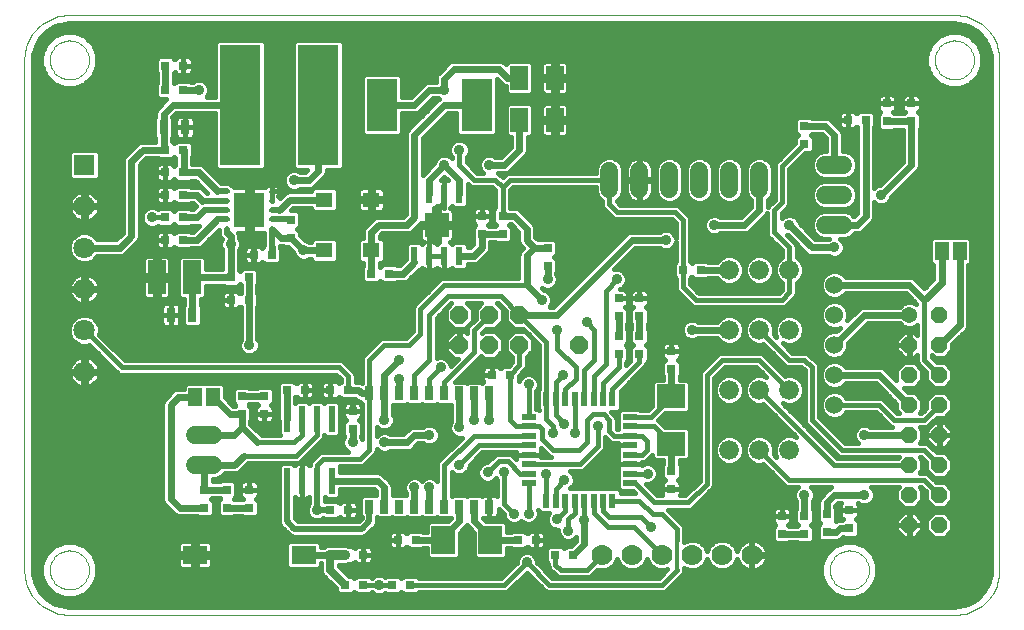
<source format=gtl>
G75*
G70*
%OFA0B0*%
%FSLAX24Y24*%
%IPPOS*%
%LPD*%
%AMOC8*
5,1,8,0,0,1.08239X$1,22.5*
%
%ADD10C,0.0000*%
%ADD11R,0.0236X0.0866*%
%ADD12R,0.0300X0.0300*%
%ADD13R,0.0315X0.0472*%
%ADD14C,0.0600*%
%ADD15R,0.0460X0.0630*%
%ADD16R,0.0300X0.0450*%
%ADD17R,0.0787X0.0945*%
%ADD18R,0.0500X0.0220*%
%ADD19R,0.0220X0.0500*%
%ADD20R,0.0236X0.0620*%
%ADD21R,0.0810X0.0810*%
%ADD22R,0.0945X0.0787*%
%ADD23C,0.0540*%
%ADD24OC8,0.0540*%
%ADD25R,0.0591X0.0787*%
%ADD26OC8,0.0600*%
%ADD27C,0.0700*%
%ADD28C,0.0660*%
%ADD29C,0.0600*%
%ADD30C,0.0083*%
%ADD31R,0.1024X0.1181*%
%ADD32R,0.0579X0.0500*%
%ADD33R,0.0591X0.1142*%
%ADD34R,0.0709X0.0709*%
%ADD35C,0.0709*%
%ADD36R,0.1378X0.4016*%
%ADD37R,0.1024X0.1772*%
%ADD38R,0.0830X0.0630*%
%ADD39C,0.0160*%
%ADD40C,0.0357*%
%ADD41C,0.0200*%
%ADD42C,0.0240*%
%ADD43C,0.0120*%
%ADD44C,0.0320*%
%ADD45C,0.0280*%
D10*
X002180Y000680D02*
X031680Y000680D01*
X031756Y000682D01*
X031832Y000688D01*
X031907Y000697D01*
X031982Y000711D01*
X032056Y000728D01*
X032129Y000749D01*
X032201Y000773D01*
X032272Y000802D01*
X032341Y000833D01*
X032408Y000868D01*
X032473Y000907D01*
X032537Y000949D01*
X032598Y000994D01*
X032657Y001042D01*
X032713Y001093D01*
X032767Y001147D01*
X032818Y001203D01*
X032866Y001262D01*
X032911Y001323D01*
X032953Y001387D01*
X032992Y001452D01*
X033027Y001519D01*
X033058Y001588D01*
X033087Y001659D01*
X033111Y001731D01*
X033132Y001804D01*
X033149Y001878D01*
X033163Y001953D01*
X033172Y002028D01*
X033178Y002104D01*
X033180Y002180D01*
X033180Y019180D01*
X031030Y019180D02*
X031032Y019230D01*
X031038Y019280D01*
X031048Y019330D01*
X031061Y019378D01*
X031078Y019426D01*
X031099Y019472D01*
X031123Y019516D01*
X031151Y019558D01*
X031182Y019598D01*
X031216Y019635D01*
X031253Y019670D01*
X031292Y019701D01*
X031333Y019730D01*
X031377Y019755D01*
X031423Y019777D01*
X031470Y019795D01*
X031518Y019809D01*
X031567Y019820D01*
X031617Y019827D01*
X031667Y019830D01*
X031718Y019829D01*
X031768Y019824D01*
X031818Y019815D01*
X031866Y019803D01*
X031914Y019786D01*
X031960Y019766D01*
X032005Y019743D01*
X032048Y019716D01*
X032088Y019686D01*
X032126Y019653D01*
X032161Y019617D01*
X032194Y019578D01*
X032223Y019537D01*
X032249Y019494D01*
X032272Y019449D01*
X032291Y019402D01*
X032306Y019354D01*
X032318Y019305D01*
X032326Y019255D01*
X032330Y019205D01*
X032330Y019155D01*
X032326Y019105D01*
X032318Y019055D01*
X032306Y019006D01*
X032291Y018958D01*
X032272Y018911D01*
X032249Y018866D01*
X032223Y018823D01*
X032194Y018782D01*
X032161Y018743D01*
X032126Y018707D01*
X032088Y018674D01*
X032048Y018644D01*
X032005Y018617D01*
X031960Y018594D01*
X031914Y018574D01*
X031866Y018557D01*
X031818Y018545D01*
X031768Y018536D01*
X031718Y018531D01*
X031667Y018530D01*
X031617Y018533D01*
X031567Y018540D01*
X031518Y018551D01*
X031470Y018565D01*
X031423Y018583D01*
X031377Y018605D01*
X031333Y018630D01*
X031292Y018659D01*
X031253Y018690D01*
X031216Y018725D01*
X031182Y018762D01*
X031151Y018802D01*
X031123Y018844D01*
X031099Y018888D01*
X031078Y018934D01*
X031061Y018982D01*
X031048Y019030D01*
X031038Y019080D01*
X031032Y019130D01*
X031030Y019180D01*
X031680Y020680D02*
X031756Y020678D01*
X031832Y020672D01*
X031907Y020663D01*
X031982Y020649D01*
X032056Y020632D01*
X032129Y020611D01*
X032201Y020587D01*
X032272Y020558D01*
X032341Y020527D01*
X032408Y020492D01*
X032473Y020453D01*
X032537Y020411D01*
X032598Y020366D01*
X032657Y020318D01*
X032713Y020267D01*
X032767Y020213D01*
X032818Y020157D01*
X032866Y020098D01*
X032911Y020037D01*
X032953Y019973D01*
X032992Y019908D01*
X033027Y019841D01*
X033058Y019772D01*
X033087Y019701D01*
X033111Y019629D01*
X033132Y019556D01*
X033149Y019482D01*
X033163Y019407D01*
X033172Y019332D01*
X033178Y019256D01*
X033180Y019180D01*
X031680Y020680D02*
X002180Y020680D01*
X001530Y019180D02*
X001532Y019230D01*
X001538Y019280D01*
X001548Y019330D01*
X001561Y019378D01*
X001578Y019426D01*
X001599Y019472D01*
X001623Y019516D01*
X001651Y019558D01*
X001682Y019598D01*
X001716Y019635D01*
X001753Y019670D01*
X001792Y019701D01*
X001833Y019730D01*
X001877Y019755D01*
X001923Y019777D01*
X001970Y019795D01*
X002018Y019809D01*
X002067Y019820D01*
X002117Y019827D01*
X002167Y019830D01*
X002218Y019829D01*
X002268Y019824D01*
X002318Y019815D01*
X002366Y019803D01*
X002414Y019786D01*
X002460Y019766D01*
X002505Y019743D01*
X002548Y019716D01*
X002588Y019686D01*
X002626Y019653D01*
X002661Y019617D01*
X002694Y019578D01*
X002723Y019537D01*
X002749Y019494D01*
X002772Y019449D01*
X002791Y019402D01*
X002806Y019354D01*
X002818Y019305D01*
X002826Y019255D01*
X002830Y019205D01*
X002830Y019155D01*
X002826Y019105D01*
X002818Y019055D01*
X002806Y019006D01*
X002791Y018958D01*
X002772Y018911D01*
X002749Y018866D01*
X002723Y018823D01*
X002694Y018782D01*
X002661Y018743D01*
X002626Y018707D01*
X002588Y018674D01*
X002548Y018644D01*
X002505Y018617D01*
X002460Y018594D01*
X002414Y018574D01*
X002366Y018557D01*
X002318Y018545D01*
X002268Y018536D01*
X002218Y018531D01*
X002167Y018530D01*
X002117Y018533D01*
X002067Y018540D01*
X002018Y018551D01*
X001970Y018565D01*
X001923Y018583D01*
X001877Y018605D01*
X001833Y018630D01*
X001792Y018659D01*
X001753Y018690D01*
X001716Y018725D01*
X001682Y018762D01*
X001651Y018802D01*
X001623Y018844D01*
X001599Y018888D01*
X001578Y018934D01*
X001561Y018982D01*
X001548Y019030D01*
X001538Y019080D01*
X001532Y019130D01*
X001530Y019180D01*
X000680Y019180D02*
X000682Y019256D01*
X000688Y019332D01*
X000697Y019407D01*
X000711Y019482D01*
X000728Y019556D01*
X000749Y019629D01*
X000773Y019701D01*
X000802Y019772D01*
X000833Y019841D01*
X000868Y019908D01*
X000907Y019973D01*
X000949Y020037D01*
X000994Y020098D01*
X001042Y020157D01*
X001093Y020213D01*
X001147Y020267D01*
X001203Y020318D01*
X001262Y020366D01*
X001323Y020411D01*
X001387Y020453D01*
X001452Y020492D01*
X001519Y020527D01*
X001588Y020558D01*
X001659Y020587D01*
X001731Y020611D01*
X001804Y020632D01*
X001878Y020649D01*
X001953Y020663D01*
X002028Y020672D01*
X002104Y020678D01*
X002180Y020680D01*
X000680Y019180D02*
X000680Y002180D01*
X001530Y002180D02*
X001532Y002230D01*
X001538Y002280D01*
X001548Y002330D01*
X001561Y002378D01*
X001578Y002426D01*
X001599Y002472D01*
X001623Y002516D01*
X001651Y002558D01*
X001682Y002598D01*
X001716Y002635D01*
X001753Y002670D01*
X001792Y002701D01*
X001833Y002730D01*
X001877Y002755D01*
X001923Y002777D01*
X001970Y002795D01*
X002018Y002809D01*
X002067Y002820D01*
X002117Y002827D01*
X002167Y002830D01*
X002218Y002829D01*
X002268Y002824D01*
X002318Y002815D01*
X002366Y002803D01*
X002414Y002786D01*
X002460Y002766D01*
X002505Y002743D01*
X002548Y002716D01*
X002588Y002686D01*
X002626Y002653D01*
X002661Y002617D01*
X002694Y002578D01*
X002723Y002537D01*
X002749Y002494D01*
X002772Y002449D01*
X002791Y002402D01*
X002806Y002354D01*
X002818Y002305D01*
X002826Y002255D01*
X002830Y002205D01*
X002830Y002155D01*
X002826Y002105D01*
X002818Y002055D01*
X002806Y002006D01*
X002791Y001958D01*
X002772Y001911D01*
X002749Y001866D01*
X002723Y001823D01*
X002694Y001782D01*
X002661Y001743D01*
X002626Y001707D01*
X002588Y001674D01*
X002548Y001644D01*
X002505Y001617D01*
X002460Y001594D01*
X002414Y001574D01*
X002366Y001557D01*
X002318Y001545D01*
X002268Y001536D01*
X002218Y001531D01*
X002167Y001530D01*
X002117Y001533D01*
X002067Y001540D01*
X002018Y001551D01*
X001970Y001565D01*
X001923Y001583D01*
X001877Y001605D01*
X001833Y001630D01*
X001792Y001659D01*
X001753Y001690D01*
X001716Y001725D01*
X001682Y001762D01*
X001651Y001802D01*
X001623Y001844D01*
X001599Y001888D01*
X001578Y001934D01*
X001561Y001982D01*
X001548Y002030D01*
X001538Y002080D01*
X001532Y002130D01*
X001530Y002180D01*
X000680Y002180D02*
X000682Y002104D01*
X000688Y002028D01*
X000697Y001953D01*
X000711Y001878D01*
X000728Y001804D01*
X000749Y001731D01*
X000773Y001659D01*
X000802Y001588D01*
X000833Y001519D01*
X000868Y001452D01*
X000907Y001387D01*
X000949Y001323D01*
X000994Y001262D01*
X001042Y001203D01*
X001093Y001147D01*
X001147Y001093D01*
X001203Y001042D01*
X001262Y000994D01*
X001323Y000949D01*
X001387Y000907D01*
X001452Y000868D01*
X001519Y000833D01*
X001588Y000802D01*
X001659Y000773D01*
X001731Y000749D01*
X001804Y000728D01*
X001878Y000711D01*
X001953Y000697D01*
X002028Y000688D01*
X002104Y000682D01*
X002180Y000680D01*
X027530Y002180D02*
X027532Y002230D01*
X027538Y002280D01*
X027548Y002330D01*
X027561Y002378D01*
X027578Y002426D01*
X027599Y002472D01*
X027623Y002516D01*
X027651Y002558D01*
X027682Y002598D01*
X027716Y002635D01*
X027753Y002670D01*
X027792Y002701D01*
X027833Y002730D01*
X027877Y002755D01*
X027923Y002777D01*
X027970Y002795D01*
X028018Y002809D01*
X028067Y002820D01*
X028117Y002827D01*
X028167Y002830D01*
X028218Y002829D01*
X028268Y002824D01*
X028318Y002815D01*
X028366Y002803D01*
X028414Y002786D01*
X028460Y002766D01*
X028505Y002743D01*
X028548Y002716D01*
X028588Y002686D01*
X028626Y002653D01*
X028661Y002617D01*
X028694Y002578D01*
X028723Y002537D01*
X028749Y002494D01*
X028772Y002449D01*
X028791Y002402D01*
X028806Y002354D01*
X028818Y002305D01*
X028826Y002255D01*
X028830Y002205D01*
X028830Y002155D01*
X028826Y002105D01*
X028818Y002055D01*
X028806Y002006D01*
X028791Y001958D01*
X028772Y001911D01*
X028749Y001866D01*
X028723Y001823D01*
X028694Y001782D01*
X028661Y001743D01*
X028626Y001707D01*
X028588Y001674D01*
X028548Y001644D01*
X028505Y001617D01*
X028460Y001594D01*
X028414Y001574D01*
X028366Y001557D01*
X028318Y001545D01*
X028268Y001536D01*
X028218Y001531D01*
X028167Y001530D01*
X028117Y001533D01*
X028067Y001540D01*
X028018Y001551D01*
X027970Y001565D01*
X027923Y001583D01*
X027877Y001605D01*
X027833Y001630D01*
X027792Y001659D01*
X027753Y001690D01*
X027716Y001725D01*
X027682Y001762D01*
X027651Y001802D01*
X027623Y001844D01*
X027599Y001888D01*
X027578Y001934D01*
X027561Y001982D01*
X027548Y002030D01*
X027538Y002080D01*
X027532Y002130D01*
X027530Y002180D01*
D11*
X010930Y005156D03*
X010430Y005156D03*
X009930Y005156D03*
X009430Y005156D03*
X009430Y007204D03*
X009930Y007204D03*
X010430Y007204D03*
X010930Y007204D03*
D12*
X011618Y007480D03*
X011618Y006880D03*
X011480Y008180D03*
X010880Y008180D03*
X010030Y008180D03*
X009430Y008180D03*
X008680Y007980D03*
X007930Y007980D03*
X007930Y007380D03*
X008680Y007380D03*
X008180Y004855D03*
X008180Y004255D03*
X007430Y004255D03*
X006680Y004255D03*
X006680Y004855D03*
X007430Y004855D03*
X010880Y004180D03*
X011480Y004180D03*
X013130Y003180D03*
X013730Y003180D03*
X011980Y002680D03*
X011380Y002680D03*
X011380Y001680D03*
X011980Y001680D03*
X012943Y001680D03*
X013543Y001680D03*
X017130Y003180D03*
X017730Y003180D03*
X018380Y002680D03*
X018980Y002680D03*
X022243Y004880D03*
X022243Y005480D03*
X025930Y003980D03*
X026680Y003980D03*
X026680Y003380D03*
X025930Y003380D03*
X027430Y003443D03*
X027430Y004043D03*
X028180Y004168D03*
X028180Y003568D03*
X022243Y008880D03*
X022243Y009480D03*
X021180Y009380D03*
X020493Y009380D03*
X020493Y009980D03*
X021180Y009980D03*
X021180Y010630D03*
X020493Y010630D03*
X020493Y011230D03*
X021180Y011230D03*
X022630Y012180D03*
X023230Y012180D03*
X018118Y012318D03*
X018118Y012918D03*
X016618Y013380D03*
X015930Y013380D03*
X015930Y013980D03*
X016618Y013980D03*
X012843Y012055D03*
X012243Y012055D03*
X009555Y013255D03*
X009555Y013855D03*
X008918Y012680D03*
X008318Y012680D03*
X008168Y011930D03*
X007568Y011930D03*
X007568Y011180D03*
X008168Y011180D03*
X005980Y013180D03*
X005380Y013180D03*
X005380Y013930D03*
X005980Y013930D03*
X005980Y014680D03*
X005380Y014680D03*
X005380Y015430D03*
X005980Y015430D03*
X005980Y016180D03*
X005380Y016180D03*
X005380Y018180D03*
X005980Y018180D03*
X005980Y018993D03*
X005380Y018993D03*
X016255Y008680D03*
X016855Y008680D03*
X026680Y016380D03*
X026680Y016980D03*
X028130Y017180D03*
X028730Y017180D03*
X029430Y017130D03*
X029430Y017730D03*
X030243Y017730D03*
X030243Y017130D03*
D13*
X006274Y010680D03*
X005566Y010680D03*
X005326Y016930D03*
X006034Y016930D03*
D14*
X020180Y015480D02*
X020180Y014880D01*
X021180Y014880D02*
X021180Y015480D01*
X022180Y015480D02*
X022180Y014880D01*
X023180Y014880D02*
X023180Y015480D01*
X024180Y015480D02*
X024180Y014880D01*
X025180Y014880D02*
X025180Y015480D01*
X027380Y015680D02*
X027980Y015680D01*
X027980Y014680D02*
X027380Y014680D01*
X027380Y013680D02*
X027980Y013680D01*
X006980Y006680D02*
X006380Y006680D01*
X006380Y005680D02*
X006980Y005680D01*
D15*
X006980Y007930D03*
X006380Y007930D03*
X031255Y012805D03*
X031855Y012805D03*
D16*
X016180Y008065D03*
X015680Y008065D03*
X015180Y008065D03*
X014680Y008065D03*
X014180Y008065D03*
X013680Y008065D03*
X013180Y008065D03*
X012680Y008065D03*
X012180Y008065D03*
X012180Y004295D03*
X012680Y004295D03*
X013180Y004295D03*
X013680Y004295D03*
X014180Y004295D03*
X014680Y004295D03*
X015180Y004295D03*
X015680Y004295D03*
X016180Y004295D03*
D17*
X016217Y003180D03*
X014643Y003180D03*
D18*
X017490Y005078D03*
X017490Y005393D03*
X017490Y005708D03*
X017490Y006023D03*
X017490Y006337D03*
X017490Y006652D03*
X017490Y006967D03*
X017490Y007282D03*
X020870Y007282D03*
X020870Y006967D03*
X020870Y006652D03*
X020870Y006337D03*
X020870Y006023D03*
X020870Y005708D03*
X020870Y005393D03*
X020870Y005078D03*
D19*
X020282Y004490D03*
X019967Y004490D03*
X019652Y004490D03*
X019337Y004490D03*
X019023Y004490D03*
X018708Y004490D03*
X018393Y004490D03*
X018078Y004490D03*
X018078Y007870D03*
X018393Y007870D03*
X018708Y007870D03*
X019023Y007870D03*
X019337Y007870D03*
X019652Y007870D03*
X019967Y007870D03*
X020282Y007870D03*
D20*
X015180Y012656D03*
X014680Y012656D03*
X014180Y012656D03*
X013680Y012656D03*
X013680Y014704D03*
X014180Y014704D03*
X014680Y014704D03*
X015180Y014704D03*
D21*
X014430Y013680D03*
D22*
X022243Y007967D03*
X022243Y006393D03*
D23*
X030180Y010680D03*
D24*
X031180Y010680D03*
X031180Y009680D03*
X030180Y009680D03*
X030180Y008680D03*
X031180Y008680D03*
X031180Y007680D03*
X030180Y007680D03*
X030180Y006680D03*
X031180Y006680D03*
X031180Y005680D03*
X030180Y005680D03*
X030180Y004680D03*
X031180Y004680D03*
X031180Y003680D03*
X030180Y003680D03*
D25*
X018361Y017180D03*
X017179Y017180D03*
X017179Y018580D03*
X018361Y018580D03*
D26*
X017180Y010680D03*
X016180Y010680D03*
X015180Y010680D03*
X015180Y009680D03*
X016180Y009680D03*
X017180Y009680D03*
X019180Y009680D03*
D27*
X019930Y002680D03*
X020930Y002680D03*
X021930Y002680D03*
X022930Y002680D03*
X023930Y002680D03*
X024930Y002680D03*
D28*
X025180Y006180D03*
X024180Y006180D03*
X026180Y006180D03*
X026180Y008180D03*
X025180Y008180D03*
X024180Y008180D03*
X024180Y010180D03*
X025180Y010180D03*
X026180Y010180D03*
X026180Y012180D03*
X025180Y012180D03*
X024180Y012180D03*
D29*
X027680Y011680D03*
X027680Y010680D03*
X027680Y009680D03*
X027680Y008680D03*
X027680Y007680D03*
D30*
X009005Y013568D02*
X008851Y013568D01*
X009005Y013568D02*
X009005Y013532D01*
X008851Y013532D01*
X008851Y013568D01*
X008851Y013883D02*
X009005Y013883D01*
X009005Y013847D01*
X008851Y013847D01*
X008851Y013883D01*
X008851Y014198D02*
X009005Y014198D01*
X009005Y014162D01*
X008851Y014162D01*
X008851Y014198D01*
X008851Y014513D02*
X009005Y014513D01*
X009005Y014477D01*
X008851Y014477D01*
X008851Y014513D01*
X008851Y014828D02*
X009005Y014828D01*
X009005Y014792D01*
X008851Y014792D01*
X008851Y014828D01*
X007509Y014828D02*
X007355Y014828D01*
X007509Y014828D02*
X007509Y014792D01*
X007355Y014792D01*
X007355Y014828D01*
X007355Y014513D02*
X007509Y014513D01*
X007509Y014477D01*
X007355Y014477D01*
X007355Y014513D01*
X007355Y014198D02*
X007509Y014198D01*
X007509Y014162D01*
X007355Y014162D01*
X007355Y014198D01*
X007355Y013883D02*
X007509Y013883D01*
X007509Y013847D01*
X007355Y013847D01*
X007355Y013883D01*
X007355Y013568D02*
X007509Y013568D01*
X007509Y013532D01*
X007355Y013532D01*
X007355Y013568D01*
D31*
X008180Y014180D03*
D32*
X010680Y014526D03*
X012243Y014526D03*
X012243Y012834D03*
X010680Y012834D03*
D33*
X006271Y011930D03*
X005089Y011930D03*
D34*
X002680Y015680D03*
D35*
X002680Y014302D03*
X002680Y012924D03*
X002680Y011546D03*
X002680Y010168D03*
X002680Y008790D03*
D36*
X007881Y017680D03*
X010479Y017680D03*
D37*
X012605Y017680D03*
X015755Y017680D03*
D38*
X009990Y002680D03*
X006370Y002680D03*
D39*
X001437Y001212D02*
X001212Y001437D01*
X001053Y001713D01*
X000970Y002021D01*
X000960Y002180D01*
X000960Y019124D01*
X000960Y019180D01*
X000970Y019339D01*
X001053Y019647D01*
X001212Y019923D01*
X001437Y020148D01*
X001713Y020307D01*
X002021Y020390D01*
X002180Y020400D01*
X031680Y020400D01*
X031839Y020390D01*
X032147Y020307D01*
X032423Y020148D01*
X032648Y019923D01*
X032807Y019647D01*
X032890Y019339D01*
X032900Y019180D01*
X032900Y002180D01*
X032890Y002021D01*
X032807Y001713D01*
X032648Y001437D01*
X032423Y001212D01*
X032147Y001053D01*
X031839Y000970D01*
X031680Y000960D01*
X002180Y000960D01*
X002021Y000970D01*
X002021Y000970D01*
X001713Y001053D01*
X001437Y001212D01*
X001535Y001156D02*
X032325Y001156D01*
X032525Y001314D02*
X028520Y001314D01*
X028365Y001250D02*
X028707Y001392D01*
X028968Y001653D01*
X029110Y001995D01*
X029110Y002365D01*
X028968Y002707D01*
X028707Y002968D01*
X028365Y003110D01*
X027995Y003110D01*
X027653Y002968D01*
X027392Y002707D01*
X027250Y002365D01*
X027250Y001995D01*
X027392Y001653D01*
X027653Y001392D01*
X027995Y001250D01*
X028365Y001250D01*
X027840Y001314D02*
X002520Y001314D01*
X002365Y001250D02*
X002707Y001392D01*
X002968Y001653D01*
X003110Y001995D01*
X003110Y002365D01*
X002968Y002707D01*
X002707Y002968D01*
X002365Y003110D01*
X001995Y003110D01*
X001653Y002968D01*
X001392Y002707D01*
X001250Y002365D01*
X001250Y001995D01*
X001392Y001653D01*
X001653Y001392D01*
X001995Y001250D01*
X002365Y001250D01*
X001922Y000997D02*
X031938Y000997D01*
X032668Y001473D02*
X028788Y001473D01*
X028946Y001631D02*
X032760Y001631D01*
X032828Y001790D02*
X029025Y001790D01*
X029091Y001948D02*
X032870Y001948D01*
X032895Y002107D02*
X029110Y002107D01*
X029110Y002265D02*
X032900Y002265D01*
X032900Y002424D02*
X029086Y002424D01*
X029020Y002582D02*
X032900Y002582D01*
X032900Y002741D02*
X028935Y002741D01*
X028776Y002899D02*
X032900Y002899D01*
X032900Y003058D02*
X028492Y003058D01*
X028396Y003258D02*
X028490Y003351D01*
X028490Y003784D01*
X028400Y003873D01*
X028428Y003889D01*
X028458Y003919D01*
X028479Y003956D01*
X028490Y003996D01*
X028490Y004167D01*
X032900Y004167D01*
X032900Y004009D02*
X031460Y004009D01*
X031358Y004110D02*
X031002Y004110D01*
X030750Y003858D01*
X030750Y003502D01*
X031002Y003250D01*
X031358Y003250D01*
X031610Y003502D01*
X031610Y003858D01*
X031358Y004110D01*
X031358Y004250D02*
X031610Y004502D01*
X031610Y004858D01*
X031358Y005110D01*
X031089Y005110D01*
X030883Y005316D01*
X030816Y005383D01*
X030728Y005420D01*
X030528Y005420D01*
X030610Y005502D01*
X030610Y005858D01*
X030528Y005940D01*
X030581Y005940D01*
X030750Y005771D01*
X030750Y005502D01*
X031002Y005250D01*
X031358Y005250D01*
X031610Y005502D01*
X031610Y005858D01*
X031358Y006110D01*
X031089Y006110D01*
X030883Y006316D01*
X030816Y006383D01*
X030728Y006420D01*
X030528Y006420D01*
X030610Y006502D01*
X030610Y006858D01*
X030528Y006940D01*
X030728Y006940D01*
X030816Y006977D01*
X030883Y007044D01*
X031089Y007250D01*
X031358Y007250D01*
X031610Y007502D01*
X031610Y007858D01*
X031358Y008110D01*
X031002Y008110D01*
X030750Y007858D01*
X030750Y007589D01*
X030581Y007420D01*
X030528Y007420D01*
X030610Y007502D01*
X030610Y007858D01*
X030358Y008110D01*
X030146Y008110D01*
X030006Y008250D01*
X030358Y008250D01*
X030610Y008502D01*
X030610Y008858D01*
X030358Y009110D01*
X030002Y009110D01*
X029750Y008858D01*
X029750Y008506D01*
X029339Y008917D01*
X029236Y008960D01*
X028051Y008960D01*
X027941Y009070D01*
X027771Y009140D01*
X027588Y009140D01*
X027419Y009070D01*
X027290Y008941D01*
X027220Y008771D01*
X027220Y008588D01*
X027290Y008419D01*
X027419Y008290D01*
X027588Y008220D01*
X027771Y008220D01*
X027941Y008290D01*
X028051Y008400D01*
X029064Y008400D01*
X029750Y007714D01*
X029750Y007502D01*
X029832Y007420D01*
X029779Y007420D01*
X029316Y007883D01*
X029228Y007920D01*
X028078Y007920D01*
X028070Y007941D01*
X027941Y008070D01*
X027771Y008140D01*
X027588Y008140D01*
X027419Y008070D01*
X027290Y007941D01*
X027220Y007771D01*
X027220Y007588D01*
X027290Y007419D01*
X027419Y007290D01*
X027588Y007220D01*
X027771Y007220D01*
X027941Y007290D01*
X028070Y007419D01*
X028078Y007440D01*
X029081Y007440D01*
X029477Y007044D01*
X029544Y006977D01*
X029584Y006960D01*
X028879Y006960D01*
X028872Y006967D01*
X028747Y007019D01*
X028613Y007019D01*
X028488Y006967D01*
X028393Y006872D01*
X028341Y006747D01*
X028341Y006613D01*
X028393Y006488D01*
X028461Y006420D01*
X028029Y006420D01*
X027170Y007279D01*
X027170Y008978D01*
X027133Y009066D01*
X026816Y009383D01*
X026728Y009420D01*
X026279Y009420D01*
X025958Y009742D01*
X026083Y009690D01*
X026277Y009690D01*
X026458Y009765D01*
X026595Y009902D01*
X026670Y010083D01*
X026670Y010277D01*
X026595Y010458D01*
X026458Y010595D01*
X026277Y010670D01*
X026083Y010670D01*
X025902Y010595D01*
X025765Y010458D01*
X025690Y010277D01*
X025690Y010083D01*
X025742Y009958D01*
X025654Y010045D01*
X025670Y010083D01*
X025670Y010277D01*
X025595Y010458D01*
X025458Y010595D01*
X025277Y010670D01*
X025083Y010670D01*
X024902Y010595D01*
X024765Y010458D01*
X024690Y010277D01*
X024690Y010083D01*
X024765Y009902D01*
X024902Y009765D01*
X025083Y009690D01*
X025277Y009690D01*
X025315Y009706D01*
X025977Y009044D01*
X026044Y008977D01*
X026132Y008940D01*
X026581Y008940D01*
X026690Y008831D01*
X026690Y007132D01*
X026727Y007044D01*
X026794Y006977D01*
X027794Y005977D01*
X027882Y005940D01*
X029832Y005940D01*
X029812Y005920D01*
X027779Y005920D01*
X025958Y007742D01*
X026083Y007690D01*
X026277Y007690D01*
X026458Y007765D01*
X026595Y007902D01*
X026670Y008083D01*
X026670Y008277D01*
X026595Y008458D01*
X026458Y008595D01*
X026277Y008670D01*
X026083Y008670D01*
X026045Y008654D01*
X025383Y009316D01*
X025316Y009383D01*
X025228Y009420D01*
X023882Y009420D01*
X023794Y009383D01*
X023727Y009316D01*
X023227Y008816D01*
X023190Y008728D01*
X023190Y005154D01*
X022706Y004670D01*
X022542Y004670D01*
X022552Y004709D01*
X022552Y004880D01*
X022243Y004880D01*
X022552Y004880D01*
X022552Y005051D01*
X022542Y005092D01*
X022521Y005128D01*
X022491Y005158D01*
X022463Y005174D01*
X022552Y005264D01*
X022552Y005696D01*
X022522Y005726D01*
X022522Y005839D01*
X022781Y005839D01*
X022875Y005933D01*
X022875Y006853D01*
X022781Y006946D01*
X022028Y006946D01*
X021804Y007171D01*
X021791Y007176D01*
X022028Y007414D01*
X022781Y007414D01*
X022875Y007507D01*
X022875Y008427D01*
X022781Y008521D01*
X022522Y008521D01*
X022522Y008634D01*
X022552Y008664D01*
X022552Y009096D01*
X022463Y009186D01*
X022491Y009202D01*
X022521Y009232D01*
X022542Y009268D01*
X022552Y009309D01*
X022552Y009480D01*
X022243Y009480D01*
X022552Y009480D01*
X022552Y009651D01*
X022542Y009692D01*
X022521Y009728D01*
X022491Y009758D01*
X022454Y009779D01*
X022414Y009790D01*
X022243Y009790D01*
X022243Y009480D01*
X022243Y009480D01*
X022242Y009480D01*
X021932Y009480D01*
X021933Y009309D01*
X021943Y009268D01*
X021964Y009232D01*
X021994Y009202D01*
X022022Y009186D01*
X021933Y009096D01*
X021933Y008664D01*
X021963Y008634D01*
X021963Y008521D01*
X021704Y008521D01*
X021610Y008427D01*
X021610Y007674D01*
X021458Y007522D01*
X021216Y007522D01*
X021186Y007552D01*
X020554Y007552D01*
X020460Y007459D01*
X020460Y006892D01*
X020432Y006892D01*
X020420Y006904D01*
X020420Y007228D01*
X020383Y007316D01*
X020239Y007460D01*
X020459Y007460D01*
X020552Y007554D01*
X020552Y008150D01*
X021316Y008914D01*
X021383Y008982D01*
X021420Y009070D01*
X021420Y009094D01*
X021490Y009164D01*
X021490Y009596D01*
X021406Y009680D01*
X021490Y009764D01*
X021490Y010196D01*
X021460Y010226D01*
X021460Y010384D01*
X021490Y010414D01*
X021490Y010846D01*
X021400Y010936D01*
X021428Y010952D01*
X021458Y010982D01*
X021479Y011018D01*
X021490Y011059D01*
X021490Y011230D01*
X021490Y011401D01*
X021479Y011442D01*
X021458Y011478D01*
X021428Y011508D01*
X021392Y011529D01*
X021351Y011540D01*
X021180Y011540D01*
X021180Y011230D01*
X021180Y011230D01*
X021490Y011230D01*
X021180Y011230D01*
X021180Y011230D01*
X021180Y011230D01*
X020870Y011230D01*
X020870Y011401D01*
X020881Y011442D01*
X020902Y011478D01*
X020932Y011508D01*
X020968Y011529D01*
X021009Y011540D01*
X021180Y011540D01*
X021180Y011230D01*
X020870Y011230D01*
X020870Y011059D01*
X020881Y011018D01*
X020902Y010982D01*
X020932Y010952D01*
X020960Y010936D01*
X020870Y010846D01*
X020870Y010414D01*
X020900Y010384D01*
X020900Y010226D01*
X020870Y010196D01*
X020870Y009764D01*
X020954Y009680D01*
X020870Y009596D01*
X020870Y009164D01*
X020878Y009155D01*
X020732Y009009D01*
X020732Y009094D01*
X020802Y009164D01*
X020802Y009596D01*
X020719Y009680D01*
X020802Y009764D01*
X020802Y010196D01*
X020772Y010226D01*
X020772Y010384D01*
X020802Y010414D01*
X020802Y010846D01*
X020713Y010936D01*
X020741Y010952D01*
X020771Y010982D01*
X020771Y010983D02*
X020902Y010983D01*
X020792Y011018D02*
X020802Y011059D01*
X020802Y011230D01*
X020493Y011230D01*
X020802Y011230D01*
X020802Y011401D01*
X020792Y011442D01*
X020771Y011478D01*
X020741Y011508D01*
X020704Y011529D01*
X020664Y011540D01*
X020525Y011540D01*
X020622Y011580D01*
X020717Y011676D01*
X020769Y011800D01*
X020769Y011935D01*
X020717Y012059D01*
X020622Y012155D01*
X020497Y012206D01*
X020363Y012206D01*
X020345Y012199D01*
X021046Y012900D01*
X021856Y012900D01*
X021863Y012893D01*
X021988Y012841D01*
X022122Y012841D01*
X022247Y012893D01*
X022342Y012988D01*
X022390Y013104D01*
X022390Y012466D01*
X022320Y012396D01*
X022320Y011964D01*
X022390Y011894D01*
X022390Y011557D01*
X022427Y011469D01*
X022919Y010977D01*
X023007Y010940D01*
X025978Y010940D01*
X026066Y010977D01*
X026316Y011227D01*
X026383Y011294D01*
X026420Y011382D01*
X026420Y011749D01*
X026458Y011765D01*
X026595Y011902D01*
X026670Y012083D01*
X026670Y012277D01*
X026595Y012458D01*
X026458Y012595D01*
X026420Y012611D01*
X026420Y012978D01*
X026383Y013066D01*
X026105Y013344D01*
X026113Y013341D01*
X026123Y013341D01*
X026771Y012693D01*
X026874Y012650D01*
X027481Y012650D01*
X027488Y012643D01*
X027613Y012591D01*
X027747Y012591D01*
X027872Y012643D01*
X027967Y012738D01*
X028019Y012863D01*
X028019Y012997D01*
X027967Y013122D01*
X027872Y013217D01*
X027865Y013220D01*
X028071Y013220D01*
X028241Y013290D01*
X028351Y013400D01*
X028486Y013400D01*
X028589Y013443D01*
X028667Y013521D01*
X028967Y013821D01*
X029010Y013924D01*
X029010Y014433D01*
X029051Y014393D01*
X029175Y014341D01*
X029310Y014341D01*
X029434Y014393D01*
X029530Y014488D01*
X029581Y014613D01*
X029581Y014623D01*
X030480Y015521D01*
X030522Y015624D01*
X030522Y016884D01*
X030552Y016914D01*
X030552Y017346D01*
X030463Y017436D01*
X030491Y017452D01*
X030521Y017482D01*
X030542Y017518D01*
X030552Y017559D01*
X030552Y017730D01*
X030243Y017730D01*
X030552Y017730D01*
X030552Y017901D01*
X030542Y017942D01*
X030521Y017978D01*
X030491Y018008D01*
X030454Y018029D01*
X030414Y018040D01*
X030243Y018040D01*
X030243Y017730D01*
X030243Y017730D01*
X030242Y017730D01*
X029932Y017730D01*
X029933Y017559D01*
X029943Y017518D01*
X029964Y017482D01*
X029994Y017452D01*
X030022Y017436D01*
X029996Y017410D01*
X029676Y017410D01*
X029650Y017436D01*
X029678Y017452D01*
X029708Y017482D01*
X029729Y017518D01*
X029740Y017559D01*
X029740Y017730D01*
X029740Y017901D01*
X029729Y017942D01*
X029708Y017978D01*
X029678Y018008D01*
X029642Y018029D01*
X029601Y018040D01*
X029430Y018040D01*
X029430Y017730D01*
X029430Y017730D01*
X029740Y017730D01*
X029430Y017730D01*
X029430Y017730D01*
X029430Y017730D01*
X029120Y017730D01*
X029120Y017901D01*
X029131Y017942D01*
X029152Y017978D01*
X029182Y018008D01*
X029218Y018029D01*
X029259Y018040D01*
X029430Y018040D01*
X029430Y017730D01*
X029120Y017730D01*
X029120Y017559D01*
X029131Y017518D01*
X029152Y017482D01*
X029182Y017452D01*
X029210Y017436D01*
X029120Y017346D01*
X029120Y016914D01*
X029214Y016820D01*
X029646Y016820D01*
X029676Y016850D01*
X029963Y016850D01*
X029963Y015796D01*
X029185Y015019D01*
X029175Y015019D01*
X029051Y014967D01*
X029010Y014927D01*
X029010Y016934D01*
X029040Y016964D01*
X029040Y017396D01*
X028946Y017490D01*
X028514Y017490D01*
X028424Y017400D01*
X028408Y017428D01*
X028378Y017458D01*
X028342Y017479D01*
X028301Y017490D01*
X028130Y017490D01*
X028130Y017180D01*
X028130Y017180D01*
X028130Y016870D01*
X028301Y016870D01*
X028342Y016881D01*
X028378Y016902D01*
X028408Y016932D01*
X028424Y016960D01*
X028450Y016934D01*
X028450Y014096D01*
X028332Y013978D01*
X028241Y014070D01*
X028071Y014140D01*
X027288Y014140D01*
X027119Y014070D01*
X026990Y013941D01*
X026920Y013771D01*
X026920Y013588D01*
X026990Y013419D01*
X027119Y013290D01*
X027288Y013220D01*
X027495Y013220D01*
X027488Y013217D01*
X027481Y013210D01*
X027046Y013210D01*
X026519Y013737D01*
X026519Y013747D01*
X026467Y013872D01*
X026372Y013967D01*
X026247Y014019D01*
X026113Y014019D01*
X025988Y013967D01*
X025920Y013899D01*
X025920Y014081D01*
X026066Y014227D01*
X026133Y014294D01*
X026170Y014382D01*
X026170Y015531D01*
X026709Y016070D01*
X026896Y016070D01*
X026990Y016164D01*
X026990Y016596D01*
X026906Y016680D01*
X026926Y016700D01*
X027264Y016700D01*
X027400Y016564D01*
X027400Y016140D01*
X027288Y016140D01*
X027119Y016070D01*
X026990Y015941D01*
X026920Y015771D01*
X026920Y015588D01*
X026990Y015419D01*
X027119Y015290D01*
X027288Y015220D01*
X028071Y015220D01*
X028241Y015290D01*
X028370Y015419D01*
X028440Y015588D01*
X028440Y015771D01*
X028370Y015941D01*
X028241Y016070D01*
X028071Y016140D01*
X027960Y016140D01*
X027960Y016736D01*
X027917Y016839D01*
X027839Y016917D01*
X027539Y017217D01*
X027436Y017260D01*
X026926Y017260D01*
X026896Y017290D01*
X026464Y017290D01*
X026370Y017196D01*
X026370Y016764D01*
X026454Y016680D01*
X026370Y016596D01*
X026370Y016409D01*
X025727Y015766D01*
X025690Y015678D01*
X025690Y014529D01*
X025477Y014316D01*
X025460Y014276D01*
X025460Y014509D01*
X025570Y014619D01*
X025640Y014788D01*
X025640Y015571D01*
X025570Y015741D01*
X025441Y015870D01*
X025271Y015940D01*
X025088Y015940D01*
X024919Y015870D01*
X024790Y015741D01*
X024720Y015571D01*
X024720Y014788D01*
X024790Y014619D01*
X024900Y014509D01*
X024900Y014296D01*
X024564Y013960D01*
X023879Y013960D01*
X023872Y013967D01*
X023747Y014019D01*
X023613Y014019D01*
X023488Y013967D01*
X023393Y013872D01*
X023341Y013747D01*
X023341Y013613D01*
X023393Y013488D01*
X023488Y013393D01*
X023613Y013341D01*
X023747Y013341D01*
X023872Y013393D01*
X023879Y013400D01*
X024736Y013400D01*
X024839Y013443D01*
X025339Y013943D01*
X025417Y014021D01*
X025440Y014076D01*
X025440Y013382D01*
X025477Y013294D01*
X025940Y012831D01*
X025940Y012611D01*
X025902Y012595D01*
X025765Y012458D01*
X025690Y012277D01*
X025690Y012083D01*
X025765Y011902D01*
X025902Y011765D01*
X025940Y011749D01*
X025940Y011529D01*
X025831Y011420D01*
X023154Y011420D01*
X022870Y011704D01*
X022870Y011894D01*
X022930Y011954D01*
X023014Y011870D01*
X023446Y011870D01*
X023476Y011900D01*
X023767Y011900D01*
X023902Y011765D01*
X024083Y011690D01*
X024277Y011690D01*
X024458Y011765D01*
X024595Y011902D01*
X024670Y012083D01*
X024670Y012277D01*
X024595Y012458D01*
X024458Y012595D01*
X024277Y012670D01*
X024083Y012670D01*
X023902Y012595D01*
X023767Y012460D01*
X023476Y012460D01*
X023446Y012490D01*
X023014Y012490D01*
X022930Y012406D01*
X022870Y012466D01*
X022870Y013903D01*
X022833Y013991D01*
X022571Y014253D01*
X022503Y014321D01*
X022415Y014357D01*
X020529Y014357D01*
X020420Y014467D01*
X020420Y014482D01*
X020441Y014490D01*
X020570Y014619D01*
X020640Y014788D01*
X020640Y015571D01*
X020570Y015741D01*
X020441Y015870D01*
X020271Y015940D01*
X020088Y015940D01*
X019919Y015870D01*
X019790Y015741D01*
X019720Y015571D01*
X019720Y015420D01*
X016820Y015420D01*
X016732Y015383D01*
X016618Y015269D01*
X016503Y015383D01*
X016464Y015400D01*
X016736Y015400D01*
X016839Y015443D01*
X016917Y015521D01*
X017417Y016021D01*
X017459Y016124D01*
X017459Y016626D01*
X017541Y016626D01*
X017635Y016720D01*
X017635Y017640D01*
X017541Y017734D01*
X016818Y017734D01*
X016724Y017640D01*
X016724Y016720D01*
X016818Y016626D01*
X016899Y016626D01*
X016899Y016295D01*
X016564Y015960D01*
X016379Y015960D01*
X016372Y015967D01*
X016247Y016019D01*
X016113Y016019D01*
X015988Y015967D01*
X015893Y015872D01*
X015841Y015747D01*
X015841Y015613D01*
X015893Y015488D01*
X015961Y015420D01*
X015779Y015420D01*
X015420Y015779D01*
X015420Y015941D01*
X015467Y015988D01*
X015519Y016113D01*
X015519Y016247D01*
X015467Y016372D01*
X015372Y016467D01*
X015247Y016519D01*
X015113Y016519D01*
X014988Y016467D01*
X014893Y016372D01*
X014841Y016247D01*
X014841Y016113D01*
X014893Y015988D01*
X014940Y015941D01*
X014940Y015899D01*
X014872Y015967D01*
X014747Y016019D01*
X014613Y016019D01*
X014488Y015967D01*
X014393Y015872D01*
X014341Y015747D01*
X014341Y015737D01*
X013960Y015356D01*
X013960Y016564D01*
X014796Y017400D01*
X015083Y017400D01*
X015083Y016728D01*
X015177Y016634D01*
X016333Y016634D01*
X016427Y016728D01*
X016427Y018537D01*
X016621Y018343D01*
X016724Y018300D01*
X016724Y018120D01*
X016818Y018026D01*
X017541Y018026D01*
X017635Y018120D01*
X017635Y019040D01*
X017541Y019134D01*
X016818Y019134D01*
X016724Y019040D01*
X016724Y019032D01*
X016651Y019105D01*
X016548Y019147D01*
X014937Y019147D01*
X014834Y019105D01*
X014521Y018792D01*
X014443Y018714D01*
X014400Y018611D01*
X014400Y018461D01*
X014125Y018461D01*
X014022Y018418D01*
X013564Y017960D01*
X013277Y017960D01*
X013277Y018632D01*
X013183Y018726D01*
X012027Y018726D01*
X011933Y018632D01*
X011933Y016728D01*
X012027Y016634D01*
X013183Y016634D01*
X013277Y016728D01*
X013277Y017400D01*
X013736Y017400D01*
X013839Y017443D01*
X013917Y017521D01*
X014297Y017901D01*
X014480Y017901D01*
X014488Y017893D01*
X014495Y017891D01*
X014443Y017839D01*
X013443Y016839D01*
X013400Y016736D01*
X013400Y014046D01*
X013314Y013960D01*
X012437Y013960D01*
X012334Y013917D01*
X012084Y013667D01*
X012005Y013589D01*
X011963Y013486D01*
X011963Y013244D01*
X011887Y013244D01*
X011793Y013150D01*
X011793Y012517D01*
X011887Y012424D01*
X011963Y012424D01*
X011963Y012301D01*
X011933Y012271D01*
X011933Y011839D01*
X012027Y011745D01*
X012459Y011745D01*
X012543Y011829D01*
X012627Y011745D01*
X013059Y011745D01*
X013089Y011775D01*
X013361Y011775D01*
X014436Y011775D01*
X014544Y011883D02*
X013664Y011003D01*
X013628Y010915D01*
X013628Y010154D01*
X013393Y009920D01*
X012632Y009920D01*
X012544Y009883D01*
X012044Y009383D01*
X011977Y009316D01*
X011940Y009228D01*
X011940Y008427D01*
X011861Y008460D01*
X011726Y008460D01*
X011720Y008466D01*
X011720Y008678D01*
X011683Y008766D01*
X011316Y009133D01*
X011228Y009170D01*
X004029Y009170D01*
X003177Y010023D01*
X003194Y010066D01*
X003194Y010270D01*
X003116Y010460D01*
X002971Y010604D01*
X002782Y010683D01*
X002578Y010683D01*
X002389Y010604D01*
X002244Y010460D01*
X002166Y010270D01*
X002166Y010066D01*
X002244Y009877D01*
X002389Y009732D01*
X002578Y009654D01*
X002782Y009654D01*
X002842Y009679D01*
X003727Y008794D01*
X003794Y008727D01*
X003882Y008690D01*
X011081Y008690D01*
X011240Y008531D01*
X011240Y008466D01*
X011174Y008400D01*
X011158Y008428D01*
X011128Y008458D01*
X011092Y008479D01*
X011051Y008490D01*
X010880Y008490D01*
X010880Y008180D01*
X010880Y008180D01*
X010880Y007870D01*
X011051Y007870D01*
X011092Y007881D01*
X011128Y007902D01*
X011158Y007932D01*
X011174Y007960D01*
X011264Y007870D01*
X011696Y007870D01*
X011708Y007881D01*
X011761Y007828D01*
X011864Y007785D01*
X011870Y007785D01*
X011870Y007774D01*
X011940Y007704D01*
X011940Y006537D01*
X011905Y006622D01*
X011897Y006629D01*
X011897Y006634D01*
X011927Y006664D01*
X011927Y007096D01*
X011838Y007186D01*
X011866Y007202D01*
X011896Y007232D01*
X011917Y007268D01*
X011927Y007309D01*
X011927Y007480D01*
X011618Y007480D01*
X011927Y007480D01*
X011927Y007651D01*
X011917Y007692D01*
X011896Y007728D01*
X011866Y007758D01*
X011829Y007779D01*
X011789Y007790D01*
X011618Y007790D01*
X011618Y007480D01*
X011618Y007480D01*
X011617Y007480D01*
X011307Y007480D01*
X011308Y007309D01*
X011318Y007268D01*
X011339Y007232D01*
X011369Y007202D01*
X011397Y007186D01*
X011308Y007096D01*
X011308Y006664D01*
X011338Y006634D01*
X011338Y006629D01*
X011330Y006622D01*
X011279Y006497D01*
X011279Y006363D01*
X011330Y006238D01*
X011426Y006143D01*
X011481Y006120D01*
X010582Y006120D01*
X010494Y006083D01*
X010294Y005883D01*
X010227Y005816D01*
X010190Y005728D01*
X010190Y005694D01*
X010179Y005683D01*
X010176Y005688D01*
X010146Y005717D01*
X010110Y005739D01*
X010069Y005749D01*
X009930Y005749D01*
X009791Y005749D01*
X009750Y005739D01*
X009714Y005717D01*
X009684Y005688D01*
X009681Y005683D01*
X009614Y005749D01*
X009246Y005749D01*
X009152Y005656D01*
X009152Y004657D01*
X009170Y004639D01*
X009170Y003753D01*
X009210Y003658D01*
X009283Y003585D01*
X009533Y003335D01*
X009628Y003295D01*
X011982Y003295D01*
X012077Y003335D01*
X012150Y003408D01*
X012400Y003658D01*
X012440Y003753D01*
X012440Y003934D01*
X012464Y003910D01*
X012896Y003910D01*
X012930Y003944D01*
X012964Y003910D01*
X013396Y003910D01*
X013430Y003944D01*
X013464Y003910D01*
X013896Y003910D01*
X013930Y003944D01*
X013964Y003910D01*
X014396Y003910D01*
X014430Y003944D01*
X014464Y003910D01*
X014889Y003910D01*
X014791Y003812D01*
X014183Y003812D01*
X014089Y003719D01*
X014089Y003460D01*
X013976Y003460D01*
X013946Y003490D01*
X013514Y003490D01*
X013424Y003400D01*
X013408Y003428D01*
X013378Y003458D01*
X013342Y003479D01*
X013301Y003490D01*
X013130Y003490D01*
X013130Y003180D01*
X013130Y003180D01*
X013130Y002870D01*
X013301Y002870D01*
X013342Y002881D01*
X013378Y002902D01*
X013408Y002932D01*
X013424Y002960D01*
X013514Y002870D01*
X013946Y002870D01*
X013976Y002900D01*
X014089Y002900D01*
X014089Y002641D01*
X014183Y002548D01*
X015103Y002548D01*
X015196Y002641D01*
X015196Y003425D01*
X015339Y003568D01*
X015417Y003646D01*
X015430Y003677D01*
X015443Y003646D01*
X015521Y003568D01*
X015664Y003425D01*
X015664Y002641D01*
X015757Y002548D01*
X016677Y002548D01*
X016771Y002641D01*
X016771Y002900D01*
X016884Y002900D01*
X016914Y002870D01*
X017346Y002870D01*
X017436Y002960D01*
X017452Y002932D01*
X017482Y002902D01*
X017518Y002881D01*
X017559Y002870D01*
X017730Y002870D01*
X017901Y002870D01*
X017942Y002881D01*
X017978Y002902D01*
X018008Y002932D01*
X018029Y002968D01*
X018040Y003009D01*
X018040Y003180D01*
X018040Y003351D01*
X018029Y003392D01*
X018008Y003428D01*
X017978Y003458D01*
X017942Y003479D01*
X017901Y003490D01*
X017730Y003490D01*
X017730Y003180D01*
X017730Y003180D01*
X018040Y003180D01*
X017730Y003180D01*
X017730Y003180D01*
X017730Y003490D01*
X017559Y003490D01*
X017518Y003479D01*
X017482Y003458D01*
X017452Y003428D01*
X017436Y003400D01*
X017346Y003490D01*
X016914Y003490D01*
X016884Y003460D01*
X016771Y003460D01*
X016771Y003719D01*
X016677Y003812D01*
X016069Y003812D01*
X015960Y003921D01*
X015960Y003926D01*
X015968Y003921D01*
X016009Y003910D01*
X016180Y003910D01*
X016351Y003910D01*
X016392Y003921D01*
X016428Y003942D01*
X016458Y003972D01*
X016479Y004008D01*
X016490Y004049D01*
X016490Y004218D01*
X016654Y004054D01*
X016654Y003988D01*
X016705Y003863D01*
X016801Y003768D01*
X016925Y003716D01*
X017060Y003716D01*
X017184Y003768D01*
X017242Y003826D01*
X017298Y003770D01*
X017423Y003719D01*
X017557Y003719D01*
X017682Y003770D01*
X017777Y003866D01*
X017829Y003990D01*
X017829Y004125D01*
X017809Y004172D01*
X017901Y004080D01*
X018163Y004080D01*
X018143Y004059D01*
X018091Y003935D01*
X018091Y003800D01*
X018143Y003676D01*
X018238Y003580D01*
X018363Y003529D01*
X018466Y003529D01*
X018466Y003425D01*
X018518Y003301D01*
X018613Y003205D01*
X018738Y003154D01*
X018872Y003154D01*
X018997Y003205D01*
X019057Y003266D01*
X019057Y003153D01*
X018894Y002990D01*
X018764Y002990D01*
X018680Y002906D01*
X018596Y002990D01*
X018164Y002990D01*
X018070Y002896D01*
X018070Y002464D01*
X018140Y002394D01*
X018140Y002307D01*
X018177Y002219D01*
X018352Y002044D01*
X018419Y001977D01*
X018507Y001940D01*
X019478Y001940D01*
X019566Y001977D01*
X019780Y002190D01*
X019829Y002170D01*
X020031Y002170D01*
X020219Y002248D01*
X020362Y002391D01*
X020430Y002554D01*
X020498Y002391D01*
X020641Y002248D01*
X020829Y002170D01*
X021031Y002170D01*
X021219Y002248D01*
X021362Y002391D01*
X021430Y002554D01*
X021498Y002391D01*
X021641Y002248D01*
X021829Y002170D01*
X022031Y002170D01*
X022115Y002205D01*
X021831Y001920D01*
X018279Y001920D01*
X017769Y002431D01*
X017769Y002497D01*
X017717Y002622D01*
X017622Y002717D01*
X017497Y002769D01*
X017363Y002769D01*
X017238Y002717D01*
X017143Y002622D01*
X017091Y002497D01*
X017091Y002431D01*
X016581Y001920D01*
X013829Y001920D01*
X013759Y001990D01*
X013326Y001990D01*
X013242Y001906D01*
X013159Y001990D01*
X012726Y001990D01*
X012694Y001958D01*
X012684Y001967D01*
X012560Y002019D01*
X012425Y002019D01*
X012301Y001967D01*
X012260Y001926D01*
X012196Y001990D01*
X011764Y001990D01*
X011680Y001906D01*
X011596Y001990D01*
X011494Y001990D01*
X011167Y002317D01*
X011167Y002360D01*
X011444Y002360D01*
X011468Y002370D01*
X011596Y002370D01*
X011686Y002460D01*
X011702Y002432D01*
X011732Y002402D01*
X011768Y002381D01*
X011809Y002370D01*
X011980Y002370D01*
X012151Y002370D01*
X012192Y002381D01*
X012228Y002402D01*
X012258Y002432D01*
X012279Y002468D01*
X012290Y002509D01*
X012290Y002680D01*
X012290Y002851D01*
X012279Y002892D01*
X012258Y002928D01*
X012228Y002958D01*
X012192Y002979D01*
X012151Y002990D01*
X011980Y002990D01*
X011980Y002680D01*
X011980Y002680D01*
X012290Y002680D01*
X011980Y002680D01*
X011980Y002680D01*
X011980Y002990D01*
X011809Y002990D01*
X011768Y002979D01*
X011732Y002958D01*
X011702Y002928D01*
X011686Y002900D01*
X011596Y002990D01*
X011468Y002990D01*
X011444Y003000D01*
X010980Y003000D01*
X010935Y003019D01*
X010800Y003019D01*
X010676Y002967D01*
X010668Y002960D01*
X010565Y002960D01*
X010565Y003061D01*
X010471Y003155D01*
X009509Y003155D01*
X009415Y003061D01*
X009415Y002299D01*
X009509Y002205D01*
X010471Y002205D01*
X010565Y002299D01*
X010565Y002400D01*
X010568Y002400D01*
X010568Y002133D01*
X010613Y002023D01*
X011070Y001566D01*
X011070Y001464D01*
X011164Y001370D01*
X011596Y001370D01*
X011680Y001454D01*
X011764Y001370D01*
X012196Y001370D01*
X012260Y001434D01*
X012301Y001393D01*
X012425Y001341D01*
X012560Y001341D01*
X012684Y001393D01*
X012694Y001402D01*
X012726Y001370D01*
X013159Y001370D01*
X013242Y001454D01*
X013326Y001370D01*
X013759Y001370D01*
X013829Y001440D01*
X016728Y001440D01*
X016816Y001477D01*
X017430Y002091D01*
X017977Y001544D01*
X018044Y001477D01*
X018132Y001440D01*
X021978Y001440D01*
X022066Y001477D01*
X022633Y002044D01*
X022670Y002132D01*
X022670Y002228D01*
X022666Y002237D01*
X022829Y002170D01*
X023031Y002170D01*
X023219Y002248D01*
X023362Y002391D01*
X023430Y002554D01*
X023498Y002391D01*
X023641Y002248D01*
X023829Y002170D01*
X024031Y002170D01*
X024219Y002248D01*
X024362Y002391D01*
X024433Y002561D01*
X024433Y002561D01*
X024457Y002484D01*
X024494Y002413D01*
X024541Y002348D01*
X024598Y002291D01*
X024663Y002244D01*
X024734Y002207D01*
X024811Y002183D01*
X024890Y002170D01*
X024910Y002170D01*
X024910Y002660D01*
X024950Y002660D01*
X024950Y002700D01*
X024910Y002700D01*
X024910Y003190D01*
X024890Y003190D01*
X024811Y003177D01*
X024734Y003153D01*
X024663Y003116D01*
X024598Y003069D01*
X024541Y003012D01*
X024494Y002947D01*
X024457Y002876D01*
X024433Y002799D01*
X024362Y002969D01*
X024219Y003112D01*
X024031Y003190D01*
X023829Y003190D01*
X023641Y003112D01*
X023498Y002969D01*
X023430Y002806D01*
X023362Y002969D01*
X023219Y003112D01*
X023031Y003190D01*
X022829Y003190D01*
X022666Y003123D01*
X022670Y003132D01*
X022670Y003603D01*
X022633Y003691D01*
X022566Y003758D01*
X022134Y004190D01*
X022853Y004190D01*
X022941Y004227D01*
X023566Y004852D01*
X023633Y004919D01*
X023670Y005007D01*
X023670Y008581D01*
X024029Y008940D01*
X025081Y008940D01*
X025402Y008618D01*
X025277Y008670D01*
X025083Y008670D01*
X024902Y008595D01*
X024765Y008458D01*
X024690Y008277D01*
X024690Y008083D01*
X024765Y007902D01*
X024902Y007765D01*
X025083Y007690D01*
X025277Y007690D01*
X025315Y007706D01*
X026402Y006618D01*
X026277Y006670D01*
X026083Y006670D01*
X025902Y006595D01*
X025765Y006458D01*
X025690Y006277D01*
X025690Y006083D01*
X025742Y005958D01*
X025654Y006045D01*
X025670Y006083D01*
X025670Y006277D01*
X025595Y006458D01*
X025458Y006595D01*
X025277Y006670D01*
X025083Y006670D01*
X024902Y006595D01*
X024765Y006458D01*
X024690Y006277D01*
X024690Y006083D01*
X024765Y005902D01*
X024902Y005765D01*
X025083Y005690D01*
X025277Y005690D01*
X025315Y005706D01*
X026044Y004977D01*
X026132Y004940D01*
X026461Y004940D01*
X026393Y004872D01*
X026341Y004747D01*
X026341Y004613D01*
X026393Y004488D01*
X026400Y004481D01*
X026400Y004226D01*
X026370Y004196D01*
X026370Y003764D01*
X026454Y003680D01*
X026434Y003660D01*
X026176Y003660D01*
X026150Y003686D01*
X026178Y003702D01*
X026208Y003732D01*
X026229Y003768D01*
X026240Y003809D01*
X026240Y003980D01*
X026240Y004151D01*
X026229Y004192D01*
X026208Y004228D01*
X026178Y004258D01*
X026142Y004279D01*
X026101Y004290D01*
X025930Y004290D01*
X025930Y003980D01*
X025930Y003980D01*
X026240Y003980D01*
X025930Y003980D01*
X025930Y003980D01*
X025930Y003980D01*
X025620Y003980D01*
X025620Y004151D01*
X025631Y004192D01*
X025652Y004228D01*
X025682Y004258D01*
X025718Y004279D01*
X025759Y004290D01*
X025930Y004290D01*
X025930Y003980D01*
X025620Y003980D01*
X025620Y003809D01*
X025631Y003768D01*
X025652Y003732D01*
X025682Y003702D01*
X025710Y003686D01*
X025620Y003596D01*
X025620Y003164D01*
X025714Y003070D01*
X026146Y003070D01*
X026176Y003100D01*
X026434Y003100D01*
X026464Y003070D01*
X026896Y003070D01*
X026990Y003164D01*
X026990Y003596D01*
X026906Y003680D01*
X026990Y003764D01*
X026990Y004196D01*
X026960Y004226D01*
X026960Y004481D01*
X026967Y004488D01*
X027019Y004613D01*
X027019Y004747D01*
X026967Y004872D01*
X026899Y004940D01*
X027576Y004940D01*
X027521Y004917D01*
X027443Y004839D01*
X027443Y004839D01*
X027193Y004589D01*
X027150Y004486D01*
X027150Y004289D01*
X027120Y004259D01*
X027120Y003826D01*
X027204Y003743D01*
X027120Y003659D01*
X027120Y003226D01*
X027214Y003133D01*
X027646Y003133D01*
X027676Y003163D01*
X027786Y003163D01*
X027889Y003205D01*
X027952Y003269D01*
X027964Y003258D01*
X028396Y003258D01*
X028490Y003375D02*
X029877Y003375D01*
X030002Y003250D02*
X029750Y003502D01*
X029750Y003670D01*
X030170Y003670D01*
X030170Y003690D01*
X030170Y004110D01*
X030002Y004110D01*
X029750Y003858D01*
X029750Y003690D01*
X030170Y003690D01*
X030190Y003690D01*
X030190Y004110D01*
X030358Y004110D01*
X030610Y003858D01*
X030610Y003690D01*
X030190Y003690D01*
X030190Y003670D01*
X030610Y003670D01*
X030610Y003502D01*
X030358Y003250D01*
X030190Y003250D01*
X030190Y003670D01*
X030170Y003670D01*
X030170Y003250D01*
X030002Y003250D01*
X030170Y003375D02*
X030190Y003375D01*
X030190Y003533D02*
X030170Y003533D01*
X030170Y003692D02*
X030190Y003692D01*
X030190Y003850D02*
X030170Y003850D01*
X030170Y004009D02*
X030190Y004009D01*
X030460Y004009D02*
X030900Y004009D01*
X030750Y003850D02*
X030610Y003850D01*
X030610Y003692D02*
X030750Y003692D01*
X030750Y003533D02*
X030610Y003533D01*
X030483Y003375D02*
X030877Y003375D01*
X031483Y003375D02*
X032900Y003375D01*
X032900Y003533D02*
X031610Y003533D01*
X031610Y003692D02*
X032900Y003692D01*
X032900Y003850D02*
X031610Y003850D01*
X031358Y004250D02*
X031002Y004250D01*
X030750Y004502D01*
X030750Y004771D01*
X030581Y004940D01*
X030528Y004940D01*
X030610Y004858D01*
X030610Y004502D01*
X030358Y004250D01*
X030002Y004250D01*
X029750Y004502D01*
X029750Y004858D01*
X029832Y004940D01*
X028899Y004940D01*
X028967Y004872D01*
X029019Y004747D01*
X029019Y004613D01*
X028967Y004488D01*
X028872Y004393D01*
X028747Y004341D01*
X028613Y004341D01*
X028488Y004393D01*
X028481Y004400D01*
X028467Y004400D01*
X028479Y004379D01*
X028490Y004339D01*
X028490Y004168D01*
X028180Y004168D01*
X028180Y004167D01*
X028490Y004167D01*
X028490Y004009D02*
X029900Y004009D01*
X029750Y003850D02*
X028424Y003850D01*
X028490Y003692D02*
X029750Y003692D01*
X029750Y003533D02*
X028490Y003533D01*
X027960Y003873D02*
X027934Y003847D01*
X027799Y003847D01*
X027734Y003821D01*
X027740Y003826D01*
X027740Y004259D01*
X027710Y004289D01*
X027710Y004314D01*
X027796Y004400D01*
X027893Y004400D01*
X027881Y004379D01*
X027870Y004339D01*
X027870Y004168D01*
X028180Y004168D01*
X028180Y004167D01*
X027870Y004167D01*
X027740Y004167D01*
X027870Y004167D02*
X027870Y003996D01*
X027881Y003956D01*
X027902Y003919D01*
X027932Y003889D01*
X027960Y003873D01*
X027936Y003850D02*
X027740Y003850D01*
X027740Y004009D02*
X027870Y004009D01*
X027870Y004326D02*
X027721Y004326D01*
X027247Y004643D02*
X027019Y004643D01*
X026997Y004801D02*
X027405Y004801D01*
X027150Y004484D02*
X026963Y004484D01*
X026960Y004326D02*
X027150Y004326D01*
X027120Y004167D02*
X026990Y004167D01*
X026990Y004009D02*
X027120Y004009D01*
X027120Y003850D02*
X026990Y003850D01*
X026918Y003692D02*
X027153Y003692D01*
X027120Y003533D02*
X026990Y003533D01*
X026990Y003375D02*
X027120Y003375D01*
X027130Y003216D02*
X026990Y003216D01*
X027584Y002899D02*
X025391Y002899D01*
X025403Y002876D02*
X025366Y002947D01*
X025319Y003012D01*
X025262Y003069D01*
X025197Y003116D01*
X025126Y003153D01*
X025049Y003177D01*
X024970Y003190D01*
X024950Y003190D01*
X024950Y002700D01*
X025440Y002700D01*
X025440Y002720D01*
X025427Y002799D01*
X025403Y002876D01*
X025437Y002741D02*
X027425Y002741D01*
X027340Y002582D02*
X025431Y002582D01*
X025427Y002561D02*
X025440Y002640D01*
X025440Y002660D01*
X024950Y002660D01*
X024950Y002170D01*
X024970Y002170D01*
X025049Y002183D01*
X025126Y002207D01*
X025197Y002244D01*
X025262Y002291D01*
X025319Y002348D01*
X025366Y002413D01*
X025403Y002484D01*
X025427Y002561D01*
X025372Y002424D02*
X027274Y002424D01*
X027250Y002265D02*
X025226Y002265D01*
X024950Y002265D02*
X024910Y002265D01*
X024910Y002424D02*
X024950Y002424D01*
X024950Y002582D02*
X024910Y002582D01*
X024910Y002741D02*
X024950Y002741D01*
X024950Y002899D02*
X024910Y002899D01*
X024910Y003058D02*
X024950Y003058D01*
X025274Y003058D02*
X027868Y003058D01*
X027899Y003216D02*
X032900Y003216D01*
X032900Y004326D02*
X031434Y004326D01*
X031592Y004484D02*
X032900Y004484D01*
X032900Y004643D02*
X031610Y004643D01*
X031610Y004801D02*
X032900Y004801D01*
X032900Y004960D02*
X031509Y004960D01*
X031385Y005277D02*
X032900Y005277D01*
X032900Y005435D02*
X031543Y005435D01*
X031610Y005594D02*
X032900Y005594D01*
X032900Y005752D02*
X031610Y005752D01*
X031558Y005911D02*
X032900Y005911D01*
X032900Y006069D02*
X031399Y006069D01*
X031358Y006250D02*
X031610Y006502D01*
X031610Y006670D01*
X031190Y006670D01*
X031190Y006690D01*
X031170Y006690D01*
X031170Y007110D01*
X031002Y007110D01*
X030750Y006858D01*
X030750Y006690D01*
X031170Y006690D01*
X031170Y006670D01*
X030750Y006670D01*
X030750Y006502D01*
X031002Y006250D01*
X031170Y006250D01*
X031170Y006670D01*
X031190Y006670D01*
X031190Y006250D01*
X031358Y006250D01*
X031494Y006386D02*
X032900Y006386D01*
X032900Y006228D02*
X030972Y006228D01*
X030866Y006386D02*
X030810Y006386D01*
X030750Y006545D02*
X030610Y006545D01*
X030610Y006703D02*
X030750Y006703D01*
X030753Y006862D02*
X030607Y006862D01*
X030859Y007020D02*
X030912Y007020D01*
X031018Y007179D02*
X032900Y007179D01*
X032900Y007337D02*
X031445Y007337D01*
X031604Y007496D02*
X032900Y007496D01*
X032900Y007654D02*
X031610Y007654D01*
X031610Y007813D02*
X032900Y007813D01*
X032900Y007971D02*
X031497Y007971D01*
X031358Y008250D02*
X031610Y008502D01*
X031610Y008858D01*
X031358Y009110D01*
X031089Y009110D01*
X030920Y009279D01*
X030920Y009332D01*
X031002Y009250D01*
X031358Y009250D01*
X031610Y009502D01*
X031610Y009714D01*
X032092Y010196D01*
X032135Y010299D01*
X032135Y012330D01*
X032151Y012330D01*
X032245Y012424D01*
X032245Y013186D01*
X032151Y013280D01*
X031559Y013280D01*
X031555Y013276D01*
X031551Y013280D01*
X030959Y013280D01*
X030865Y013186D01*
X030865Y012424D01*
X030959Y012330D01*
X030975Y012330D01*
X030975Y011871D01*
X030680Y011576D01*
X030339Y011917D01*
X030236Y011960D01*
X028051Y011960D01*
X027941Y012070D01*
X027771Y012140D01*
X027588Y012140D01*
X027419Y012070D01*
X027290Y011941D01*
X027220Y011771D01*
X027220Y011588D01*
X027290Y011419D01*
X027419Y011290D01*
X027588Y011220D01*
X027771Y011220D01*
X027941Y011290D01*
X028051Y011400D01*
X030064Y011400D01*
X030417Y011047D01*
X030266Y011110D01*
X030094Y011110D01*
X029936Y011045D01*
X029852Y010960D01*
X028624Y010960D01*
X028521Y010917D01*
X028103Y010499D01*
X028140Y010588D01*
X028140Y010771D01*
X028070Y010941D01*
X027941Y011070D01*
X027771Y011140D01*
X027588Y011140D01*
X027419Y011070D01*
X027290Y010941D01*
X027220Y010771D01*
X027220Y010588D01*
X027290Y010419D01*
X027419Y010290D01*
X027588Y010220D01*
X027771Y010220D01*
X027861Y010257D01*
X027744Y010140D01*
X027588Y010140D01*
X027419Y010070D01*
X027290Y009941D01*
X027220Y009771D01*
X027220Y009588D01*
X027290Y009419D01*
X027419Y009290D01*
X027588Y009220D01*
X027771Y009220D01*
X027941Y009290D01*
X028070Y009419D01*
X028140Y009588D01*
X028140Y009744D01*
X028796Y010400D01*
X029852Y010400D01*
X029936Y010315D01*
X030094Y010250D01*
X030266Y010250D01*
X030424Y010315D01*
X030440Y010332D01*
X030440Y010028D01*
X030358Y010110D01*
X030190Y010110D01*
X030190Y009690D01*
X030170Y009690D01*
X030170Y010110D01*
X030002Y010110D01*
X029750Y009858D01*
X029750Y009690D01*
X030170Y009690D01*
X030170Y009670D01*
X030190Y009670D01*
X030190Y009250D01*
X030358Y009250D01*
X030440Y009332D01*
X030440Y009132D01*
X030477Y009044D01*
X030544Y008977D01*
X030750Y008771D01*
X030750Y008502D01*
X031002Y008250D01*
X031358Y008250D01*
X031396Y008288D02*
X032900Y008288D01*
X032900Y008130D02*
X030126Y008130D01*
X030396Y008288D02*
X030964Y008288D01*
X030805Y008447D02*
X030555Y008447D01*
X030610Y008605D02*
X030750Y008605D01*
X030750Y008764D02*
X030610Y008764D01*
X030599Y008922D02*
X030546Y008922D01*
X030544Y008977D02*
X030544Y008977D01*
X030461Y009081D02*
X030388Y009081D01*
X030440Y009239D02*
X027817Y009239D01*
X027915Y009081D02*
X029972Y009081D01*
X030002Y009250D02*
X030170Y009250D01*
X030170Y009670D01*
X029750Y009670D01*
X029750Y009502D01*
X030002Y009250D01*
X029854Y009398D02*
X028048Y009398D01*
X028127Y009556D02*
X029750Y009556D01*
X029750Y009715D02*
X028140Y009715D01*
X028269Y009873D02*
X029765Y009873D01*
X029923Y010032D02*
X028427Y010032D01*
X028586Y010190D02*
X030440Y010190D01*
X030437Y010032D02*
X030440Y010032D01*
X030190Y010032D02*
X030170Y010032D01*
X030170Y009873D02*
X030190Y009873D01*
X030190Y009715D02*
X030170Y009715D01*
X030170Y009556D02*
X030190Y009556D01*
X030190Y009398D02*
X030170Y009398D01*
X030680Y009180D02*
X030680Y011180D01*
X030323Y011141D02*
X026230Y011141D01*
X026386Y011300D02*
X027410Y011300D01*
X027274Y011458D02*
X026420Y011458D01*
X026420Y011617D02*
X027220Y011617D01*
X027221Y011775D02*
X026468Y011775D01*
X026608Y011934D02*
X027287Y011934D01*
X027473Y012092D02*
X026670Y012092D01*
X026670Y012251D02*
X030975Y012251D01*
X030975Y012092D02*
X027887Y012092D01*
X027955Y012726D02*
X030865Y012726D01*
X030865Y012568D02*
X026485Y012568D01*
X026420Y012726D02*
X026738Y012726D01*
X026580Y012885D02*
X026420Y012885D01*
X026421Y013043D02*
X026393Y013043D01*
X026263Y013202D02*
X026248Y013202D01*
X026180Y012930D02*
X025680Y013430D01*
X025680Y014180D01*
X025930Y014430D01*
X025930Y015630D01*
X026680Y016380D01*
X026990Y016372D02*
X027400Y016372D01*
X027400Y016530D02*
X026990Y016530D01*
X026915Y016689D02*
X027275Y016689D01*
X027750Y017006D02*
X027821Y017006D01*
X027820Y017009D02*
X027831Y016968D01*
X027852Y016932D01*
X027882Y016902D01*
X027918Y016881D01*
X027959Y016870D01*
X028130Y016870D01*
X028130Y017180D01*
X028130Y017180D01*
X028130Y017180D01*
X027820Y017180D01*
X027820Y017351D01*
X027831Y017392D01*
X027852Y017428D01*
X027882Y017458D01*
X027918Y017479D01*
X027959Y017490D01*
X028130Y017490D01*
X028130Y017180D01*
X027820Y017180D01*
X027820Y017009D01*
X027820Y017164D02*
X027592Y017164D01*
X027820Y017323D02*
X018816Y017323D01*
X018816Y017248D02*
X018428Y017248D01*
X018293Y017248D01*
X018293Y017734D01*
X018044Y017734D01*
X018004Y017723D01*
X017967Y017702D01*
X017937Y017672D01*
X017916Y017635D01*
X017905Y017595D01*
X017905Y017248D01*
X018293Y017248D01*
X018293Y017112D01*
X018428Y017112D01*
X018428Y016626D01*
X018677Y016626D01*
X018718Y016637D01*
X018754Y016658D01*
X018784Y016688D01*
X018805Y016725D01*
X018816Y016765D01*
X018816Y017112D01*
X018428Y017112D01*
X018428Y017248D01*
X018428Y017734D01*
X018677Y017734D01*
X018718Y017723D01*
X018754Y017702D01*
X018784Y017672D01*
X018805Y017635D01*
X018816Y017595D01*
X018816Y017248D01*
X018816Y017481D02*
X027925Y017481D01*
X028130Y017481D02*
X028130Y017481D01*
X028130Y017323D02*
X028130Y017323D01*
X028130Y017164D02*
X028130Y017164D01*
X028130Y017006D02*
X028130Y017006D01*
X027909Y016847D02*
X028450Y016847D01*
X028450Y016689D02*
X027960Y016689D01*
X027960Y016530D02*
X028450Y016530D01*
X028450Y016372D02*
X027960Y016372D01*
X027960Y016213D02*
X028450Y016213D01*
X028450Y016055D02*
X028256Y016055D01*
X028388Y015896D02*
X028450Y015896D01*
X028440Y015738D02*
X028450Y015738D01*
X028436Y015579D02*
X028450Y015579D01*
X028450Y015421D02*
X028370Y015421D01*
X028450Y015262D02*
X028173Y015262D01*
X028071Y015140D02*
X027288Y015140D01*
X027119Y015070D01*
X026990Y014941D01*
X026920Y014771D01*
X026920Y014588D01*
X026990Y014419D01*
X027119Y014290D01*
X027288Y014220D01*
X028071Y014220D01*
X028241Y014290D01*
X028370Y014419D01*
X028440Y014588D01*
X028440Y014771D01*
X028370Y014941D01*
X028241Y015070D01*
X028071Y015140D01*
X028160Y015104D02*
X028450Y015104D01*
X028450Y014945D02*
X028366Y014945D01*
X028434Y014787D02*
X028450Y014787D01*
X028440Y014628D02*
X028450Y014628D01*
X028450Y014470D02*
X028391Y014470D01*
X028450Y014311D02*
X028262Y014311D01*
X028450Y014153D02*
X025992Y014153D01*
X026053Y013994D02*
X025920Y013994D01*
X026140Y014311D02*
X027098Y014311D01*
X026969Y014470D02*
X026170Y014470D01*
X026170Y014628D02*
X026920Y014628D01*
X026926Y014787D02*
X026170Y014787D01*
X026170Y014945D02*
X026994Y014945D01*
X027200Y015104D02*
X026170Y015104D01*
X026170Y015262D02*
X027187Y015262D01*
X026990Y015421D02*
X026170Y015421D01*
X026218Y015579D02*
X026924Y015579D01*
X026920Y015738D02*
X026377Y015738D01*
X026535Y015896D02*
X026972Y015896D01*
X027104Y016055D02*
X026694Y016055D01*
X026990Y016213D02*
X027400Y016213D01*
X026445Y016689D02*
X018784Y016689D01*
X018816Y016847D02*
X026370Y016847D01*
X026370Y017006D02*
X018816Y017006D01*
X018428Y017006D02*
X018293Y017006D01*
X018293Y017112D02*
X018293Y016626D01*
X018044Y016626D01*
X018004Y016637D01*
X017967Y016658D01*
X017937Y016688D01*
X017916Y016725D01*
X017905Y016765D01*
X017905Y017112D01*
X018293Y017112D01*
X018293Y017164D02*
X017635Y017164D01*
X017635Y017006D02*
X017905Y017006D01*
X017905Y016847D02*
X017635Y016847D01*
X017603Y016689D02*
X017937Y016689D01*
X017459Y016530D02*
X026370Y016530D01*
X026332Y016372D02*
X017459Y016372D01*
X017459Y016213D02*
X026174Y016213D01*
X026015Y016055D02*
X017431Y016055D01*
X017292Y015896D02*
X019982Y015896D01*
X019789Y015738D02*
X017134Y015738D01*
X016975Y015579D02*
X019723Y015579D01*
X019720Y015421D02*
X016785Y015421D01*
X016868Y015180D02*
X016618Y014930D01*
X016368Y015180D01*
X015680Y015180D01*
X015180Y015680D01*
X015180Y016180D01*
X015495Y016055D02*
X016659Y016055D01*
X016817Y016213D02*
X015519Y016213D01*
X015467Y016372D02*
X016899Y016372D01*
X016899Y016530D02*
X013960Y016530D01*
X013960Y016372D02*
X014893Y016372D01*
X014841Y016213D02*
X013960Y016213D01*
X013960Y016055D02*
X014865Y016055D01*
X014417Y015896D02*
X013960Y015896D01*
X013960Y015738D02*
X014341Y015738D01*
X014183Y015579D02*
X013960Y015579D01*
X013960Y015421D02*
X014025Y015421D01*
X014570Y015174D02*
X014680Y015284D01*
X014790Y015174D01*
X014680Y015174D01*
X014570Y015174D01*
X014680Y015174D02*
X014680Y014704D01*
X014680Y014704D01*
X014680Y015174D01*
X014680Y015104D02*
X014680Y015104D01*
X014680Y014945D02*
X014680Y014945D01*
X014680Y014787D02*
X014680Y014787D01*
X014680Y014704D02*
X014680Y014430D01*
X014430Y014180D01*
X014430Y013680D01*
X014180Y013430D01*
X014180Y012656D01*
X014180Y012186D01*
X014319Y012186D01*
X014360Y012197D01*
X014396Y012218D01*
X014426Y012248D01*
X014430Y012255D01*
X014434Y012248D01*
X014464Y012218D01*
X014500Y012197D01*
X014541Y012186D01*
X014680Y012186D01*
X014819Y012186D01*
X014860Y012197D01*
X014896Y012218D01*
X014926Y012248D01*
X014929Y012253D01*
X014996Y012186D01*
X015364Y012186D01*
X015458Y012280D01*
X015458Y012376D01*
X015712Y012376D01*
X015815Y012419D01*
X015894Y012498D01*
X016167Y012771D01*
X016210Y012874D01*
X016210Y013100D01*
X016371Y013100D01*
X016401Y013070D01*
X016834Y013070D01*
X016927Y013164D01*
X016927Y013596D01*
X016844Y013680D01*
X016864Y013700D01*
X016889Y013700D01*
X017150Y013439D01*
X017150Y013112D01*
X017193Y013009D01*
X017284Y012917D01*
X017193Y012826D01*
X017150Y012723D01*
X017150Y011920D01*
X014632Y011920D01*
X014544Y011883D01*
X014680Y011680D02*
X013868Y010868D01*
X013868Y010055D01*
X013493Y009680D01*
X012680Y009680D01*
X012180Y009180D01*
X012180Y008065D01*
X012180Y006180D01*
X011880Y005880D01*
X010630Y005880D01*
X010430Y005680D01*
X010430Y005156D01*
X009930Y005156D02*
X009930Y005156D01*
X009930Y004563D01*
X009930Y005156D01*
X009930Y005156D01*
X009930Y005749D01*
X009930Y005156D01*
X009930Y005118D02*
X009930Y005118D01*
X009930Y004960D02*
X009930Y004960D01*
X009930Y004801D02*
X009930Y004801D01*
X009930Y004643D02*
X009930Y004643D01*
X009930Y004563D02*
X010069Y004563D01*
X010110Y004574D01*
X010146Y004595D01*
X010170Y004619D01*
X010170Y004399D01*
X010143Y004372D01*
X010091Y004247D01*
X010091Y004113D01*
X010143Y003988D01*
X010238Y003893D01*
X010363Y003841D01*
X010497Y003841D01*
X010622Y003893D01*
X010631Y003902D01*
X010664Y003870D01*
X011096Y003870D01*
X011186Y003960D01*
X011202Y003932D01*
X011232Y003902D01*
X011268Y003881D01*
X011309Y003870D01*
X011480Y003870D01*
X011651Y003870D01*
X011692Y003881D01*
X011728Y003902D01*
X011758Y003932D01*
X011779Y003968D01*
X011790Y004009D01*
X011790Y004180D01*
X011790Y004351D01*
X011779Y004392D01*
X011758Y004428D01*
X011728Y004458D01*
X011692Y004479D01*
X011651Y004490D01*
X011480Y004490D01*
X011480Y004180D01*
X011480Y004180D01*
X011790Y004180D01*
X011480Y004180D01*
X011480Y004180D01*
X011480Y004490D01*
X011309Y004490D01*
X011268Y004479D01*
X011232Y004458D01*
X011202Y004428D01*
X011186Y004400D01*
X011096Y004490D01*
X010690Y004490D01*
X010690Y004619D01*
X010746Y004563D01*
X011114Y004563D01*
X011208Y004657D01*
X011208Y004876D01*
X012338Y004876D01*
X012400Y004814D01*
X012400Y004676D01*
X012396Y004680D01*
X011964Y004680D01*
X011870Y004586D01*
X011870Y004004D01*
X011920Y003954D01*
X011920Y003913D01*
X011822Y003815D01*
X009788Y003815D01*
X009690Y003913D01*
X009690Y004619D01*
X009714Y004595D01*
X009750Y004574D01*
X009791Y004563D01*
X009930Y004563D01*
X009690Y004484D02*
X010170Y004484D01*
X010124Y004326D02*
X009690Y004326D01*
X009690Y004167D02*
X010091Y004167D01*
X010134Y004009D02*
X009690Y004009D01*
X009753Y003850D02*
X010342Y003850D01*
X010518Y003850D02*
X011857Y003850D01*
X011870Y004009D02*
X011790Y004009D01*
X011790Y004167D02*
X011870Y004167D01*
X011870Y004326D02*
X011790Y004326D01*
X011870Y004484D02*
X011673Y004484D01*
X011480Y004484D02*
X011480Y004484D01*
X011480Y004326D02*
X011480Y004326D01*
X011480Y004180D02*
X011480Y003870D01*
X011480Y004180D01*
X011480Y004180D01*
X011480Y004167D02*
X011480Y004167D01*
X011480Y004009D02*
X011480Y004009D01*
X011287Y004484D02*
X011102Y004484D01*
X011194Y004643D02*
X011926Y004643D01*
X012400Y004801D02*
X011208Y004801D01*
X011208Y005436D02*
X011208Y005640D01*
X011928Y005640D01*
X012016Y005677D01*
X012383Y006044D01*
X012420Y006132D01*
X012420Y006211D01*
X012488Y006143D01*
X012613Y006091D01*
X012747Y006091D01*
X012872Y006143D01*
X012879Y006150D01*
X013486Y006150D01*
X013589Y006193D01*
X013796Y006400D01*
X013981Y006400D01*
X013988Y006393D01*
X014113Y006341D01*
X014247Y006341D01*
X014372Y006393D01*
X014467Y006488D01*
X014519Y006613D01*
X014519Y006747D01*
X014467Y006872D01*
X014372Y006967D01*
X014247Y007019D01*
X014113Y007019D01*
X013988Y006967D01*
X013981Y006960D01*
X013624Y006960D01*
X013521Y006917D01*
X013443Y006839D01*
X013443Y006839D01*
X013314Y006710D01*
X012879Y006710D01*
X012872Y006717D01*
X012747Y006769D01*
X012613Y006769D01*
X012488Y006717D01*
X012420Y006649D01*
X012420Y006961D01*
X012488Y006893D01*
X012613Y006841D01*
X012747Y006841D01*
X012872Y006893D01*
X012967Y006988D01*
X013019Y007113D01*
X013019Y007247D01*
X012967Y007372D01*
X012960Y007379D01*
X012960Y007684D01*
X012964Y007680D01*
X013396Y007680D01*
X013430Y007714D01*
X013464Y007680D01*
X013896Y007680D01*
X013930Y007714D01*
X013964Y007680D01*
X014396Y007680D01*
X014430Y007714D01*
X014464Y007680D01*
X014896Y007680D01*
X014900Y007684D01*
X014900Y007129D01*
X014893Y007122D01*
X014841Y006997D01*
X014841Y006863D01*
X014893Y006738D01*
X014988Y006643D01*
X015113Y006591D01*
X015247Y006591D01*
X015255Y006594D01*
X014544Y005883D01*
X014477Y005816D01*
X014440Y005728D01*
X014440Y005149D01*
X014372Y005217D01*
X014247Y005269D01*
X014113Y005269D01*
X013988Y005217D01*
X013930Y005159D01*
X013872Y005217D01*
X013747Y005269D01*
X013613Y005269D01*
X013488Y005217D01*
X013393Y005122D01*
X013341Y004997D01*
X013341Y004863D01*
X013393Y004738D01*
X013400Y004731D01*
X013400Y004676D01*
X013396Y004680D01*
X012964Y004680D01*
X012960Y004676D01*
X012960Y004986D01*
X012917Y005089D01*
X012839Y005167D01*
X012612Y005394D01*
X012509Y005436D01*
X011208Y005436D01*
X011208Y005594D02*
X014440Y005594D01*
X014450Y005752D02*
X012091Y005752D01*
X012250Y005911D02*
X014571Y005911D01*
X014730Y006069D02*
X012394Y006069D01*
X011940Y006545D02*
X011937Y006545D01*
X011927Y006703D02*
X011940Y006703D01*
X011927Y006862D02*
X011940Y006862D01*
X011927Y007020D02*
X011940Y007020D01*
X011940Y007179D02*
X011845Y007179D01*
X011927Y007337D02*
X011940Y007337D01*
X011927Y007496D02*
X011940Y007496D01*
X011927Y007654D02*
X011940Y007654D01*
X011798Y007813D02*
X009710Y007813D01*
X009746Y007797D02*
X009710Y007761D01*
X009710Y007934D01*
X009736Y007960D01*
X009752Y007932D01*
X009782Y007902D01*
X009818Y007881D01*
X009859Y007870D01*
X010030Y007870D01*
X010201Y007870D01*
X010242Y007881D01*
X010278Y007902D01*
X010308Y007932D01*
X010329Y007968D01*
X010340Y008009D01*
X010340Y008180D01*
X010340Y008351D01*
X010329Y008392D01*
X010308Y008428D01*
X010278Y008458D01*
X010242Y008479D01*
X010201Y008490D01*
X010030Y008490D01*
X010030Y008180D01*
X010030Y008180D01*
X010340Y008180D01*
X010030Y008180D01*
X010030Y008180D01*
X010030Y008490D01*
X009859Y008490D01*
X009818Y008479D01*
X009782Y008458D01*
X009752Y008428D01*
X009736Y008400D01*
X009646Y008490D01*
X009214Y008490D01*
X009120Y008396D01*
X009120Y007964D01*
X009150Y007934D01*
X009150Y007148D01*
X009152Y007143D01*
X009152Y006704D01*
X009186Y006670D01*
X008586Y006670D01*
X008210Y007046D01*
X008210Y007134D01*
X008240Y007164D01*
X008240Y007596D01*
X008156Y007680D01*
X008176Y007700D01*
X008434Y007700D01*
X008460Y007674D01*
X008432Y007658D01*
X008402Y007628D01*
X008381Y007592D01*
X008370Y007551D01*
X008370Y007380D01*
X008680Y007380D01*
X008990Y007380D01*
X008990Y007551D01*
X008979Y007592D01*
X008958Y007628D01*
X008928Y007658D01*
X008900Y007674D01*
X008990Y007764D01*
X008990Y008196D01*
X008896Y008290D01*
X008464Y008290D01*
X008434Y008260D01*
X008176Y008260D01*
X008146Y008290D01*
X007714Y008290D01*
X007620Y008196D01*
X007620Y007764D01*
X007704Y007680D01*
X007684Y007660D01*
X007646Y007660D01*
X007370Y007936D01*
X007370Y008311D01*
X007276Y008405D01*
X006684Y008405D01*
X006680Y008401D01*
X006676Y008405D01*
X006084Y008405D01*
X005990Y008311D01*
X005990Y008210D01*
X005749Y008210D01*
X005646Y008167D01*
X005396Y007917D01*
X005318Y007839D01*
X005275Y007736D01*
X005275Y004499D01*
X005318Y004396D01*
X005696Y004018D01*
X005799Y003975D01*
X006434Y003975D01*
X006464Y003945D01*
X006896Y003945D01*
X006990Y004039D01*
X006990Y004471D01*
X006906Y004555D01*
X006926Y004575D01*
X007184Y004575D01*
X007204Y004555D01*
X007120Y004471D01*
X007120Y004039D01*
X007214Y003945D01*
X007646Y003945D01*
X007676Y003975D01*
X007934Y003975D01*
X007964Y003945D01*
X008396Y003945D01*
X008490Y004039D01*
X008490Y004471D01*
X008400Y004561D01*
X008428Y004577D01*
X008458Y004607D01*
X008479Y004643D01*
X008490Y004684D01*
X008490Y004855D01*
X008490Y005026D01*
X008479Y005067D01*
X008458Y005103D01*
X008428Y005133D01*
X008392Y005154D01*
X008351Y005165D01*
X008180Y005165D01*
X008180Y004855D01*
X008180Y004855D01*
X008490Y004855D01*
X008180Y004855D01*
X008180Y004855D01*
X008180Y004855D01*
X007870Y004855D01*
X007870Y005026D01*
X007881Y005067D01*
X007902Y005103D01*
X007932Y005133D01*
X007968Y005154D01*
X008009Y005165D01*
X008180Y005165D01*
X008180Y004855D01*
X007870Y004855D01*
X007870Y004684D01*
X007881Y004643D01*
X007902Y004607D01*
X007932Y004577D01*
X007960Y004561D01*
X007934Y004535D01*
X007676Y004535D01*
X007656Y004555D01*
X007740Y004639D01*
X007740Y005071D01*
X007646Y005165D01*
X007214Y005165D01*
X007184Y005135D01*
X006960Y005135D01*
X006960Y005220D01*
X007071Y005220D01*
X007241Y005290D01*
X007351Y005400D01*
X007736Y005400D01*
X007839Y005443D01*
X008148Y005753D01*
X009790Y005753D01*
X009878Y005789D01*
X010566Y006477D01*
X010633Y006544D01*
X010670Y006632D01*
X010670Y006666D01*
X010680Y006676D01*
X010746Y006611D01*
X011114Y006611D01*
X011208Y006704D01*
X011208Y007703D01*
X011114Y007797D01*
X010746Y007797D01*
X010680Y007731D01*
X010614Y007797D01*
X010246Y007797D01*
X010180Y007731D01*
X010114Y007797D01*
X009746Y007797D01*
X010030Y007870D02*
X010030Y008180D01*
X010030Y007870D01*
X010030Y007971D02*
X010030Y007971D01*
X010030Y008130D02*
X010030Y008130D01*
X010030Y008180D02*
X010030Y008180D01*
X010030Y008288D02*
X010030Y008288D01*
X010030Y008447D02*
X010030Y008447D01*
X010290Y008447D02*
X010620Y008447D01*
X010632Y008458D02*
X010602Y008428D01*
X010581Y008392D01*
X010570Y008351D01*
X010570Y008180D01*
X010880Y008180D01*
X010880Y008180D01*
X010880Y008180D01*
X010880Y008490D01*
X010709Y008490D01*
X010668Y008479D01*
X010632Y008458D01*
X010570Y008288D02*
X010340Y008288D01*
X010340Y008130D02*
X010570Y008130D01*
X010570Y008180D02*
X010570Y008009D01*
X010581Y007968D01*
X010602Y007932D01*
X010632Y007902D01*
X010668Y007881D01*
X010709Y007870D01*
X010880Y007870D01*
X010880Y008180D01*
X010570Y008180D01*
X010580Y007971D02*
X010330Y007971D01*
X010880Y007971D02*
X010880Y007971D01*
X010880Y008130D02*
X010880Y008130D01*
X010880Y008288D02*
X010880Y008288D01*
X010880Y008447D02*
X010880Y008447D01*
X011140Y008447D02*
X011220Y008447D01*
X011166Y008605D02*
X003161Y008605D01*
X003157Y008593D02*
X003182Y008670D01*
X003194Y008750D01*
X003194Y008752D01*
X002718Y008752D01*
X002718Y008276D01*
X002720Y008276D01*
X002800Y008289D01*
X002877Y008314D01*
X002950Y008350D01*
X003015Y008398D01*
X003072Y008455D01*
X003120Y008521D01*
X003157Y008593D01*
X003064Y008447D02*
X009170Y008447D01*
X009120Y008288D02*
X008898Y008288D01*
X008990Y008130D02*
X009120Y008130D01*
X009120Y007971D02*
X008990Y007971D01*
X008990Y007813D02*
X009150Y007813D01*
X009150Y007654D02*
X008932Y007654D01*
X008990Y007496D02*
X009150Y007496D01*
X009150Y007337D02*
X008990Y007337D01*
X008990Y007380D02*
X008680Y007380D01*
X008680Y007380D01*
X008680Y007070D01*
X008851Y007070D01*
X008892Y007081D01*
X008928Y007102D01*
X008958Y007132D01*
X008979Y007168D01*
X008990Y007209D01*
X008990Y007380D01*
X008982Y007179D02*
X009150Y007179D01*
X009152Y007020D02*
X008236Y007020D01*
X008240Y007179D02*
X008378Y007179D01*
X008381Y007168D02*
X008402Y007132D01*
X008432Y007102D01*
X008468Y007081D01*
X008509Y007070D01*
X008680Y007070D01*
X008680Y007380D01*
X008680Y007380D01*
X008680Y007380D01*
X008370Y007380D01*
X008370Y007209D01*
X008381Y007168D01*
X008370Y007337D02*
X008240Y007337D01*
X008240Y007496D02*
X008370Y007496D01*
X008428Y007654D02*
X008182Y007654D01*
X008680Y007337D02*
X008680Y007337D01*
X008680Y007179D02*
X008680Y007179D01*
X008394Y006862D02*
X009152Y006862D01*
X009153Y006703D02*
X008553Y006703D01*
X008430Y006430D02*
X009680Y006430D01*
X009930Y006680D01*
X009930Y007204D01*
X010430Y007204D02*
X010430Y006680D01*
X009743Y005993D01*
X007993Y005993D01*
X008148Y005752D02*
X010200Y005752D01*
X010321Y005911D02*
X010000Y005911D01*
X010158Y006069D02*
X010480Y006069D01*
X010317Y006228D02*
X011341Y006228D01*
X011279Y006386D02*
X010475Y006386D01*
X010634Y006545D02*
X011298Y006545D01*
X011308Y006703D02*
X011207Y006703D01*
X011208Y006862D02*
X011308Y006862D01*
X011308Y007020D02*
X011208Y007020D01*
X011208Y007179D02*
X011390Y007179D01*
X011307Y007337D02*
X011208Y007337D01*
X011208Y007496D02*
X011308Y007496D01*
X011308Y007480D02*
X011617Y007480D01*
X011617Y007480D01*
X011617Y007790D01*
X011446Y007790D01*
X011406Y007779D01*
X011369Y007758D01*
X011339Y007728D01*
X011318Y007692D01*
X011308Y007651D01*
X011308Y007480D01*
X011308Y007654D02*
X011208Y007654D01*
X011617Y007654D02*
X011618Y007654D01*
X011617Y007496D02*
X011618Y007496D01*
X011480Y008180D02*
X011480Y008630D01*
X011180Y008930D01*
X003930Y008930D01*
X002692Y010168D01*
X002680Y010168D01*
X002198Y010349D02*
X000960Y010349D01*
X000960Y010507D02*
X002291Y010507D01*
X002537Y010666D02*
X000960Y010666D01*
X000960Y010824D02*
X005248Y010824D01*
X005248Y010937D02*
X005248Y010680D01*
X005566Y010680D01*
X005883Y010680D01*
X005883Y010937D01*
X005872Y010978D01*
X005851Y011014D01*
X005821Y011044D01*
X005785Y011065D01*
X005744Y011076D01*
X005566Y011076D01*
X005566Y010680D01*
X005566Y010680D01*
X005883Y010680D01*
X005883Y010423D01*
X005872Y010382D01*
X005851Y010346D01*
X005821Y010316D01*
X005785Y010295D01*
X005744Y010284D01*
X005566Y010284D01*
X005566Y010680D01*
X005566Y010680D01*
X005566Y010680D01*
X005566Y011076D01*
X005387Y011076D01*
X005346Y011065D01*
X005310Y011044D01*
X005280Y011014D01*
X005259Y010978D01*
X005248Y010937D01*
X005262Y010983D02*
X000960Y010983D01*
X000960Y011141D02*
X002363Y011141D01*
X002345Y011154D02*
X002410Y011106D01*
X002483Y011069D01*
X002560Y011044D01*
X002640Y011032D01*
X002642Y011032D01*
X002642Y011508D01*
X002718Y011508D01*
X002718Y011032D01*
X002720Y011032D01*
X002800Y011044D01*
X002877Y011069D01*
X002950Y011106D01*
X003015Y011154D01*
X003072Y011211D01*
X003120Y011277D01*
X003157Y011349D01*
X003182Y011426D01*
X003194Y011506D01*
X003194Y011508D01*
X002718Y011508D01*
X002718Y011584D01*
X003194Y011584D01*
X003194Y011587D01*
X003182Y011667D01*
X003157Y011744D01*
X003120Y011816D01*
X003072Y011881D01*
X003015Y011938D01*
X002950Y011986D01*
X002877Y012023D01*
X002800Y012048D01*
X002720Y012060D01*
X002718Y012060D01*
X002718Y011584D01*
X002642Y011584D01*
X002642Y011508D01*
X002166Y011508D01*
X002166Y011506D01*
X002178Y011426D01*
X002203Y011349D01*
X002240Y011277D01*
X002288Y011211D01*
X002345Y011154D01*
X002228Y011300D02*
X000960Y011300D01*
X000960Y011458D02*
X002173Y011458D01*
X002166Y011584D02*
X002642Y011584D01*
X002642Y012060D01*
X002640Y012060D01*
X002560Y012048D01*
X002483Y012023D01*
X002410Y011986D01*
X002345Y011938D01*
X002288Y011881D01*
X002240Y011816D01*
X002203Y011744D01*
X002178Y011667D01*
X002166Y011587D01*
X002166Y011584D01*
X002170Y011617D02*
X000960Y011617D01*
X000960Y011775D02*
X002219Y011775D01*
X002340Y011934D02*
X000960Y011934D01*
X000960Y012092D02*
X004634Y012092D01*
X004634Y011998D02*
X005022Y011998D01*
X005022Y012661D01*
X004773Y012661D01*
X004732Y012650D01*
X004696Y012629D01*
X004666Y012599D01*
X004645Y012563D01*
X004634Y012522D01*
X004634Y011998D01*
X004634Y011862D02*
X004634Y011338D01*
X004645Y011297D01*
X004666Y011261D01*
X004696Y011231D01*
X004732Y011210D01*
X004773Y011199D01*
X005022Y011199D01*
X005022Y011862D01*
X005157Y011862D01*
X005157Y011199D01*
X005406Y011199D01*
X005446Y011210D01*
X005483Y011231D01*
X005513Y011261D01*
X005534Y011297D01*
X005545Y011338D01*
X005545Y011862D01*
X005157Y011862D01*
X005157Y011998D01*
X005022Y011998D01*
X005022Y011862D01*
X004634Y011862D01*
X004634Y011775D02*
X003141Y011775D01*
X003190Y011617D02*
X004634Y011617D01*
X004634Y011458D02*
X003187Y011458D01*
X003132Y011300D02*
X004645Y011300D01*
X005022Y011300D02*
X005157Y011300D01*
X005157Y011458D02*
X005022Y011458D01*
X005022Y011617D02*
X005157Y011617D01*
X005157Y011775D02*
X005022Y011775D01*
X005022Y011934D02*
X003020Y011934D01*
X002718Y011934D02*
X002642Y011934D01*
X002642Y011775D02*
X002718Y011775D01*
X002718Y011617D02*
X002642Y011617D01*
X002642Y011458D02*
X002718Y011458D01*
X002718Y011300D02*
X002642Y011300D01*
X002642Y011141D02*
X002718Y011141D01*
X002997Y011141D02*
X005991Y011141D01*
X005991Y011199D02*
X005991Y011016D01*
X005957Y010982D01*
X005957Y010378D01*
X006051Y010284D01*
X006498Y010284D01*
X006592Y010378D01*
X006592Y010982D01*
X006551Y011024D01*
X006551Y011199D01*
X006632Y011199D01*
X006726Y011293D01*
X006726Y011650D01*
X007321Y011650D01*
X007351Y011620D01*
X007784Y011620D01*
X007867Y011704D01*
X007888Y011684D01*
X007888Y011426D01*
X007862Y011400D01*
X007846Y011428D01*
X007816Y011458D01*
X007888Y011458D01*
X007816Y011458D02*
X007779Y011479D01*
X007739Y011490D01*
X007568Y011490D01*
X007568Y011180D01*
X007568Y010870D01*
X007739Y010870D01*
X007779Y010881D01*
X007816Y010902D01*
X007846Y010932D01*
X007862Y010960D01*
X007888Y010934D01*
X007888Y009859D01*
X007841Y009747D01*
X007841Y009613D01*
X007893Y009488D01*
X007988Y009393D01*
X008113Y009341D01*
X008247Y009341D01*
X008372Y009393D01*
X008467Y009488D01*
X008519Y009613D01*
X008519Y009747D01*
X008467Y009872D01*
X008447Y009892D01*
X008447Y010934D01*
X008477Y010964D01*
X008477Y011396D01*
X008447Y011426D01*
X008447Y011684D01*
X008477Y011714D01*
X008477Y012146D01*
X008384Y012240D01*
X007951Y012240D01*
X007867Y012156D01*
X007835Y012189D01*
X007835Y012856D01*
X007842Y012863D01*
X007894Y012988D01*
X007894Y013122D01*
X007842Y013247D01*
X007835Y013254D01*
X007835Y013361D01*
X007807Y013429D01*
X008100Y013429D01*
X008100Y014100D01*
X008260Y014100D01*
X008260Y013429D01*
X008668Y013429D01*
X008668Y013045D01*
X008651Y013007D01*
X008648Y012936D01*
X008612Y012900D01*
X008596Y012928D01*
X008566Y012958D01*
X008529Y012979D01*
X008489Y012990D01*
X008318Y012990D01*
X008318Y012680D01*
X008318Y012370D01*
X008489Y012370D01*
X008529Y012381D01*
X008566Y012402D01*
X008596Y012432D01*
X008612Y012460D01*
X008701Y012370D01*
X009134Y012370D01*
X009227Y012464D01*
X009227Y012896D01*
X009207Y012916D01*
X009210Y012975D01*
X009309Y012975D01*
X009339Y012945D01*
X009469Y012945D01*
X009638Y012776D01*
X009638Y012766D01*
X009689Y012642D01*
X009785Y012546D01*
X009909Y012495D01*
X010044Y012495D01*
X010168Y012546D01*
X010176Y012554D01*
X010231Y012554D01*
X010231Y012517D01*
X010324Y012424D01*
X011036Y012424D01*
X011129Y012517D01*
X011129Y013150D01*
X011036Y013244D01*
X010324Y013244D01*
X010231Y013150D01*
X010231Y013114D01*
X010176Y013114D01*
X010168Y013121D01*
X010044Y013172D01*
X010034Y013172D01*
X009865Y013341D01*
X009865Y013471D01*
X009781Y013555D01*
X009865Y013639D01*
X009865Y014071D01*
X009771Y014165D01*
X009561Y014165D01*
X009642Y014246D01*
X010231Y014246D01*
X010231Y014210D01*
X010324Y014116D01*
X011036Y014116D01*
X011129Y014210D01*
X011129Y014843D01*
X011036Y014936D01*
X010332Y014936D01*
X010638Y015242D01*
X010717Y015321D01*
X010759Y015424D01*
X010759Y015512D01*
X011234Y015512D01*
X011328Y015606D01*
X011328Y019754D01*
X011234Y019848D01*
X009724Y019848D01*
X009630Y019754D01*
X009630Y015606D01*
X009724Y015512D01*
X010116Y015512D01*
X010048Y015444D01*
X009863Y015444D01*
X009856Y015451D01*
X009731Y015503D01*
X009597Y015503D01*
X009472Y015451D01*
X009377Y015356D01*
X009325Y015231D01*
X009325Y015097D01*
X009377Y014972D01*
X009472Y014877D01*
X009597Y014825D01*
X009731Y014825D01*
X009856Y014877D01*
X009863Y014884D01*
X010220Y014884D01*
X010309Y014921D01*
X010231Y014843D01*
X010231Y014806D01*
X009471Y014806D01*
X009368Y014764D01*
X009289Y014685D01*
X009193Y014589D01*
X009192Y014590D01*
X009166Y014636D01*
X009150Y014652D01*
X009166Y014669D01*
X009192Y014714D01*
X009206Y014766D01*
X009206Y014810D01*
X009206Y014854D01*
X009192Y014905D01*
X009166Y014951D01*
X009128Y014989D01*
X009083Y015015D01*
X009031Y015029D01*
X008928Y015029D01*
X008825Y015029D01*
X008774Y015015D01*
X008728Y014989D01*
X008690Y014951D01*
X008678Y014931D01*
X008260Y014931D01*
X008260Y014260D01*
X008100Y014260D01*
X008100Y014931D01*
X007691Y014931D01*
X007592Y015029D01*
X007581Y015029D01*
X007579Y015030D01*
X007484Y015070D01*
X007249Y015070D01*
X006730Y015589D01*
X006651Y015667D01*
X006548Y015710D01*
X006272Y015710D01*
X006272Y015946D01*
X006290Y015964D01*
X006290Y016396D01*
X006196Y016490D01*
X005764Y016490D01*
X005680Y016406D01*
X005606Y016481D01*
X005606Y016590D01*
X005643Y016628D01*
X005643Y017232D01*
X005606Y017270D01*
X005606Y017272D01*
X005733Y017400D01*
X007032Y017400D01*
X007032Y015606D01*
X007126Y015512D01*
X008636Y015512D01*
X008730Y015606D01*
X008730Y019754D01*
X008636Y019848D01*
X007126Y019848D01*
X007032Y019754D01*
X007032Y017960D01*
X006752Y017960D01*
X006780Y017988D01*
X006831Y018113D01*
X006831Y018247D01*
X006780Y018372D01*
X006684Y018467D01*
X006560Y018519D01*
X006425Y018519D01*
X006301Y018467D01*
X006293Y018460D01*
X006226Y018460D01*
X006196Y018490D01*
X005764Y018490D01*
X005680Y018406D01*
X005660Y018426D01*
X005660Y018746D01*
X005686Y018772D01*
X005702Y018744D01*
X005732Y018714D01*
X005768Y018693D01*
X005809Y018683D01*
X005980Y018683D01*
X005980Y018992D01*
X005980Y018682D01*
X006151Y018683D01*
X006192Y018693D01*
X006228Y018714D01*
X006258Y018744D01*
X006279Y018781D01*
X006290Y018821D01*
X006290Y018992D01*
X005980Y018992D01*
X005980Y018992D01*
X005980Y018993D01*
X005980Y019302D01*
X006151Y019302D01*
X006192Y019292D01*
X006228Y019271D01*
X006258Y019241D01*
X006279Y019204D01*
X006290Y019164D01*
X006290Y018993D01*
X005980Y018993D01*
X005980Y018993D01*
X005980Y019302D01*
X005809Y019302D01*
X005768Y019292D01*
X005732Y019271D01*
X005702Y019241D01*
X005686Y019213D01*
X005596Y019302D01*
X005164Y019302D01*
X005070Y019209D01*
X005070Y018776D01*
X005100Y018746D01*
X005100Y018426D01*
X005070Y018396D01*
X005070Y017964D01*
X005164Y017870D01*
X005412Y017870D01*
X005088Y017547D01*
X005046Y017444D01*
X005046Y017270D01*
X005008Y017232D01*
X005008Y016628D01*
X005046Y016590D01*
X005046Y016460D01*
X004562Y016460D01*
X004459Y016417D01*
X004084Y016042D01*
X004005Y015964D01*
X003963Y015861D01*
X003963Y013421D01*
X003746Y013204D01*
X003121Y013204D01*
X003116Y013215D01*
X002971Y013360D01*
X002782Y013438D01*
X002578Y013438D01*
X002389Y013360D01*
X002244Y013215D01*
X002166Y013026D01*
X002166Y012822D01*
X002244Y012633D01*
X002389Y012488D01*
X002578Y012410D01*
X002782Y012410D01*
X002971Y012488D01*
X003116Y012633D01*
X003121Y012644D01*
X003917Y012644D01*
X004020Y012687D01*
X004099Y012765D01*
X004480Y013146D01*
X004522Y013249D01*
X004522Y015689D01*
X004733Y015900D01*
X005134Y015900D01*
X005164Y015870D01*
X005596Y015870D01*
X005680Y015954D01*
X005713Y015921D01*
X005713Y015689D01*
X005674Y015650D01*
X005658Y015678D01*
X005628Y015708D01*
X005592Y015729D01*
X005551Y015740D01*
X005380Y015740D01*
X005380Y015430D01*
X005380Y015430D01*
X005380Y015120D01*
X005551Y015120D01*
X005592Y015131D01*
X005628Y015152D01*
X005658Y015182D01*
X005674Y015210D01*
X005764Y015120D01*
X006196Y015120D01*
X006226Y015150D01*
X006377Y015150D01*
X006772Y014755D01*
X006751Y014755D01*
X006667Y014839D01*
X006589Y014917D01*
X006486Y014960D01*
X006226Y014960D01*
X006196Y014990D01*
X005764Y014990D01*
X005674Y014900D01*
X005658Y014928D01*
X005628Y014958D01*
X005592Y014979D01*
X005551Y014990D01*
X005380Y014990D01*
X005380Y014680D01*
X005380Y014680D01*
X005380Y014370D01*
X005551Y014370D01*
X005592Y014381D01*
X005628Y014402D01*
X005658Y014432D01*
X005674Y014460D01*
X005764Y014370D01*
X006196Y014370D01*
X006226Y014400D01*
X006314Y014400D01*
X006409Y014305D01*
X006314Y014210D01*
X006226Y014210D01*
X006196Y014240D01*
X005764Y014240D01*
X005680Y014156D01*
X005596Y014240D01*
X005164Y014240D01*
X005131Y014208D01*
X005122Y014217D01*
X004997Y014269D01*
X004863Y014269D01*
X004738Y014217D01*
X004643Y014122D01*
X004591Y013997D01*
X004591Y013863D01*
X004643Y013738D01*
X004738Y013643D01*
X004863Y013591D01*
X004997Y013591D01*
X005122Y013643D01*
X005131Y013652D01*
X005164Y013620D01*
X005596Y013620D01*
X005680Y013704D01*
X005764Y013620D01*
X006196Y013620D01*
X006226Y013650D01*
X006486Y013650D01*
X006517Y013663D01*
X006314Y013460D01*
X006226Y013460D01*
X006196Y013490D01*
X005764Y013490D01*
X005674Y013400D01*
X005658Y013428D01*
X005628Y013458D01*
X005592Y013479D01*
X005551Y013490D01*
X005380Y013490D01*
X005380Y013180D01*
X005380Y013180D01*
X005380Y012870D01*
X005551Y012870D01*
X005592Y012881D01*
X005628Y012902D01*
X005658Y012932D01*
X005674Y012960D01*
X005764Y012870D01*
X006196Y012870D01*
X006226Y012900D01*
X006486Y012900D01*
X006589Y012943D01*
X006667Y013021D01*
X007154Y013508D01*
X007154Y013488D01*
X007152Y013484D01*
X007152Y013372D01*
X007195Y013269D01*
X007253Y013211D01*
X007216Y013122D01*
X007216Y012988D01*
X007268Y012863D01*
X007275Y012856D01*
X007275Y012210D01*
X006726Y012210D01*
X006726Y012567D01*
X006632Y012661D01*
X005909Y012661D01*
X005815Y012567D01*
X005815Y011293D01*
X005909Y011199D01*
X005991Y011199D01*
X005815Y011300D02*
X005534Y011300D01*
X005545Y011458D02*
X005815Y011458D01*
X005815Y011617D02*
X005545Y011617D01*
X005545Y011775D02*
X005815Y011775D01*
X005815Y011934D02*
X005157Y011934D01*
X005157Y011998D02*
X005545Y011998D01*
X005545Y012522D01*
X005534Y012563D01*
X005513Y012599D01*
X005483Y012629D01*
X005446Y012650D01*
X005406Y012661D01*
X005157Y012661D01*
X005157Y011998D01*
X005157Y012092D02*
X005022Y012092D01*
X005022Y012251D02*
X005157Y012251D01*
X005157Y012409D02*
X005022Y012409D01*
X005022Y012568D02*
X005157Y012568D01*
X005531Y012568D02*
X005816Y012568D01*
X005815Y012409D02*
X005545Y012409D01*
X005545Y012251D02*
X005815Y012251D01*
X005815Y012092D02*
X005545Y012092D01*
X004634Y012251D02*
X000960Y012251D01*
X000960Y012409D02*
X004634Y012409D01*
X004648Y012568D02*
X003051Y012568D01*
X004059Y012726D02*
X007275Y012726D01*
X007275Y012568D02*
X006725Y012568D01*
X006726Y012409D02*
X007275Y012409D01*
X007275Y012251D02*
X006726Y012251D01*
X006726Y011617D02*
X007888Y011617D01*
X007567Y011490D02*
X007396Y011490D01*
X007356Y011479D01*
X007319Y011458D01*
X006726Y011458D01*
X006726Y011300D02*
X007258Y011300D01*
X007258Y011351D02*
X007257Y011180D01*
X007567Y011180D01*
X007258Y011180D01*
X007258Y011009D01*
X007268Y010968D01*
X007289Y010932D01*
X007319Y010902D01*
X007356Y010881D01*
X007396Y010870D01*
X007567Y010870D01*
X007567Y011180D01*
X007567Y011180D01*
X007568Y011180D01*
X007567Y011180D01*
X007567Y011490D01*
X007567Y011458D02*
X007568Y011458D01*
X007567Y011300D02*
X007568Y011300D01*
X007567Y011141D02*
X007568Y011141D01*
X007567Y010983D02*
X007568Y010983D01*
X007265Y010983D02*
X006592Y010983D01*
X006592Y010824D02*
X007888Y010824D01*
X007888Y010666D02*
X006592Y010666D01*
X006592Y010507D02*
X007888Y010507D01*
X007888Y010349D02*
X006563Y010349D01*
X006274Y010680D02*
X006271Y010684D01*
X005957Y010666D02*
X005883Y010666D01*
X005883Y010824D02*
X005957Y010824D01*
X005957Y010983D02*
X005870Y010983D01*
X005566Y010983D02*
X005566Y010983D01*
X005566Y010824D02*
X005566Y010824D01*
X005566Y010680D02*
X005566Y010680D01*
X005566Y010284D01*
X005387Y010284D01*
X005346Y010295D01*
X005310Y010316D01*
X005280Y010346D01*
X005259Y010382D01*
X005248Y010423D01*
X005248Y010680D01*
X005566Y010680D01*
X005566Y010666D02*
X005566Y010666D01*
X005566Y010507D02*
X005566Y010507D01*
X005566Y010349D02*
X005566Y010349D01*
X005853Y010349D02*
X005986Y010349D01*
X005957Y010507D02*
X005883Y010507D01*
X005278Y010349D02*
X003162Y010349D01*
X003194Y010190D02*
X007888Y010190D01*
X007888Y010032D02*
X003180Y010032D01*
X003326Y009873D02*
X007888Y009873D01*
X007841Y009715D02*
X003485Y009715D01*
X003643Y009556D02*
X007865Y009556D01*
X007983Y009398D02*
X003802Y009398D01*
X003960Y009239D02*
X011945Y009239D01*
X011940Y009081D02*
X011369Y009081D01*
X011527Y008922D02*
X011940Y008922D01*
X011940Y008764D02*
X011684Y008764D01*
X011720Y008605D02*
X011940Y008605D01*
X011940Y008447D02*
X011893Y008447D01*
X012058Y009398D02*
X008377Y009398D01*
X008495Y009556D02*
X012217Y009556D01*
X012375Y009715D02*
X008519Y009715D01*
X008466Y009873D02*
X012534Y009873D01*
X013505Y010032D02*
X008447Y010032D01*
X008447Y010190D02*
X013628Y010190D01*
X013628Y010349D02*
X008447Y010349D01*
X008447Y010507D02*
X013628Y010507D01*
X013628Y010666D02*
X008447Y010666D01*
X008447Y010824D02*
X013628Y010824D01*
X013655Y010983D02*
X008477Y010983D01*
X008477Y011141D02*
X013802Y011141D01*
X013960Y011300D02*
X008477Y011300D01*
X008447Y011458D02*
X014119Y011458D01*
X014277Y011617D02*
X008447Y011617D01*
X008477Y011775D02*
X011997Y011775D01*
X011933Y011934D02*
X008477Y011934D01*
X008477Y012092D02*
X011933Y012092D01*
X011933Y012251D02*
X007835Y012251D01*
X007835Y012409D02*
X008062Y012409D01*
X008069Y012402D02*
X008106Y012381D01*
X008146Y012370D01*
X008317Y012370D01*
X008317Y012680D01*
X008008Y012680D01*
X008008Y012509D01*
X008018Y012468D01*
X008039Y012432D01*
X008069Y012402D01*
X008008Y012568D02*
X007835Y012568D01*
X007835Y012726D02*
X008008Y012726D01*
X008007Y012680D02*
X008317Y012680D01*
X008317Y012680D01*
X008318Y012680D01*
X008317Y012680D01*
X008317Y012990D01*
X008146Y012990D01*
X008106Y012979D01*
X008069Y012958D01*
X008039Y012928D01*
X008018Y012892D01*
X008008Y012851D01*
X008007Y012680D01*
X008016Y012885D02*
X007851Y012885D01*
X007894Y013043D02*
X008667Y013043D01*
X008668Y013202D02*
X007861Y013202D01*
X007835Y013360D02*
X008668Y013360D01*
X008260Y013519D02*
X008100Y013519D01*
X008100Y013677D02*
X008260Y013677D01*
X008260Y013836D02*
X008100Y013836D01*
X008100Y013994D02*
X008260Y013994D01*
X008260Y014311D02*
X008100Y014311D01*
X008100Y014470D02*
X008260Y014470D01*
X008260Y014628D02*
X008100Y014628D01*
X008100Y014787D02*
X008260Y014787D01*
X008687Y014945D02*
X007676Y014945D01*
X007215Y015104D02*
X009325Y015104D01*
X009338Y015262D02*
X007056Y015262D01*
X006898Y015421D02*
X009441Y015421D01*
X009657Y015579D02*
X008703Y015579D01*
X008730Y015738D02*
X009630Y015738D01*
X009630Y015896D02*
X008730Y015896D01*
X008730Y016055D02*
X009630Y016055D01*
X009630Y016213D02*
X008730Y016213D01*
X008730Y016372D02*
X009630Y016372D01*
X009630Y016530D02*
X008730Y016530D01*
X008730Y016689D02*
X009630Y016689D01*
X009630Y016847D02*
X008730Y016847D01*
X008730Y017006D02*
X009630Y017006D01*
X009630Y017164D02*
X008730Y017164D01*
X008730Y017323D02*
X009630Y017323D01*
X009630Y017481D02*
X008730Y017481D01*
X008730Y017640D02*
X009630Y017640D01*
X009630Y017798D02*
X008730Y017798D01*
X008730Y017957D02*
X009630Y017957D01*
X009630Y018115D02*
X008730Y018115D01*
X008730Y018274D02*
X009630Y018274D01*
X009630Y018432D02*
X008730Y018432D01*
X008730Y018591D02*
X009630Y018591D01*
X009630Y018749D02*
X008730Y018749D01*
X008730Y018908D02*
X009630Y018908D01*
X009630Y019066D02*
X008730Y019066D01*
X008730Y019225D02*
X009630Y019225D01*
X009630Y019383D02*
X008730Y019383D01*
X008730Y019542D02*
X009630Y019542D01*
X009630Y019700D02*
X008730Y019700D01*
X007032Y019700D02*
X002971Y019700D01*
X002968Y019707D02*
X002707Y019968D01*
X002365Y020110D01*
X001995Y020110D01*
X001653Y019968D01*
X001392Y019707D01*
X001250Y019365D01*
X001250Y018995D01*
X001392Y018653D01*
X001653Y018392D01*
X001995Y018250D01*
X002365Y018250D01*
X002707Y018392D01*
X002968Y018653D01*
X003110Y018995D01*
X003110Y019365D01*
X002968Y019707D01*
X003037Y019542D02*
X007032Y019542D01*
X007032Y019383D02*
X003103Y019383D01*
X003110Y019225D02*
X005086Y019225D01*
X005070Y019066D02*
X003110Y019066D01*
X003074Y018908D02*
X005070Y018908D01*
X005097Y018749D02*
X003008Y018749D01*
X002906Y018591D02*
X005100Y018591D01*
X005100Y018432D02*
X002747Y018432D01*
X002422Y018274D02*
X005070Y018274D01*
X005070Y018115D02*
X000960Y018115D01*
X000960Y017957D02*
X005077Y017957D01*
X005340Y017798D02*
X000960Y017798D01*
X000960Y017640D02*
X005181Y017640D01*
X005061Y017481D02*
X000960Y017481D01*
X000960Y017323D02*
X005046Y017323D01*
X005008Y017164D02*
X000960Y017164D01*
X000960Y017006D02*
X005008Y017006D01*
X005008Y016847D02*
X000960Y016847D01*
X000960Y016689D02*
X005008Y016689D01*
X005046Y016530D02*
X000960Y016530D01*
X000960Y016372D02*
X004413Y016372D01*
X004255Y016213D02*
X000960Y016213D01*
X000960Y016055D02*
X002166Y016055D01*
X002166Y016101D02*
X002166Y015259D01*
X002259Y015166D01*
X003101Y015166D01*
X003194Y015259D01*
X003194Y016101D01*
X003101Y016194D01*
X002259Y016194D01*
X002166Y016101D01*
X002166Y015896D02*
X000960Y015896D01*
X000960Y015738D02*
X002166Y015738D01*
X002166Y015579D02*
X000960Y015579D01*
X000960Y015421D02*
X002166Y015421D01*
X002166Y015262D02*
X000960Y015262D01*
X000960Y015104D02*
X003963Y015104D01*
X003963Y015262D02*
X003194Y015262D01*
X003194Y015421D02*
X003963Y015421D01*
X003963Y015579D02*
X003194Y015579D01*
X003194Y015738D02*
X003963Y015738D01*
X003977Y015896D02*
X003194Y015896D01*
X003194Y016055D02*
X004096Y016055D01*
X004730Y015896D02*
X005138Y015896D01*
X005168Y015729D02*
X005132Y015708D01*
X005102Y015678D01*
X005081Y015642D01*
X005070Y015601D01*
X005070Y015430D01*
X005380Y015430D01*
X005380Y015430D01*
X005380Y015430D01*
X005380Y015740D01*
X005209Y015740D01*
X005168Y015729D01*
X005200Y015738D02*
X004571Y015738D01*
X004522Y015579D02*
X005070Y015579D01*
X005070Y015430D02*
X005070Y015259D01*
X005081Y015218D01*
X005102Y015182D01*
X005132Y015152D01*
X005168Y015131D01*
X005209Y015120D01*
X005380Y015120D01*
X005380Y015430D01*
X005070Y015430D01*
X005070Y015421D02*
X004522Y015421D01*
X004522Y015262D02*
X005070Y015262D01*
X005168Y014979D02*
X005132Y014958D01*
X005102Y014928D01*
X005081Y014892D01*
X005070Y014851D01*
X005070Y014680D01*
X005380Y014680D01*
X005380Y014680D01*
X005380Y014680D01*
X005380Y014990D01*
X005209Y014990D01*
X005168Y014979D01*
X005119Y014945D02*
X004522Y014945D01*
X004522Y014787D02*
X005070Y014787D01*
X005070Y014680D02*
X005070Y014509D01*
X005081Y014468D01*
X005102Y014432D01*
X005132Y014402D01*
X005168Y014381D01*
X005209Y014370D01*
X005380Y014370D01*
X005380Y014680D01*
X005070Y014680D01*
X005070Y014628D02*
X004522Y014628D01*
X004522Y014470D02*
X005081Y014470D01*
X005380Y014470D02*
X005380Y014470D01*
X005380Y014628D02*
X005380Y014628D01*
X005380Y014787D02*
X005380Y014787D01*
X005380Y014945D02*
X005380Y014945D01*
X005641Y014945D02*
X005719Y014945D01*
X005380Y015262D02*
X005380Y015262D01*
X005380Y015421D02*
X005380Y015421D01*
X005380Y015579D02*
X005380Y015579D01*
X005380Y015738D02*
X005380Y015738D01*
X005560Y015738D02*
X005713Y015738D01*
X005713Y015896D02*
X005622Y015896D01*
X005980Y016180D02*
X005993Y016168D01*
X006290Y016213D02*
X007032Y016213D01*
X007032Y016055D02*
X006290Y016055D01*
X006272Y015896D02*
X007032Y015896D01*
X007032Y015738D02*
X006272Y015738D01*
X005993Y015443D02*
X005980Y015430D01*
X006423Y015104D02*
X004522Y015104D01*
X003963Y014945D02*
X000960Y014945D01*
X000960Y014787D02*
X002507Y014787D01*
X002483Y014779D02*
X002410Y014742D01*
X002345Y014694D01*
X002288Y014637D01*
X002240Y014572D01*
X002203Y014499D01*
X002178Y014422D01*
X002166Y014343D01*
X002166Y014340D01*
X002642Y014340D01*
X002642Y014264D01*
X002718Y014264D01*
X002718Y013788D01*
X002720Y013788D01*
X002800Y013800D01*
X002877Y013825D01*
X002950Y013862D01*
X003015Y013910D01*
X003072Y013967D01*
X003120Y014032D01*
X003157Y014105D01*
X003182Y014182D01*
X003194Y014262D01*
X003194Y014264D01*
X002718Y014264D01*
X002718Y014340D01*
X003194Y014340D01*
X003194Y014343D01*
X003182Y014422D01*
X003157Y014499D01*
X003120Y014572D01*
X003072Y014637D01*
X003015Y014694D01*
X002950Y014742D01*
X002877Y014779D01*
X002800Y014804D01*
X002720Y014816D01*
X002718Y014816D01*
X002718Y014340D01*
X002642Y014340D01*
X002642Y014816D01*
X002640Y014816D01*
X002560Y014804D01*
X002483Y014779D01*
X002642Y014787D02*
X002718Y014787D01*
X002853Y014787D02*
X003963Y014787D01*
X003963Y014628D02*
X003079Y014628D01*
X003166Y014470D02*
X003963Y014470D01*
X003963Y014311D02*
X002718Y014311D01*
X002642Y014311D02*
X000960Y014311D01*
X000960Y014153D02*
X002188Y014153D01*
X002178Y014182D02*
X002203Y014105D01*
X002240Y014032D01*
X002288Y013967D01*
X002345Y013910D01*
X002410Y013862D01*
X002483Y013825D01*
X002560Y013800D01*
X002640Y013788D01*
X002642Y013788D01*
X002642Y014264D01*
X002166Y014264D01*
X002166Y014262D01*
X002178Y014182D01*
X002268Y013994D02*
X000960Y013994D01*
X000960Y013836D02*
X002463Y013836D01*
X002642Y013836D02*
X002718Y013836D01*
X002718Y013994D02*
X002642Y013994D01*
X002642Y014153D02*
X002718Y014153D01*
X002718Y014470D02*
X002642Y014470D01*
X002642Y014628D02*
X002718Y014628D01*
X002281Y014628D02*
X000960Y014628D01*
X000960Y014470D02*
X002194Y014470D01*
X002897Y013836D02*
X003963Y013836D01*
X003963Y013994D02*
X003092Y013994D01*
X003172Y014153D02*
X003963Y014153D01*
X003963Y013677D02*
X000960Y013677D01*
X000960Y013519D02*
X003963Y013519D01*
X003902Y013360D02*
X002971Y013360D01*
X002389Y013360D02*
X000960Y013360D01*
X000960Y013202D02*
X002238Y013202D01*
X002173Y013043D02*
X000960Y013043D01*
X000960Y012885D02*
X002166Y012885D01*
X002205Y012726D02*
X000960Y012726D01*
X000960Y012568D02*
X002309Y012568D01*
X004218Y012885D02*
X005162Y012885D01*
X005168Y012881D02*
X005209Y012870D01*
X005380Y012870D01*
X005380Y013180D01*
X005380Y013180D01*
X005380Y013180D01*
X005070Y013180D01*
X005070Y013351D01*
X005081Y013392D01*
X005102Y013428D01*
X005132Y013458D01*
X005168Y013479D01*
X005209Y013490D01*
X005380Y013490D01*
X005380Y013180D01*
X005070Y013180D01*
X005070Y013009D01*
X005081Y012968D01*
X005102Y012932D01*
X005132Y012902D01*
X005168Y012881D01*
X005070Y013043D02*
X004376Y013043D01*
X004503Y013202D02*
X005070Y013202D01*
X005072Y013360D02*
X004522Y013360D01*
X004522Y013519D02*
X006373Y013519D01*
X006847Y013202D02*
X007249Y013202D01*
X007216Y013043D02*
X006689Y013043D01*
X007006Y013360D02*
X007157Y013360D01*
X007259Y012885D02*
X006211Y012885D01*
X005749Y012885D02*
X005598Y012885D01*
X005380Y012885D02*
X005380Y012885D01*
X005380Y013043D02*
X005380Y013043D01*
X005380Y013202D02*
X005380Y013202D01*
X005380Y013360D02*
X005380Y013360D01*
X005653Y013677D02*
X005707Y013677D01*
X005380Y013930D02*
X004930Y013930D01*
X004704Y013677D02*
X004522Y013677D01*
X004522Y013836D02*
X004602Y013836D01*
X004591Y013994D02*
X004522Y013994D01*
X004522Y014153D02*
X004673Y014153D01*
X004522Y014311D02*
X006403Y014311D01*
X006719Y014787D02*
X006740Y014787D01*
X006581Y014945D02*
X006522Y014945D01*
X006739Y015579D02*
X007059Y015579D01*
X006730Y015589D02*
X006730Y015589D01*
X007032Y016372D02*
X006290Y016372D01*
X006254Y016545D02*
X006290Y016566D01*
X006320Y016596D01*
X006341Y016632D01*
X006352Y016673D01*
X006352Y016930D01*
X006034Y016930D01*
X005717Y016930D01*
X005717Y016673D01*
X005728Y016632D01*
X005749Y016596D01*
X005779Y016566D01*
X005815Y016545D01*
X005856Y016534D01*
X006034Y016534D01*
X006034Y016930D01*
X006034Y016930D01*
X005717Y016930D01*
X005717Y017187D01*
X005728Y017228D01*
X005749Y017264D01*
X005779Y017294D01*
X005815Y017315D01*
X005856Y017326D01*
X006034Y017326D01*
X006034Y016930D01*
X006034Y016930D01*
X006034Y016930D01*
X006034Y017326D01*
X006213Y017326D01*
X006254Y017315D01*
X006290Y017294D01*
X006320Y017264D01*
X006341Y017228D01*
X006352Y017187D01*
X006352Y016930D01*
X006034Y016930D01*
X006034Y016534D01*
X006213Y016534D01*
X006254Y016545D01*
X006352Y016689D02*
X007032Y016689D01*
X007032Y016847D02*
X006352Y016847D01*
X006352Y017006D02*
X007032Y017006D01*
X007032Y017164D02*
X006352Y017164D01*
X006227Y017323D02*
X007032Y017323D01*
X007032Y018115D02*
X006831Y018115D01*
X006820Y018274D02*
X007032Y018274D01*
X007032Y018432D02*
X006720Y018432D01*
X007032Y018591D02*
X005660Y018591D01*
X005663Y018749D02*
X005699Y018749D01*
X005980Y018749D02*
X005980Y018749D01*
X005980Y018908D02*
X005980Y018908D01*
X005980Y019066D02*
X005980Y019066D01*
X005980Y019225D02*
X005980Y019225D01*
X005693Y019225D02*
X005674Y019225D01*
X006267Y019225D02*
X007032Y019225D01*
X007032Y019066D02*
X006290Y019066D01*
X006290Y018908D02*
X007032Y018908D01*
X007032Y018749D02*
X006261Y018749D01*
X005706Y018432D02*
X005660Y018432D01*
X005656Y017323D02*
X005842Y017323D01*
X006034Y017323D02*
X006034Y017323D01*
X006034Y017164D02*
X006034Y017164D01*
X006034Y017006D02*
X006034Y017006D01*
X006034Y016930D02*
X006034Y016930D01*
X006034Y016847D02*
X006034Y016847D01*
X006034Y016689D02*
X006034Y016689D01*
X005717Y016689D02*
X005643Y016689D01*
X005643Y016847D02*
X005717Y016847D01*
X005717Y017006D02*
X005643Y017006D01*
X005643Y017164D02*
X005717Y017164D01*
X005606Y016530D02*
X007032Y016530D01*
X008928Y015029D02*
X008928Y014810D01*
X008928Y014810D01*
X008928Y015029D01*
X008928Y014945D02*
X008928Y014945D01*
X008928Y014810D02*
X009206Y014810D01*
X008928Y014810D01*
X008928Y014810D01*
X008928Y014810D01*
X008928Y014495D01*
X008928Y014495D01*
X008928Y014591D01*
X008928Y014810D01*
X008928Y014787D02*
X008928Y014787D01*
X008928Y014628D02*
X008928Y014628D01*
X009171Y014628D02*
X009232Y014628D01*
X009206Y014787D02*
X009423Y014787D01*
X009404Y014945D02*
X009170Y014945D01*
X009784Y014153D02*
X010288Y014153D01*
X009865Y013994D02*
X013348Y013994D01*
X013400Y014153D02*
X012634Y014153D01*
X012630Y014148D02*
X012660Y014178D01*
X012681Y014215D01*
X012692Y014255D01*
X012692Y014481D01*
X012288Y014481D01*
X012288Y014571D01*
X012692Y014571D01*
X012692Y014798D01*
X012681Y014838D01*
X012660Y014875D01*
X012630Y014904D01*
X012594Y014926D01*
X012553Y014936D01*
X012288Y014936D01*
X012288Y014571D01*
X012197Y014571D01*
X012197Y014481D01*
X012288Y014481D01*
X012288Y014116D01*
X012553Y014116D01*
X012594Y014127D01*
X012630Y014148D01*
X012692Y014311D02*
X013400Y014311D01*
X013400Y014470D02*
X012692Y014470D01*
X012692Y014628D02*
X013400Y014628D01*
X013400Y014787D02*
X012692Y014787D01*
X012288Y014787D02*
X012197Y014787D01*
X012197Y014936D02*
X011932Y014936D01*
X011891Y014926D01*
X011855Y014904D01*
X011825Y014875D01*
X011804Y014838D01*
X011793Y014798D01*
X011793Y014571D01*
X012197Y014571D01*
X012197Y014936D01*
X012197Y014628D02*
X012288Y014628D01*
X012288Y014470D02*
X012197Y014470D01*
X012197Y014481D02*
X012197Y014116D01*
X011932Y014116D01*
X011891Y014127D01*
X011855Y014148D01*
X011825Y014178D01*
X011804Y014215D01*
X011793Y014255D01*
X011793Y014481D01*
X012197Y014481D01*
X012197Y014311D02*
X012288Y014311D01*
X012288Y014153D02*
X012197Y014153D01*
X012252Y013836D02*
X009865Y013836D01*
X009865Y013677D02*
X012094Y013677D01*
X011976Y013519D02*
X009818Y013519D01*
X009865Y013360D02*
X011963Y013360D01*
X011845Y013202D02*
X011078Y013202D01*
X011129Y013043D02*
X011793Y013043D01*
X011793Y012885D02*
X011129Y012885D01*
X011129Y012726D02*
X011793Y012726D01*
X011793Y012568D02*
X011129Y012568D01*
X011963Y012409D02*
X009173Y012409D01*
X009227Y012568D02*
X009763Y012568D01*
X009654Y012726D02*
X009227Y012726D01*
X009227Y012885D02*
X009530Y012885D01*
X010004Y013202D02*
X010282Y013202D01*
X011072Y014153D02*
X011851Y014153D01*
X011793Y014311D02*
X011129Y014311D01*
X011129Y014470D02*
X011793Y014470D01*
X011793Y014628D02*
X011129Y014628D01*
X011129Y014787D02*
X011793Y014787D01*
X011301Y015579D02*
X013400Y015579D01*
X013400Y015421D02*
X010758Y015421D01*
X010658Y015262D02*
X013400Y015262D01*
X013400Y015104D02*
X010500Y015104D01*
X010341Y014945D02*
X013400Y014945D01*
X014350Y014234D02*
X014350Y013760D01*
X014510Y013760D01*
X014510Y014242D01*
X014500Y014245D01*
X014464Y014266D01*
X014434Y014295D01*
X014431Y014300D01*
X014364Y014234D01*
X014350Y014234D01*
X014350Y014153D02*
X014510Y014153D01*
X014510Y013994D02*
X014350Y013994D01*
X014350Y013836D02*
X014510Y013836D01*
X014510Y013760D02*
X014995Y013760D01*
X014995Y014106D01*
X014984Y014147D01*
X014963Y014183D01*
X014933Y014213D01*
X014897Y014234D01*
X014859Y014244D01*
X014860Y014245D01*
X014896Y014266D01*
X014926Y014295D01*
X014929Y014300D01*
X014996Y014234D01*
X015364Y014234D01*
X015458Y014327D01*
X015458Y014643D01*
X015460Y014648D01*
X015460Y015061D01*
X015477Y015044D01*
X015544Y014977D01*
X015632Y014940D01*
X016268Y014940D01*
X016378Y014831D01*
X016378Y014266D01*
X016308Y014196D01*
X016308Y013764D01*
X016391Y013680D01*
X016371Y013660D01*
X016176Y013660D01*
X016150Y013686D01*
X016178Y013702D01*
X016208Y013732D01*
X016229Y013768D01*
X016240Y013809D01*
X016240Y013980D01*
X016240Y014151D01*
X016229Y014192D01*
X016208Y014228D01*
X016178Y014258D01*
X016142Y014279D01*
X016101Y014290D01*
X015930Y014290D01*
X015930Y013980D01*
X015930Y013980D01*
X016240Y013980D01*
X015930Y013980D01*
X015930Y013980D01*
X015930Y013980D01*
X015620Y013980D01*
X015620Y014151D01*
X015631Y014192D01*
X015652Y014228D01*
X015682Y014258D01*
X015718Y014279D01*
X015759Y014290D01*
X015930Y014290D01*
X015930Y013980D01*
X015620Y013980D01*
X015620Y013809D01*
X015631Y013768D01*
X015652Y013732D01*
X015682Y013702D01*
X015710Y013686D01*
X015620Y013596D01*
X015620Y013164D01*
X015650Y013134D01*
X015650Y013046D01*
X015540Y012936D01*
X015458Y012936D01*
X015458Y013033D01*
X015364Y013126D01*
X014996Y013126D01*
X014929Y013060D01*
X014926Y013065D01*
X014896Y013094D01*
X014860Y013115D01*
X014859Y013116D01*
X014897Y013126D01*
X014933Y013147D01*
X014963Y013177D01*
X014984Y013213D01*
X014995Y013254D01*
X014995Y013600D01*
X014510Y013600D01*
X014510Y013760D01*
X014510Y013677D02*
X015701Y013677D01*
X015620Y013519D02*
X014995Y013519D01*
X014995Y013360D02*
X015620Y013360D01*
X015620Y013202D02*
X014977Y013202D01*
X015448Y013043D02*
X015647Y013043D01*
X016210Y013043D02*
X017178Y013043D01*
X017150Y013202D02*
X016927Y013202D01*
X016927Y013360D02*
X017150Y013360D01*
X017070Y013519D02*
X016927Y013519D01*
X016912Y013677D02*
X016847Y013677D01*
X016618Y013980D02*
X016618Y014930D01*
X016857Y014831D02*
X016967Y014940D01*
X019720Y014940D01*
X019720Y014788D01*
X019790Y014619D01*
X019919Y014490D01*
X019940Y014482D01*
X019940Y014320D01*
X019977Y014232D01*
X020044Y014164D01*
X020294Y013914D01*
X020382Y013878D01*
X022268Y013878D01*
X022390Y013756D01*
X022390Y013256D01*
X022342Y013372D01*
X022247Y013467D01*
X022122Y013519D01*
X021988Y013519D01*
X021863Y013467D01*
X021856Y013460D01*
X020874Y013460D01*
X020771Y013417D01*
X020693Y013339D01*
X018314Y010960D01*
X018189Y010960D01*
X018217Y010988D01*
X018269Y011113D01*
X018269Y011247D01*
X018217Y011372D01*
X018122Y011467D01*
X017997Y011519D01*
X017987Y011519D01*
X017926Y011580D01*
X018050Y011529D01*
X018185Y011529D01*
X018309Y011580D01*
X018405Y011676D01*
X018456Y011800D01*
X018456Y011935D01*
X018405Y012059D01*
X018397Y012067D01*
X018397Y012071D01*
X018427Y012101D01*
X018427Y012534D01*
X018344Y012618D01*
X018427Y012701D01*
X018427Y013134D01*
X018334Y013227D01*
X017901Y013227D01*
X017871Y013197D01*
X017796Y013197D01*
X017710Y013283D01*
X017710Y013611D01*
X017667Y013714D01*
X017164Y014217D01*
X017061Y014260D01*
X016864Y014260D01*
X016857Y014266D01*
X016857Y014831D01*
X016857Y014787D02*
X019721Y014787D01*
X019786Y014628D02*
X016857Y014628D01*
X016857Y014470D02*
X019940Y014470D01*
X019944Y014311D02*
X016857Y014311D01*
X017228Y014153D02*
X020056Y014153D01*
X020214Y013994D02*
X017387Y013994D01*
X017545Y013836D02*
X022310Y013836D01*
X022390Y013677D02*
X017683Y013677D01*
X017710Y013519D02*
X021987Y013519D01*
X022123Y013519D02*
X022390Y013519D01*
X022390Y013360D02*
X022347Y013360D01*
X022365Y013043D02*
X022390Y013043D01*
X022390Y012885D02*
X022227Y012885D01*
X022390Y012726D02*
X020872Y012726D01*
X020713Y012568D02*
X022390Y012568D01*
X022333Y012409D02*
X020555Y012409D01*
X020396Y012251D02*
X022320Y012251D01*
X022320Y012092D02*
X020685Y012092D01*
X020769Y011934D02*
X022350Y011934D01*
X022390Y011775D02*
X020758Y011775D01*
X020658Y011617D02*
X022390Y011617D01*
X022438Y011458D02*
X021470Y011458D01*
X021490Y011300D02*
X022596Y011300D01*
X022755Y011141D02*
X021490Y011141D01*
X021458Y010983D02*
X022913Y010983D01*
X023055Y011180D02*
X022630Y011605D01*
X022630Y012180D01*
X022630Y013855D01*
X022368Y014118D01*
X020430Y014118D01*
X020180Y014368D01*
X020180Y015180D01*
X016868Y015180D01*
X016378Y014787D02*
X015460Y014787D01*
X015460Y014945D02*
X015620Y014945D01*
X015477Y015044D02*
X015477Y015044D01*
X015458Y014628D02*
X016378Y014628D01*
X016378Y014470D02*
X015458Y014470D01*
X015442Y014311D02*
X016378Y014311D01*
X016308Y014153D02*
X016240Y014153D01*
X016240Y013994D02*
X016308Y013994D01*
X016308Y013836D02*
X016240Y013836D01*
X016159Y013677D02*
X016388Y013677D01*
X015930Y013994D02*
X015930Y013994D01*
X015930Y014153D02*
X015930Y014153D01*
X015620Y014153D02*
X014981Y014153D01*
X014995Y013994D02*
X015620Y013994D01*
X015620Y013836D02*
X014995Y013836D01*
X014680Y014245D02*
X014680Y014245D01*
X014680Y014704D01*
X014680Y014245D01*
X014680Y014311D02*
X014680Y014311D01*
X014680Y014470D02*
X014680Y014470D01*
X014680Y014628D02*
X014680Y014628D01*
X014680Y014704D02*
X014680Y014704D01*
X014658Y015262D02*
X014702Y015262D01*
X015462Y015738D02*
X015841Y015738D01*
X015855Y015579D02*
X015620Y015579D01*
X015779Y015421D02*
X015960Y015421D01*
X015917Y015896D02*
X015420Y015896D01*
X015122Y016689D02*
X014085Y016689D01*
X014243Y016847D02*
X015083Y016847D01*
X015083Y017006D02*
X014402Y017006D01*
X014560Y017164D02*
X015083Y017164D01*
X015083Y017323D02*
X014719Y017323D01*
X014244Y017640D02*
X014036Y017640D01*
X014085Y017481D02*
X013877Y017481D01*
X013927Y017323D02*
X013277Y017323D01*
X013277Y017164D02*
X013768Y017164D01*
X013610Y017006D02*
X013277Y017006D01*
X013277Y016847D02*
X013451Y016847D01*
X013400Y016689D02*
X013238Y016689D01*
X013400Y016530D02*
X011328Y016530D01*
X011328Y016372D02*
X013400Y016372D01*
X013400Y016213D02*
X011328Y016213D01*
X011328Y016055D02*
X013400Y016055D01*
X013400Y015896D02*
X011328Y015896D01*
X011328Y015738D02*
X013400Y015738D01*
X011973Y016689D02*
X011328Y016689D01*
X011328Y016847D02*
X011933Y016847D01*
X011933Y017006D02*
X011328Y017006D01*
X011328Y017164D02*
X011933Y017164D01*
X011933Y017323D02*
X011328Y017323D01*
X011328Y017481D02*
X011933Y017481D01*
X011933Y017640D02*
X011328Y017640D01*
X011328Y017798D02*
X011933Y017798D01*
X011933Y017957D02*
X011328Y017957D01*
X011328Y018115D02*
X011933Y018115D01*
X011933Y018274D02*
X011328Y018274D01*
X011328Y018432D02*
X011933Y018432D01*
X011933Y018591D02*
X011328Y018591D01*
X011328Y018749D02*
X014478Y018749D01*
X014400Y018591D02*
X013277Y018591D01*
X013277Y018432D02*
X014055Y018432D01*
X013878Y018274D02*
X013277Y018274D01*
X013277Y018115D02*
X013719Y018115D01*
X014194Y017798D02*
X014402Y017798D01*
X014679Y018181D02*
X014680Y018181D01*
X014637Y018908D02*
X011328Y018908D01*
X011328Y019066D02*
X014795Y019066D01*
X016427Y018432D02*
X016532Y018432D01*
X016427Y018274D02*
X016724Y018274D01*
X016729Y018115D02*
X016427Y018115D01*
X016427Y017957D02*
X029139Y017957D01*
X029120Y017798D02*
X016427Y017798D01*
X016427Y017640D02*
X016724Y017640D01*
X016724Y017481D02*
X016427Y017481D01*
X016427Y017323D02*
X016724Y017323D01*
X016724Y017164D02*
X016427Y017164D01*
X016427Y017006D02*
X016724Y017006D01*
X016724Y016847D02*
X016427Y016847D01*
X016387Y016689D02*
X016756Y016689D01*
X017635Y017323D02*
X017905Y017323D01*
X017905Y017481D02*
X017635Y017481D01*
X017635Y017640D02*
X017919Y017640D01*
X018293Y017640D02*
X018428Y017640D01*
X018428Y017481D02*
X018293Y017481D01*
X018293Y017323D02*
X018428Y017323D01*
X018428Y017164D02*
X026370Y017164D01*
X025857Y015896D02*
X025378Y015896D01*
X025571Y015738D02*
X025715Y015738D01*
X025690Y015579D02*
X025637Y015579D01*
X025640Y015421D02*
X025690Y015421D01*
X025690Y015262D02*
X025640Y015262D01*
X025640Y015104D02*
X025690Y015104D01*
X025690Y014945D02*
X025640Y014945D01*
X025639Y014787D02*
X025690Y014787D01*
X025690Y014628D02*
X025574Y014628D01*
X025630Y014470D02*
X025460Y014470D01*
X025460Y014311D02*
X025474Y014311D01*
X025440Y013994D02*
X025390Y013994D01*
X025440Y013836D02*
X025231Y013836D01*
X025073Y013677D02*
X025440Y013677D01*
X025440Y013519D02*
X024914Y013519D01*
X025449Y013360D02*
X023793Y013360D01*
X023567Y013360D02*
X022870Y013360D01*
X022870Y013202D02*
X025569Y013202D01*
X025728Y013043D02*
X022870Y013043D01*
X022870Y012885D02*
X025886Y012885D01*
X025940Y012726D02*
X022870Y012726D01*
X022870Y012568D02*
X023875Y012568D01*
X024485Y012568D02*
X024875Y012568D01*
X024902Y012595D02*
X024765Y012458D01*
X024690Y012277D01*
X024690Y012083D01*
X024765Y011902D01*
X024902Y011765D01*
X025083Y011690D01*
X025277Y011690D01*
X025458Y011765D01*
X025595Y011902D01*
X025670Y012083D01*
X025670Y012277D01*
X025595Y012458D01*
X025458Y012595D01*
X025277Y012670D01*
X025083Y012670D01*
X024902Y012595D01*
X024744Y012409D02*
X024616Y012409D01*
X024670Y012251D02*
X024690Y012251D01*
X024690Y012092D02*
X024670Y012092D01*
X024608Y011934D02*
X024752Y011934D01*
X024892Y011775D02*
X024468Y011775D01*
X023892Y011775D02*
X022870Y011775D01*
X022910Y011934D02*
X022950Y011934D01*
X022958Y011617D02*
X025940Y011617D01*
X025892Y011775D02*
X025468Y011775D01*
X025608Y011934D02*
X025752Y011934D01*
X025690Y012092D02*
X025670Y012092D01*
X025670Y012251D02*
X025690Y012251D01*
X025744Y012409D02*
X025616Y012409D01*
X025485Y012568D02*
X025875Y012568D01*
X026180Y012930D02*
X026180Y012180D01*
X026180Y011430D01*
X025930Y011180D01*
X023055Y011180D01*
X023116Y011458D02*
X025869Y011458D01*
X026072Y010983D02*
X027332Y010983D01*
X027242Y010824D02*
X021490Y010824D01*
X021490Y010666D02*
X024072Y010666D01*
X024083Y010670D02*
X023902Y010595D01*
X023767Y010460D01*
X023129Y010460D01*
X023122Y010467D01*
X022997Y010519D01*
X022863Y010519D01*
X022738Y010467D01*
X022643Y010372D01*
X022591Y010247D01*
X022591Y010113D01*
X022643Y009988D01*
X022738Y009893D01*
X022863Y009841D01*
X022997Y009841D01*
X023122Y009893D01*
X023129Y009900D01*
X023767Y009900D01*
X023902Y009765D01*
X024083Y009690D01*
X024277Y009690D01*
X024458Y009765D01*
X024595Y009902D01*
X024670Y010083D01*
X024670Y010277D01*
X024595Y010458D01*
X024458Y010595D01*
X024277Y010670D01*
X024083Y010670D01*
X024288Y010666D02*
X025072Y010666D01*
X025288Y010666D02*
X026072Y010666D01*
X026288Y010666D02*
X027220Y010666D01*
X027254Y010507D02*
X026546Y010507D01*
X026641Y010349D02*
X027361Y010349D01*
X027381Y010032D02*
X026649Y010032D01*
X026670Y010190D02*
X027794Y010190D01*
X028106Y010507D02*
X028111Y010507D01*
X028140Y010666D02*
X028270Y010666D01*
X028118Y010824D02*
X028428Y010824D01*
X028028Y010983D02*
X029874Y010983D01*
X030165Y011300D02*
X027950Y011300D01*
X028744Y010349D02*
X029903Y010349D01*
X030960Y009239D02*
X032900Y009239D01*
X032900Y009081D02*
X031388Y009081D01*
X031546Y008922D02*
X032900Y008922D01*
X032900Y008764D02*
X031610Y008764D01*
X031610Y008605D02*
X032900Y008605D01*
X032900Y008447D02*
X031555Y008447D01*
X031180Y008680D02*
X030680Y009180D01*
X029814Y008922D02*
X029327Y008922D01*
X029492Y008764D02*
X029750Y008764D01*
X029750Y008605D02*
X029651Y008605D01*
X029176Y008288D02*
X027936Y008288D01*
X027797Y008130D02*
X029335Y008130D01*
X029493Y007971D02*
X028040Y007971D01*
X027563Y008130D02*
X027170Y008130D01*
X027170Y008288D02*
X027424Y008288D01*
X027279Y008447D02*
X027170Y008447D01*
X027170Y008605D02*
X027220Y008605D01*
X027220Y008764D02*
X027170Y008764D01*
X027170Y008922D02*
X027282Y008922D01*
X027119Y009081D02*
X027445Y009081D01*
X027543Y009239D02*
X026960Y009239D01*
X026782Y009398D02*
X027312Y009398D01*
X027233Y009556D02*
X026143Y009556D01*
X026023Y009715D02*
X025985Y009715D01*
X026337Y009715D02*
X027220Y009715D01*
X027262Y009873D02*
X026566Y009873D01*
X025711Y010032D02*
X025668Y010032D01*
X025670Y010190D02*
X025690Y010190D01*
X025719Y010349D02*
X025641Y010349D01*
X025546Y010507D02*
X025814Y010507D01*
X025180Y010180D02*
X026180Y009180D01*
X026680Y009180D01*
X026930Y008930D01*
X026930Y007180D01*
X027930Y006180D01*
X030680Y006180D01*
X031180Y005680D01*
X030817Y005435D02*
X030543Y005435D01*
X030610Y005594D02*
X030750Y005594D01*
X030750Y005752D02*
X030610Y005752D01*
X030610Y005911D02*
X030558Y005911D01*
X030180Y005680D02*
X027680Y005680D01*
X025180Y008180D01*
X024736Y007971D02*
X024624Y007971D01*
X024595Y007902D02*
X024670Y008083D01*
X024670Y008277D01*
X024595Y008458D01*
X024458Y008595D01*
X024277Y008670D01*
X024083Y008670D01*
X023902Y008595D01*
X023765Y008458D01*
X023690Y008277D01*
X023690Y008083D01*
X023765Y007902D01*
X023902Y007765D01*
X024083Y007690D01*
X024277Y007690D01*
X024458Y007765D01*
X024595Y007902D01*
X024505Y007813D02*
X024855Y007813D01*
X025367Y007654D02*
X023670Y007654D01*
X023670Y007496D02*
X025525Y007496D01*
X025684Y007337D02*
X023670Y007337D01*
X023670Y007179D02*
X025842Y007179D01*
X026001Y007020D02*
X023670Y007020D01*
X023670Y006862D02*
X026159Y006862D01*
X026318Y006703D02*
X023670Y006703D01*
X023670Y006545D02*
X023852Y006545D01*
X023902Y006595D02*
X023765Y006458D01*
X023690Y006277D01*
X023690Y006083D01*
X023765Y005902D01*
X023902Y005765D01*
X024083Y005690D01*
X024277Y005690D01*
X024458Y005765D01*
X024595Y005902D01*
X024670Y006083D01*
X024670Y006277D01*
X024595Y006458D01*
X024458Y006595D01*
X024277Y006670D01*
X024083Y006670D01*
X023902Y006595D01*
X023735Y006386D02*
X023670Y006386D01*
X023670Y006228D02*
X023690Y006228D01*
X023696Y006069D02*
X023670Y006069D01*
X023670Y005911D02*
X023761Y005911D01*
X023670Y005752D02*
X023933Y005752D01*
X023670Y005594D02*
X025427Y005594D01*
X025586Y005435D02*
X023670Y005435D01*
X023670Y005277D02*
X025744Y005277D01*
X025903Y005118D02*
X023670Y005118D01*
X023650Y004960D02*
X026085Y004960D01*
X026180Y005180D02*
X025180Y006180D01*
X024735Y006386D02*
X024625Y006386D01*
X024670Y006228D02*
X024690Y006228D01*
X024696Y006069D02*
X024664Y006069D01*
X024599Y005911D02*
X024761Y005911D01*
X024933Y005752D02*
X024427Y005752D01*
X023430Y005055D02*
X023430Y008680D01*
X023930Y009180D01*
X025180Y009180D01*
X026180Y008180D01*
X026624Y007971D02*
X026690Y007971D01*
X026690Y007813D02*
X026505Y007813D01*
X026690Y007654D02*
X026045Y007654D01*
X026204Y007496D02*
X026690Y007496D01*
X026690Y007337D02*
X026362Y007337D01*
X026521Y007179D02*
X026690Y007179D01*
X026679Y007020D02*
X026751Y007020D01*
X026838Y006862D02*
X026909Y006862D01*
X026996Y006703D02*
X027068Y006703D01*
X027155Y006545D02*
X027226Y006545D01*
X027313Y006386D02*
X027385Y006386D01*
X027472Y006228D02*
X027543Y006228D01*
X027630Y006069D02*
X027702Y006069D01*
X027905Y006545D02*
X028369Y006545D01*
X028341Y006703D02*
X027746Y006703D01*
X027588Y006862D02*
X028389Y006862D01*
X027988Y007337D02*
X029184Y007337D01*
X029342Y007179D02*
X027271Y007179D01*
X027170Y007337D02*
X027372Y007337D01*
X027259Y007496D02*
X027170Y007496D01*
X027170Y007654D02*
X027220Y007654D01*
X027237Y007813D02*
X027170Y007813D01*
X027170Y007971D02*
X027320Y007971D01*
X027680Y007680D02*
X029180Y007680D01*
X029680Y007180D01*
X030680Y007180D01*
X031180Y007680D01*
X030863Y007971D02*
X030497Y007971D01*
X030610Y007813D02*
X030750Y007813D01*
X030750Y007654D02*
X030610Y007654D01*
X030604Y007496D02*
X030656Y007496D01*
X031190Y007110D02*
X031190Y006690D01*
X031610Y006690D01*
X031610Y006858D01*
X031358Y007110D01*
X031190Y007110D01*
X031190Y007020D02*
X031170Y007020D01*
X031170Y006862D02*
X031190Y006862D01*
X031190Y006703D02*
X031170Y006703D01*
X031170Y006545D02*
X031190Y006545D01*
X031190Y006386D02*
X031170Y006386D01*
X031610Y006545D02*
X032900Y006545D01*
X032900Y006703D02*
X031610Y006703D01*
X031607Y006862D02*
X032900Y006862D01*
X032900Y007020D02*
X031448Y007020D01*
X029756Y007496D02*
X029704Y007496D01*
X029750Y007654D02*
X029545Y007654D01*
X029652Y007813D02*
X029387Y007813D01*
X029501Y007020D02*
X027429Y007020D01*
X025852Y006545D02*
X025508Y006545D01*
X025625Y006386D02*
X025735Y006386D01*
X025690Y006228D02*
X025670Y006228D01*
X025664Y006069D02*
X025696Y006069D01*
X024852Y006545D02*
X024508Y006545D01*
X023190Y006545D02*
X022875Y006545D01*
X022875Y006703D02*
X023190Y006703D01*
X023190Y006862D02*
X022866Y006862D01*
X023190Y007020D02*
X021954Y007020D01*
X021793Y007179D02*
X023190Y007179D01*
X023190Y007337D02*
X021952Y007337D01*
X021557Y007282D02*
X022243Y007967D01*
X022875Y007971D02*
X023190Y007971D01*
X023190Y007813D02*
X022875Y007813D01*
X022875Y007654D02*
X023190Y007654D01*
X023190Y007496D02*
X022863Y007496D01*
X023670Y007813D02*
X023855Y007813D01*
X023736Y007971D02*
X023670Y007971D01*
X023670Y008130D02*
X023690Y008130D01*
X023694Y008288D02*
X023670Y008288D01*
X023670Y008447D02*
X023760Y008447D01*
X023694Y008605D02*
X023926Y008605D01*
X023853Y008764D02*
X025257Y008764D01*
X025099Y008922D02*
X024011Y008922D01*
X023491Y009081D02*
X022552Y009081D01*
X022552Y008922D02*
X023333Y008922D01*
X023205Y008764D02*
X022552Y008764D01*
X022522Y008605D02*
X023190Y008605D01*
X023190Y008447D02*
X022856Y008447D01*
X022875Y008288D02*
X023190Y008288D01*
X023190Y008130D02*
X022875Y008130D01*
X021963Y008605D02*
X021007Y008605D01*
X021165Y008764D02*
X021933Y008764D01*
X021933Y008922D02*
X021324Y008922D01*
X021420Y009081D02*
X021933Y009081D01*
X021960Y009239D02*
X021490Y009239D01*
X021490Y009398D02*
X021932Y009398D01*
X021933Y009480D02*
X022242Y009480D01*
X022242Y009480D01*
X022242Y009790D01*
X022071Y009790D01*
X022031Y009779D01*
X021994Y009758D01*
X021964Y009728D01*
X021943Y009692D01*
X021933Y009651D01*
X021933Y009480D01*
X021933Y009556D02*
X021490Y009556D01*
X021441Y009715D02*
X021957Y009715D01*
X022242Y009715D02*
X022243Y009715D01*
X022242Y009556D02*
X022243Y009556D01*
X022552Y009556D02*
X025465Y009556D01*
X025623Y009398D02*
X025282Y009398D01*
X025383Y009316D02*
X025383Y009316D01*
X025460Y009239D02*
X025782Y009239D01*
X025940Y009081D02*
X025619Y009081D01*
X025777Y008922D02*
X026599Y008922D01*
X026690Y008764D02*
X025936Y008764D01*
X026434Y008605D02*
X026690Y008605D01*
X026690Y008447D02*
X026600Y008447D01*
X026666Y008288D02*
X026690Y008288D01*
X026690Y008130D02*
X026670Y008130D01*
X024926Y008605D02*
X024434Y008605D01*
X024600Y008447D02*
X024760Y008447D01*
X024694Y008288D02*
X024666Y008288D01*
X024670Y008130D02*
X024690Y008130D01*
X023650Y009239D02*
X022525Y009239D01*
X022552Y009398D02*
X023828Y009398D01*
X024023Y009715D02*
X022528Y009715D01*
X022786Y009873D02*
X021490Y009873D01*
X021490Y010032D02*
X022625Y010032D01*
X022591Y010190D02*
X021490Y010190D01*
X021460Y010349D02*
X022633Y010349D01*
X022834Y010507D02*
X021490Y010507D01*
X020900Y010349D02*
X020772Y010349D01*
X020802Y010507D02*
X020870Y010507D01*
X020870Y010666D02*
X020802Y010666D01*
X020802Y010824D02*
X020870Y010824D01*
X020771Y010982D02*
X020792Y011018D01*
X020802Y011141D02*
X020870Y011141D01*
X020870Y011300D02*
X020802Y011300D01*
X020782Y011458D02*
X020890Y011458D01*
X021180Y011458D02*
X021180Y011458D01*
X021180Y011300D02*
X021180Y011300D01*
X020493Y011230D02*
X020493Y011230D01*
X020055Y011493D02*
X020430Y011868D01*
X020055Y011493D02*
X020055Y009055D01*
X019652Y008652D01*
X019652Y007870D01*
X019337Y007870D02*
X019337Y008837D01*
X019680Y009180D01*
X019680Y010180D01*
X019430Y010430D01*
X018430Y010180D02*
X018430Y009555D01*
X019055Y008930D01*
X019055Y008555D01*
X018708Y008208D01*
X018708Y007870D01*
X019023Y007870D02*
X019023Y006743D01*
X019430Y006430D02*
X019180Y006180D01*
X018305Y006180D01*
X017930Y006555D01*
X017930Y006868D01*
X017830Y006967D01*
X017490Y006967D01*
X017080Y006967D01*
X016855Y007193D01*
X016855Y008680D01*
X017180Y009005D01*
X017180Y009680D01*
X016720Y009715D02*
X016640Y009715D01*
X016640Y009871D02*
X016640Y009489D01*
X016371Y009220D01*
X015989Y009220D01*
X015893Y009317D01*
X015883Y009294D01*
X015816Y009227D01*
X015039Y008450D01*
X015396Y008450D01*
X015430Y008416D01*
X015464Y008450D01*
X015896Y008450D01*
X015930Y008416D01*
X015964Y008450D01*
X015966Y008450D01*
X015956Y008468D01*
X015945Y008509D01*
X015945Y008680D01*
X016255Y008680D01*
X016255Y008680D01*
X016255Y008990D01*
X016426Y008990D01*
X016467Y008979D01*
X016503Y008958D01*
X016533Y008928D01*
X016549Y008900D01*
X016639Y008990D01*
X016826Y008990D01*
X016940Y009104D01*
X016940Y009269D01*
X016720Y009489D01*
X016720Y009871D01*
X016989Y010140D01*
X017371Y010140D01*
X017640Y009871D01*
X017640Y009489D01*
X017420Y009269D01*
X017420Y008957D01*
X017383Y008869D01*
X017165Y008651D01*
X017165Y008471D01*
X017203Y008562D01*
X017298Y008657D01*
X017423Y008709D01*
X017557Y008709D01*
X017682Y008657D01*
X017777Y008562D01*
X017829Y008437D01*
X017829Y008303D01*
X017777Y008178D01*
X017730Y008131D01*
X017730Y007552D01*
X017806Y007552D01*
X017838Y007521D01*
X017838Y007524D01*
X017808Y007554D01*
X017808Y008186D01*
X017838Y008216D01*
X017838Y009683D01*
X017301Y010220D01*
X016989Y010220D01*
X016720Y010489D01*
X016720Y010801D01*
X016456Y011065D01*
X016446Y011065D01*
X016640Y010871D01*
X016640Y010489D01*
X016371Y010220D01*
X016059Y010220D01*
X015920Y010081D01*
X015920Y010071D01*
X015989Y010140D01*
X016371Y010140D01*
X016640Y009871D01*
X016638Y009873D02*
X016722Y009873D01*
X016881Y010032D02*
X016479Y010032D01*
X016029Y010190D02*
X017331Y010190D01*
X017479Y010032D02*
X017489Y010032D01*
X017638Y009873D02*
X017648Y009873D01*
X017640Y009715D02*
X017806Y009715D01*
X017838Y009556D02*
X017640Y009556D01*
X017548Y009398D02*
X017838Y009398D01*
X017838Y009239D02*
X017420Y009239D01*
X017420Y009081D02*
X017838Y009081D01*
X017838Y008922D02*
X017405Y008922D01*
X017278Y008764D02*
X017838Y008764D01*
X017838Y008605D02*
X017734Y008605D01*
X017825Y008447D02*
X017838Y008447D01*
X017823Y008288D02*
X017838Y008288D01*
X017808Y008130D02*
X017730Y008130D01*
X017730Y007971D02*
X017808Y007971D01*
X017808Y007813D02*
X017730Y007813D01*
X017730Y007654D02*
X017808Y007654D01*
X018078Y007870D02*
X018078Y007220D01*
X018305Y006993D01*
X018305Y006743D01*
X018680Y007055D02*
X018393Y007342D01*
X018393Y007870D01*
X018393Y008455D01*
X018618Y008680D01*
X017490Y008370D02*
X017490Y007282D01*
X018078Y007870D02*
X018078Y009782D01*
X017180Y010680D01*
X016555Y011305D01*
X014805Y011305D01*
X014180Y010680D01*
X014180Y009180D01*
X013680Y008680D01*
X013680Y008065D01*
X014180Y008065D02*
X014180Y008555D01*
X014555Y008930D01*
X014859Y009081D02*
X014991Y009081D01*
X014894Y008997D02*
X014842Y009122D01*
X014747Y009217D01*
X014622Y009269D01*
X014488Y009269D01*
X014420Y009241D01*
X014420Y010581D01*
X014904Y011065D01*
X014914Y011065D01*
X014720Y010871D01*
X014720Y010489D01*
X014989Y010220D01*
X015371Y010220D01*
X015640Y010489D01*
X015640Y010871D01*
X015446Y011065D01*
X015914Y011065D01*
X015720Y010871D01*
X015720Y010559D01*
X015477Y010316D01*
X015440Y010228D01*
X015440Y010132D01*
X015440Y010071D01*
X015371Y010140D01*
X015200Y010140D01*
X015200Y009700D01*
X015160Y009700D01*
X015160Y010140D01*
X014989Y010140D01*
X014720Y009871D01*
X014720Y009700D01*
X015160Y009700D01*
X015160Y009660D01*
X014720Y009660D01*
X014720Y009489D01*
X014989Y009220D01*
X015131Y009220D01*
X014894Y008983D01*
X014894Y008997D01*
X014970Y009239D02*
X014694Y009239D01*
X014812Y009398D02*
X014420Y009398D01*
X014420Y009556D02*
X014720Y009556D01*
X014720Y009715D02*
X014420Y009715D01*
X014420Y009873D02*
X014722Y009873D01*
X014881Y010032D02*
X014420Y010032D01*
X014420Y010190D02*
X015440Y010190D01*
X015499Y010349D02*
X015509Y010349D01*
X015640Y010507D02*
X015668Y010507D01*
X015640Y010666D02*
X015720Y010666D01*
X015720Y010824D02*
X015640Y010824D01*
X015528Y010983D02*
X015832Y010983D01*
X016180Y010680D02*
X015680Y010180D01*
X015680Y009430D01*
X014680Y008430D01*
X014680Y008065D01*
X014900Y007654D02*
X012960Y007654D01*
X012960Y007496D02*
X014900Y007496D01*
X014900Y007337D02*
X012982Y007337D01*
X013019Y007179D02*
X014900Y007179D01*
X014851Y007020D02*
X012980Y007020D01*
X012796Y006862D02*
X013466Y006862D01*
X012564Y006862D02*
X012420Y006862D01*
X012420Y006703D02*
X012474Y006703D01*
X013623Y006228D02*
X014888Y006228D01*
X015047Y006386D02*
X014355Y006386D01*
X014491Y006545D02*
X015205Y006545D01*
X014928Y006703D02*
X014519Y006703D01*
X014471Y006862D02*
X014842Y006862D01*
X015652Y006652D02*
X014680Y005680D01*
X014680Y004295D01*
X014930Y004646D02*
X014920Y004656D01*
X014920Y005461D01*
X014988Y005393D01*
X015113Y005341D01*
X015247Y005341D01*
X015372Y005393D01*
X015467Y005488D01*
X015519Y005613D01*
X015519Y005679D01*
X015937Y006097D01*
X017080Y006097D01*
X017080Y006023D01*
X017490Y006023D01*
X017900Y006023D01*
X017900Y006154D01*
X017898Y006160D01*
X017900Y006161D01*
X017900Y006246D01*
X018169Y005977D01*
X018239Y005948D01*
X017900Y005948D01*
X017900Y006023D01*
X017490Y006023D01*
X017490Y006023D01*
X017490Y006023D01*
X017080Y006023D01*
X017080Y005891D01*
X017082Y005885D01*
X017080Y005884D01*
X017080Y005869D01*
X017008Y005941D01*
X016941Y006008D01*
X016853Y006045D01*
X016445Y006045D01*
X016357Y006008D01*
X016117Y005769D01*
X016050Y005769D01*
X015926Y005717D01*
X015830Y005622D01*
X015779Y005497D01*
X015779Y005363D01*
X015830Y005238D01*
X015926Y005143D01*
X016050Y005091D01*
X016185Y005091D01*
X016309Y005143D01*
X016399Y005232D01*
X016440Y005191D01*
X016440Y004636D01*
X016428Y004648D01*
X016392Y004669D01*
X016351Y004680D01*
X016180Y004680D01*
X016180Y004295D01*
X016180Y004295D01*
X016180Y003910D01*
X016180Y004295D01*
X016180Y004295D01*
X016180Y004680D01*
X016009Y004680D01*
X015968Y004669D01*
X015932Y004648D01*
X015930Y004646D01*
X015896Y004680D01*
X015464Y004680D01*
X015430Y004646D01*
X015396Y004680D01*
X014964Y004680D01*
X014930Y004646D01*
X014920Y004801D02*
X016440Y004801D01*
X016434Y004643D02*
X016440Y004643D01*
X016180Y004643D02*
X016180Y004643D01*
X016180Y004484D02*
X016180Y004484D01*
X016180Y004326D02*
X016180Y004326D01*
X016180Y004167D02*
X016180Y004167D01*
X016180Y004009D02*
X016180Y004009D01*
X016031Y003850D02*
X016718Y003850D01*
X016771Y003692D02*
X018136Y003692D01*
X018091Y003850D02*
X017762Y003850D01*
X017829Y004009D02*
X018122Y004009D01*
X018430Y003868D02*
X018708Y004145D01*
X018708Y004490D01*
X019023Y004490D02*
X019023Y004085D01*
X018805Y003868D01*
X018805Y003493D01*
X018487Y003375D02*
X018034Y003375D01*
X018040Y003216D02*
X018602Y003216D01*
X018962Y003058D02*
X018040Y003058D01*
X018073Y002899D02*
X017973Y002899D01*
X018070Y002741D02*
X017566Y002741D01*
X017487Y002899D02*
X017375Y002899D01*
X017294Y002741D02*
X016771Y002741D01*
X016771Y002899D02*
X016885Y002899D01*
X016712Y002582D02*
X017126Y002582D01*
X017084Y002424D02*
X012250Y002424D01*
X012290Y002582D02*
X014148Y002582D01*
X014089Y002741D02*
X012290Y002741D01*
X012275Y002899D02*
X012887Y002899D01*
X012882Y002902D02*
X012918Y002881D01*
X012959Y002870D01*
X013130Y002870D01*
X013130Y003180D01*
X013130Y003180D01*
X013130Y003180D01*
X012820Y003180D01*
X012820Y003351D01*
X012831Y003392D01*
X012852Y003428D01*
X012882Y003458D01*
X012918Y003479D01*
X012959Y003490D01*
X013130Y003490D01*
X013130Y003180D01*
X012820Y003180D01*
X012820Y003009D01*
X012831Y002968D01*
X012852Y002932D01*
X012882Y002902D01*
X012820Y003058D02*
X010565Y003058D01*
X009493Y003375D02*
X000960Y003375D01*
X000960Y003533D02*
X009334Y003533D01*
X009196Y003692D02*
X000960Y003692D01*
X000960Y003850D02*
X009170Y003850D01*
X009170Y004009D02*
X008460Y004009D01*
X008490Y004167D02*
X009170Y004167D01*
X009170Y004326D02*
X008490Y004326D01*
X008477Y004484D02*
X009170Y004484D01*
X009166Y004643D02*
X008479Y004643D01*
X008490Y004801D02*
X009152Y004801D01*
X009152Y004960D02*
X008490Y004960D01*
X008443Y005118D02*
X009152Y005118D01*
X009152Y005277D02*
X007208Y005277D01*
X007693Y005118D02*
X007917Y005118D01*
X007870Y004960D02*
X007740Y004960D01*
X007740Y004801D02*
X007870Y004801D01*
X007881Y004643D02*
X007740Y004643D01*
X007133Y004484D02*
X006977Y004484D01*
X006990Y004326D02*
X007120Y004326D01*
X007120Y004167D02*
X006990Y004167D01*
X006960Y004009D02*
X007150Y004009D01*
X006847Y003144D02*
X006806Y003155D01*
X006448Y003155D01*
X006448Y002758D01*
X006292Y002758D01*
X006292Y003155D01*
X005934Y003155D01*
X005893Y003144D01*
X005857Y003123D01*
X005827Y003093D01*
X005806Y003057D01*
X005795Y003016D01*
X005795Y002758D01*
X006292Y002758D01*
X006292Y002602D01*
X006448Y002602D01*
X006448Y002758D01*
X006945Y002758D01*
X006945Y003016D01*
X006934Y003057D01*
X006913Y003093D01*
X006883Y003123D01*
X006847Y003144D01*
X006934Y003058D02*
X009415Y003058D01*
X009415Y002899D02*
X006945Y002899D01*
X006945Y002602D02*
X006448Y002602D01*
X006448Y002205D01*
X006806Y002205D01*
X006847Y002216D01*
X006883Y002237D01*
X006913Y002267D01*
X006934Y002303D01*
X006945Y002344D01*
X006945Y002602D01*
X006945Y002582D02*
X009415Y002582D01*
X009415Y002424D02*
X006945Y002424D01*
X006911Y002265D02*
X009449Y002265D01*
X009415Y002741D02*
X006448Y002741D01*
X006292Y002741D02*
X002935Y002741D01*
X003020Y002582D02*
X005795Y002582D01*
X005795Y002602D02*
X005795Y002344D01*
X005806Y002303D01*
X005827Y002267D01*
X005857Y002237D01*
X005893Y002216D01*
X005934Y002205D01*
X006292Y002205D01*
X006292Y002602D01*
X005795Y002602D01*
X005795Y002424D02*
X003086Y002424D01*
X003110Y002265D02*
X005829Y002265D01*
X006292Y002265D02*
X006448Y002265D01*
X006448Y002424D02*
X006292Y002424D01*
X006292Y002582D02*
X006448Y002582D01*
X006448Y002899D02*
X006292Y002899D01*
X006292Y003058D02*
X006448Y003058D01*
X005806Y003058D02*
X002492Y003058D01*
X002776Y002899D02*
X005795Y002899D01*
X005718Y004009D02*
X000960Y004009D01*
X000960Y004167D02*
X005547Y004167D01*
X005389Y004326D02*
X000960Y004326D01*
X000960Y004484D02*
X005281Y004484D01*
X005275Y004643D02*
X000960Y004643D01*
X000960Y004801D02*
X005275Y004801D01*
X005275Y004960D02*
X000960Y004960D01*
X000960Y005118D02*
X005275Y005118D01*
X005275Y005277D02*
X000960Y005277D01*
X000960Y005435D02*
X005275Y005435D01*
X005275Y005594D02*
X000960Y005594D01*
X000960Y005752D02*
X005275Y005752D01*
X005275Y005911D02*
X000960Y005911D01*
X000960Y006069D02*
X005275Y006069D01*
X005275Y006228D02*
X000960Y006228D01*
X000960Y006386D02*
X005275Y006386D01*
X005275Y006545D02*
X000960Y006545D01*
X000960Y006703D02*
X005275Y006703D01*
X005275Y006862D02*
X000960Y006862D01*
X000960Y007020D02*
X005275Y007020D01*
X005275Y007179D02*
X000960Y007179D01*
X000960Y007337D02*
X005275Y007337D01*
X005275Y007496D02*
X000960Y007496D01*
X000960Y007654D02*
X005275Y007654D01*
X005307Y007813D02*
X000960Y007813D01*
X000960Y007971D02*
X005450Y007971D01*
X005609Y008130D02*
X000960Y008130D01*
X000960Y008288D02*
X002563Y008288D01*
X002560Y008289D02*
X002640Y008276D01*
X002642Y008276D01*
X002642Y008752D01*
X002718Y008752D01*
X002718Y008828D01*
X003194Y008828D01*
X003194Y008831D01*
X003182Y008911D01*
X003157Y008988D01*
X003120Y009060D01*
X003072Y009125D01*
X003015Y009183D01*
X002950Y009230D01*
X002877Y009267D01*
X002800Y009292D01*
X002720Y009305D01*
X002718Y009305D01*
X002718Y008828D01*
X002642Y008828D01*
X002642Y008752D01*
X002166Y008752D01*
X002166Y008750D01*
X002178Y008670D01*
X002203Y008593D01*
X002240Y008521D01*
X002288Y008455D01*
X002345Y008398D01*
X002410Y008350D01*
X002483Y008314D01*
X002560Y008289D01*
X002642Y008288D02*
X002718Y008288D01*
X002797Y008288D02*
X005990Y008288D01*
X007370Y008288D02*
X007712Y008288D01*
X007620Y008130D02*
X007370Y008130D01*
X007370Y007971D02*
X007620Y007971D01*
X007620Y007813D02*
X007493Y007813D01*
X008148Y008288D02*
X008462Y008288D01*
X009690Y008447D02*
X009770Y008447D01*
X008180Y009680D02*
X008168Y009693D01*
X007258Y011141D02*
X006551Y011141D01*
X007258Y011351D02*
X007268Y011392D01*
X007289Y011428D01*
X007319Y011458D01*
X007568Y011930D02*
X007555Y011943D01*
X008317Y012409D02*
X008318Y012409D01*
X008317Y012568D02*
X008318Y012568D01*
X008317Y012726D02*
X008318Y012726D01*
X008317Y012885D02*
X008318Y012885D01*
X008573Y012409D02*
X008662Y012409D01*
X005248Y010666D02*
X002823Y010666D01*
X003069Y010507D02*
X005248Y010507D01*
X003282Y009239D02*
X002932Y009239D01*
X002718Y009239D02*
X002642Y009239D01*
X002642Y009305D02*
X002640Y009305D01*
X002560Y009292D01*
X002483Y009267D01*
X002410Y009230D01*
X002345Y009183D01*
X002288Y009125D01*
X002240Y009060D01*
X002203Y008988D01*
X002178Y008911D01*
X002166Y008831D01*
X002166Y008828D01*
X002642Y008828D01*
X002642Y009305D01*
X002428Y009239D02*
X000960Y009239D01*
X000960Y009081D02*
X002255Y009081D01*
X002182Y008922D02*
X000960Y008922D01*
X000960Y008764D02*
X002642Y008764D01*
X002718Y008764D02*
X003757Y008764D01*
X003727Y008794D02*
X003727Y008794D01*
X003599Y008922D02*
X003178Y008922D01*
X003105Y009081D02*
X003440Y009081D01*
X003123Y009398D02*
X000960Y009398D01*
X000960Y009556D02*
X002965Y009556D01*
X002431Y009715D02*
X000960Y009715D01*
X000960Y009873D02*
X002248Y009873D01*
X002180Y010032D02*
X000960Y010032D01*
X000960Y010190D02*
X002166Y010190D01*
X002642Y009081D02*
X002718Y009081D01*
X002718Y008922D02*
X002642Y008922D01*
X002642Y008605D02*
X002718Y008605D01*
X002718Y008447D02*
X002642Y008447D01*
X002296Y008447D02*
X000960Y008447D01*
X000960Y008605D02*
X002199Y008605D01*
X007820Y005435D02*
X009152Y005435D01*
X009152Y005594D02*
X007989Y005594D01*
X008180Y005118D02*
X008180Y005118D01*
X008180Y004960D02*
X008180Y004960D01*
X009930Y005277D02*
X009930Y005277D01*
X009930Y005435D02*
X009930Y005435D01*
X009930Y005594D02*
X009930Y005594D01*
X012513Y005435D02*
X014440Y005435D01*
X014440Y005277D02*
X012729Y005277D01*
X012888Y005118D02*
X013391Y005118D01*
X013341Y004960D02*
X012960Y004960D01*
X012960Y004801D02*
X013367Y004801D01*
X012440Y003850D02*
X014829Y003850D01*
X015304Y003533D02*
X015556Y003533D01*
X015664Y003375D02*
X015196Y003375D01*
X015196Y003216D02*
X015664Y003216D01*
X015664Y003058D02*
X015196Y003058D01*
X015196Y002899D02*
X015664Y002899D01*
X015664Y002741D02*
X015196Y002741D01*
X015137Y002582D02*
X015723Y002582D01*
X016217Y003180D02*
X016217Y003268D01*
X016771Y003533D02*
X018352Y003533D01*
X017730Y003375D02*
X017730Y003375D01*
X017730Y003216D02*
X017730Y003216D01*
X017730Y003180D02*
X017730Y002870D01*
X017730Y003180D01*
X017730Y003180D01*
X017730Y003058D02*
X017730Y003058D01*
X017730Y002899D02*
X017730Y002899D01*
X017734Y002582D02*
X018070Y002582D01*
X018110Y002424D02*
X017776Y002424D01*
X017934Y002265D02*
X018158Y002265D01*
X018093Y002107D02*
X018289Y002107D01*
X018251Y001948D02*
X018488Y001948D01*
X018555Y002180D02*
X019430Y002180D01*
X019930Y002680D01*
X020376Y002424D02*
X020484Y002424D01*
X020624Y002265D02*
X020236Y002265D01*
X019696Y002107D02*
X022017Y002107D01*
X021859Y001948D02*
X019497Y001948D01*
X018555Y002180D02*
X018380Y002355D01*
X018380Y002680D01*
X019008Y003216D02*
X019057Y003216D01*
X019337Y003835D02*
X019337Y004490D01*
X019652Y004490D02*
X019652Y004083D01*
X020118Y003618D01*
X020993Y003618D01*
X021930Y002680D01*
X021484Y002424D02*
X021376Y002424D01*
X021236Y002265D02*
X021624Y002265D01*
X021930Y001680D02*
X022430Y002180D01*
X022659Y002107D02*
X027250Y002107D01*
X027269Y001948D02*
X022537Y001948D01*
X022379Y001790D02*
X027335Y001790D01*
X027414Y001631D02*
X022220Y001631D01*
X022056Y001473D02*
X027572Y001473D01*
X025620Y003216D02*
X022670Y003216D01*
X022670Y003375D02*
X025620Y003375D01*
X025620Y003533D02*
X022670Y003533D01*
X022633Y003692D02*
X025700Y003692D01*
X025620Y003850D02*
X022474Y003850D01*
X022316Y004009D02*
X025620Y004009D01*
X025624Y004167D02*
X022157Y004167D01*
X021930Y004055D02*
X022430Y003555D01*
X022430Y003180D01*
X023274Y003058D02*
X023586Y003058D01*
X023469Y002899D02*
X023391Y002899D01*
X023376Y002424D02*
X023484Y002424D01*
X023624Y002265D02*
X023236Y002265D01*
X024236Y002265D02*
X024634Y002265D01*
X024488Y002424D02*
X024376Y002424D01*
X024433Y002799D02*
X024433Y002799D01*
X024469Y002899D02*
X024391Y002899D01*
X024274Y003058D02*
X024586Y003058D01*
X025930Y004009D02*
X025930Y004009D01*
X025930Y004167D02*
X025930Y004167D01*
X026236Y004167D02*
X026370Y004167D01*
X026370Y004009D02*
X026240Y004009D01*
X026240Y003850D02*
X026370Y003850D01*
X026442Y003692D02*
X026160Y003692D01*
X026400Y004326D02*
X023040Y004326D01*
X023198Y004484D02*
X026397Y004484D01*
X026341Y004643D02*
X023357Y004643D01*
X023515Y004801D02*
X026363Y004801D01*
X026180Y005180D02*
X030680Y005180D01*
X031180Y004680D01*
X030926Y004326D02*
X030434Y004326D01*
X030592Y004484D02*
X030768Y004484D01*
X030750Y004643D02*
X030610Y004643D01*
X030610Y004801D02*
X030720Y004801D01*
X031081Y005118D02*
X032900Y005118D01*
X030975Y005277D02*
X030923Y005277D01*
X029750Y004801D02*
X028997Y004801D01*
X029019Y004643D02*
X029750Y004643D01*
X029768Y004484D02*
X028963Y004484D01*
X028490Y004326D02*
X029926Y004326D01*
X023430Y005055D02*
X022805Y004430D01*
X021680Y004430D01*
X021032Y005078D01*
X020870Y005078D01*
X020963Y004808D02*
X020554Y004808D01*
X020460Y004901D01*
X020460Y005569D01*
X020462Y005570D01*
X020460Y005576D01*
X020460Y005708D01*
X020870Y005708D01*
X020870Y005708D01*
X021280Y005708D01*
X021280Y005783D01*
X021320Y005783D01*
X021408Y005819D01*
X021566Y005977D01*
X021610Y006021D01*
X021610Y005933D01*
X021704Y005839D01*
X021963Y005839D01*
X021963Y005726D01*
X021933Y005696D01*
X021933Y005264D01*
X022022Y005174D01*
X021994Y005158D01*
X021964Y005128D01*
X021943Y005092D01*
X021933Y005051D01*
X021933Y004880D01*
X022242Y004880D01*
X021932Y004880D01*
X021933Y004709D01*
X021943Y004670D01*
X021779Y004670D01*
X021396Y005054D01*
X021522Y005054D01*
X021647Y005105D01*
X021742Y005201D01*
X021794Y005325D01*
X021794Y005460D01*
X021742Y005584D01*
X021647Y005680D01*
X021522Y005731D01*
X021388Y005731D01*
X021280Y005687D01*
X021280Y005708D01*
X020870Y005708D01*
X020870Y005708D01*
X020460Y005708D01*
X020460Y005839D01*
X020462Y005845D01*
X020460Y005846D01*
X020460Y006199D01*
X020462Y006200D01*
X020460Y006206D01*
X020460Y006337D01*
X020870Y006337D01*
X020870Y006337D01*
X020460Y006337D01*
X020460Y006412D01*
X020285Y006412D01*
X020197Y006449D01*
X020045Y006601D01*
X020045Y006257D01*
X020008Y006169D01*
X019941Y006102D01*
X019344Y005504D01*
X019255Y005468D01*
X018871Y005468D01*
X018872Y005467D01*
X018967Y005372D01*
X019019Y005247D01*
X019019Y005113D01*
X018967Y004988D01*
X018879Y004900D01*
X020459Y004900D01*
X020552Y004806D01*
X020552Y004730D01*
X021041Y004730D01*
X020963Y004808D01*
X020970Y004801D02*
X020552Y004801D01*
X020460Y004960D02*
X018939Y004960D01*
X019019Y005118D02*
X020460Y005118D01*
X020460Y005277D02*
X019007Y005277D01*
X018904Y005435D02*
X020460Y005435D01*
X020460Y005594D02*
X019433Y005594D01*
X019591Y005752D02*
X020460Y005752D01*
X020460Y005911D02*
X019750Y005911D01*
X019908Y006069D02*
X020460Y006069D01*
X020460Y006228D02*
X020033Y006228D01*
X020045Y006386D02*
X020460Y006386D01*
X020101Y006545D02*
X020045Y006545D01*
X020180Y006805D02*
X020180Y007180D01*
X019993Y007368D01*
X019618Y007368D01*
X019430Y007180D01*
X019430Y006430D01*
X019805Y006305D02*
X019805Y006993D01*
X020180Y006805D02*
X020333Y006652D01*
X020870Y006652D01*
X021270Y006652D01*
X021430Y006493D01*
X021430Y006180D01*
X021273Y006023D01*
X020870Y006023D01*
X021280Y005752D02*
X021963Y005752D01*
X021933Y005594D02*
X021733Y005594D01*
X021794Y005435D02*
X021933Y005435D01*
X021933Y005277D02*
X021774Y005277D01*
X021660Y005118D02*
X021959Y005118D01*
X021933Y004960D02*
X021490Y004960D01*
X021648Y004801D02*
X021932Y004801D01*
X022242Y004880D02*
X022242Y004880D01*
X022243Y004880D02*
X022243Y004880D01*
X022552Y004801D02*
X022837Y004801D01*
X022995Y004960D02*
X022552Y004960D01*
X022526Y005118D02*
X023154Y005118D01*
X023190Y005277D02*
X022552Y005277D01*
X022552Y005435D02*
X023190Y005435D01*
X023190Y005594D02*
X022552Y005594D01*
X022522Y005752D02*
X023190Y005752D01*
X023190Y005911D02*
X022853Y005911D01*
X022875Y006069D02*
X023190Y006069D01*
X023190Y006228D02*
X022875Y006228D01*
X022875Y006386D02*
X023190Y006386D01*
X022243Y006393D02*
X021668Y006967D01*
X020870Y006967D01*
X020460Y007020D02*
X020420Y007020D01*
X020420Y007179D02*
X020460Y007179D01*
X020460Y007337D02*
X020362Y007337D01*
X020494Y007496D02*
X020497Y007496D01*
X020552Y007654D02*
X021590Y007654D01*
X021610Y007813D02*
X020552Y007813D01*
X020552Y007971D02*
X021610Y007971D01*
X021610Y008130D02*
X020552Y008130D01*
X020690Y008288D02*
X021610Y008288D01*
X021629Y008447D02*
X020848Y008447D01*
X020493Y008930D02*
X020493Y009380D01*
X020802Y009398D02*
X020870Y009398D01*
X020870Y009556D02*
X020802Y009556D01*
X020753Y009715D02*
X020919Y009715D01*
X020870Y009873D02*
X020802Y009873D01*
X020802Y010032D02*
X020870Y010032D01*
X020870Y010190D02*
X020802Y010190D01*
X021180Y009380D02*
X021180Y009118D01*
X020282Y008220D01*
X020282Y007870D01*
X019967Y007870D02*
X019967Y008405D01*
X020493Y008930D01*
X020732Y009081D02*
X020804Y009081D01*
X020802Y009239D02*
X020870Y009239D01*
X023074Y009873D02*
X023794Y009873D01*
X024337Y009715D02*
X025023Y009715D01*
X024794Y009873D02*
X024566Y009873D01*
X024649Y010032D02*
X024711Y010032D01*
X024690Y010190D02*
X024670Y010190D01*
X024641Y010349D02*
X024719Y010349D01*
X024814Y010507D02*
X024546Y010507D01*
X023814Y010507D02*
X023026Y010507D01*
X022927Y012409D02*
X022933Y012409D01*
X021883Y012885D02*
X021030Y012885D01*
X020556Y013202D02*
X018360Y013202D01*
X018427Y013043D02*
X020397Y013043D01*
X020239Y012885D02*
X018427Y012885D01*
X018427Y012726D02*
X020080Y012726D01*
X019922Y012568D02*
X018394Y012568D01*
X018427Y012409D02*
X019763Y012409D01*
X019605Y012251D02*
X018427Y012251D01*
X018418Y012092D02*
X019446Y012092D01*
X019288Y011934D02*
X018456Y011934D01*
X018446Y011775D02*
X019129Y011775D01*
X018971Y011617D02*
X018346Y011617D01*
X018131Y011458D02*
X018812Y011458D01*
X018654Y011300D02*
X018247Y011300D01*
X018269Y011141D02*
X018495Y011141D01*
X018337Y010983D02*
X018212Y010983D01*
X017430Y011680D02*
X014680Y011680D01*
X014680Y012186D02*
X014680Y012656D01*
X014680Y012656D01*
X014680Y012186D01*
X014680Y012251D02*
X014680Y012251D01*
X014680Y012409D02*
X014680Y012409D01*
X014680Y012568D02*
X014680Y012568D01*
X014680Y012656D02*
X014402Y012656D01*
X014180Y012656D01*
X014180Y012656D01*
X014180Y012186D01*
X014041Y012186D01*
X014000Y012197D01*
X013964Y012218D01*
X013934Y012248D01*
X013931Y012253D01*
X013864Y012186D01*
X013832Y012186D01*
X013464Y011818D01*
X013361Y011775D01*
X013579Y011934D02*
X017150Y011934D01*
X017150Y012092D02*
X013738Y012092D01*
X013929Y012251D02*
X013932Y012251D01*
X014180Y012251D02*
X014180Y012251D01*
X014180Y012409D02*
X014180Y012409D01*
X014180Y012568D02*
X014180Y012568D01*
X014180Y012656D02*
X014180Y012656D01*
X014680Y012656D01*
X014680Y012656D01*
X014430Y013058D02*
X014426Y013065D01*
X014396Y013094D01*
X014360Y013115D01*
X014350Y013118D01*
X014350Y013600D01*
X014510Y013600D01*
X014510Y013118D01*
X014500Y013115D01*
X014464Y013094D01*
X014434Y013065D01*
X014430Y013058D01*
X014350Y013202D02*
X014510Y013202D01*
X014510Y013360D02*
X014350Y013360D01*
X014350Y013519D02*
X014510Y013519D01*
X014350Y013600D02*
X013865Y013600D01*
X013865Y013254D01*
X013876Y013213D01*
X013897Y013177D01*
X013927Y013147D01*
X013963Y013126D01*
X014001Y013116D01*
X014000Y013115D01*
X013964Y013094D01*
X013934Y013065D01*
X013931Y013060D01*
X013864Y013126D01*
X013496Y013126D01*
X013402Y013033D01*
X013402Y012548D01*
X013189Y012335D01*
X013089Y012335D01*
X013059Y012365D01*
X012627Y012365D01*
X012543Y012281D01*
X012522Y012302D01*
X012522Y012424D01*
X012598Y012424D01*
X012692Y012517D01*
X012692Y013150D01*
X012598Y013244D01*
X012522Y013244D01*
X012522Y013314D01*
X012608Y013400D01*
X013486Y013400D01*
X013589Y013443D01*
X013667Y013521D01*
X013906Y013760D01*
X014350Y013760D01*
X014350Y013600D01*
X014350Y013677D02*
X013823Y013677D01*
X013865Y013519D02*
X013664Y013519D01*
X013865Y013360D02*
X012568Y013360D01*
X012640Y013202D02*
X013883Y013202D01*
X013412Y013043D02*
X012692Y013043D01*
X012692Y012885D02*
X013402Y012885D01*
X013402Y012726D02*
X012692Y012726D01*
X012692Y012568D02*
X013402Y012568D01*
X013263Y012409D02*
X012522Y012409D01*
X012243Y012055D02*
X012243Y012055D01*
X012489Y011775D02*
X012597Y011775D01*
X013680Y012430D02*
X013680Y012656D01*
X014428Y012251D02*
X014432Y012251D01*
X014928Y012251D02*
X014931Y012251D01*
X015429Y012251D02*
X017150Y012251D01*
X017150Y012409D02*
X015791Y012409D01*
X015963Y012568D02*
X017150Y012568D01*
X017151Y012726D02*
X016122Y012726D01*
X016210Y012885D02*
X017251Y012885D01*
X017792Y013202D02*
X017875Y013202D01*
X017710Y013360D02*
X020714Y013360D01*
X021072Y014431D02*
X021144Y014420D01*
X021160Y014420D01*
X021160Y015160D01*
X020720Y015160D01*
X020720Y014844D01*
X020731Y014772D01*
X020754Y014703D01*
X020787Y014639D01*
X020829Y014580D01*
X020880Y014529D01*
X020939Y014487D01*
X021003Y014454D01*
X021072Y014431D01*
X021160Y014470D02*
X021200Y014470D01*
X021200Y014420D02*
X021216Y014420D01*
X021288Y014431D01*
X021357Y014454D01*
X021421Y014487D01*
X021480Y014529D01*
X021531Y014580D01*
X021573Y014639D01*
X021606Y014703D01*
X021629Y014772D01*
X021640Y014844D01*
X021640Y015160D01*
X021200Y015160D01*
X021200Y015200D01*
X021160Y015200D01*
X021160Y015940D01*
X021144Y015940D01*
X021072Y015929D01*
X021003Y015906D01*
X020939Y015873D01*
X020880Y015831D01*
X020829Y015780D01*
X020787Y015721D01*
X020754Y015657D01*
X020731Y015588D01*
X020720Y015516D01*
X020720Y015200D01*
X021160Y015200D01*
X021160Y015160D01*
X021200Y015160D01*
X021200Y014420D01*
X021388Y014470D02*
X021969Y014470D01*
X021919Y014490D02*
X022088Y014420D01*
X022271Y014420D01*
X022441Y014490D01*
X022570Y014619D01*
X022640Y014788D01*
X022640Y015571D01*
X022570Y015741D01*
X022441Y015870D01*
X022271Y015940D01*
X022088Y015940D01*
X021919Y015870D01*
X021790Y015741D01*
X021720Y015571D01*
X021720Y014788D01*
X021790Y014619D01*
X021919Y014490D01*
X021786Y014628D02*
X021566Y014628D01*
X021631Y014787D02*
X021721Y014787D01*
X021720Y014945D02*
X021640Y014945D01*
X021640Y015104D02*
X021720Y015104D01*
X021640Y015200D02*
X021640Y015516D01*
X021629Y015588D01*
X021606Y015657D01*
X021573Y015721D01*
X021531Y015780D01*
X021480Y015831D01*
X021421Y015873D01*
X021357Y015906D01*
X021288Y015929D01*
X021216Y015940D01*
X021200Y015940D01*
X021200Y015200D01*
X021640Y015200D01*
X021640Y015262D02*
X021720Y015262D01*
X021720Y015421D02*
X021640Y015421D01*
X021630Y015579D02*
X021723Y015579D01*
X021789Y015738D02*
X021561Y015738D01*
X021377Y015896D02*
X021982Y015896D01*
X022378Y015896D02*
X022982Y015896D01*
X022919Y015870D02*
X022790Y015741D01*
X022720Y015571D01*
X022720Y014788D01*
X022790Y014619D01*
X022919Y014490D01*
X023088Y014420D01*
X023271Y014420D01*
X023441Y014490D01*
X023570Y014619D01*
X023640Y014788D01*
X023640Y015571D01*
X023570Y015741D01*
X023441Y015870D01*
X023271Y015940D01*
X023088Y015940D01*
X022919Y015870D01*
X022789Y015738D02*
X022571Y015738D01*
X022637Y015579D02*
X022723Y015579D01*
X022720Y015421D02*
X022640Y015421D01*
X022640Y015262D02*
X022720Y015262D01*
X022720Y015104D02*
X022640Y015104D01*
X022640Y014945D02*
X022720Y014945D01*
X022721Y014787D02*
X022639Y014787D01*
X022574Y014628D02*
X022786Y014628D01*
X022969Y014470D02*
X022391Y014470D01*
X022513Y014311D02*
X024900Y014311D01*
X024900Y014470D02*
X024391Y014470D01*
X024441Y014490D02*
X024570Y014619D01*
X024640Y014788D01*
X024640Y015571D01*
X024570Y015741D01*
X024441Y015870D01*
X024271Y015940D01*
X024088Y015940D01*
X023919Y015870D01*
X023790Y015741D01*
X023720Y015571D01*
X023720Y014788D01*
X023790Y014619D01*
X023919Y014490D01*
X024088Y014420D01*
X024271Y014420D01*
X024441Y014490D01*
X024574Y014628D02*
X024786Y014628D01*
X024721Y014787D02*
X024639Y014787D01*
X024640Y014945D02*
X024720Y014945D01*
X024720Y015104D02*
X024640Y015104D01*
X024640Y015262D02*
X024720Y015262D01*
X024720Y015421D02*
X024640Y015421D01*
X024637Y015579D02*
X024723Y015579D01*
X024789Y015738D02*
X024571Y015738D01*
X024378Y015896D02*
X024982Y015896D01*
X023982Y015896D02*
X023378Y015896D01*
X023571Y015738D02*
X023789Y015738D01*
X023723Y015579D02*
X023637Y015579D01*
X023640Y015421D02*
X023720Y015421D01*
X023720Y015262D02*
X023640Y015262D01*
X023640Y015104D02*
X023720Y015104D01*
X023720Y014945D02*
X023640Y014945D01*
X023639Y014787D02*
X023721Y014787D01*
X023786Y014628D02*
X023574Y014628D01*
X023391Y014470D02*
X023969Y014470D01*
X023807Y013994D02*
X024598Y013994D01*
X024757Y014153D02*
X022672Y014153D01*
X022830Y013994D02*
X023553Y013994D01*
X023378Y013836D02*
X022870Y013836D01*
X022870Y013677D02*
X023341Y013677D01*
X023380Y013519D02*
X022870Y013519D01*
X021200Y014628D02*
X021160Y014628D01*
X021160Y014787D02*
X021200Y014787D01*
X021200Y014945D02*
X021160Y014945D01*
X021160Y015104D02*
X021200Y015104D01*
X021200Y015262D02*
X021160Y015262D01*
X021160Y015421D02*
X021200Y015421D01*
X021200Y015579D02*
X021160Y015579D01*
X021160Y015738D02*
X021200Y015738D01*
X021200Y015896D02*
X021160Y015896D01*
X020983Y015896D02*
X020378Y015896D01*
X020571Y015738D02*
X020799Y015738D01*
X020730Y015579D02*
X020637Y015579D01*
X020640Y015421D02*
X020720Y015421D01*
X020720Y015262D02*
X020640Y015262D01*
X020640Y015104D02*
X020720Y015104D01*
X020720Y014945D02*
X020640Y014945D01*
X020639Y014787D02*
X020729Y014787D01*
X020794Y014628D02*
X020574Y014628D01*
X020420Y014470D02*
X020972Y014470D01*
X018428Y016689D02*
X018293Y016689D01*
X018293Y016847D02*
X018428Y016847D01*
X018803Y017640D02*
X029120Y017640D01*
X029153Y017481D02*
X028955Y017481D01*
X029040Y017323D02*
X029120Y017323D01*
X029120Y017164D02*
X029040Y017164D01*
X029040Y017006D02*
X029120Y017006D01*
X029187Y016847D02*
X029010Y016847D01*
X029010Y016689D02*
X029963Y016689D01*
X029963Y016847D02*
X029673Y016847D01*
X029963Y016530D02*
X029010Y016530D01*
X029010Y016372D02*
X029963Y016372D01*
X029963Y016213D02*
X029010Y016213D01*
X029010Y016055D02*
X029963Y016055D01*
X029963Y015896D02*
X029010Y015896D01*
X029010Y015738D02*
X029904Y015738D01*
X029746Y015579D02*
X029010Y015579D01*
X029010Y015421D02*
X029587Y015421D01*
X029429Y015262D02*
X029010Y015262D01*
X029010Y015104D02*
X029270Y015104D01*
X029028Y014945D02*
X029010Y014945D01*
X029587Y014628D02*
X032900Y014628D01*
X032900Y014470D02*
X029511Y014470D01*
X029745Y014787D02*
X032900Y014787D01*
X032900Y014945D02*
X029904Y014945D01*
X030062Y015104D02*
X032900Y015104D01*
X032900Y015262D02*
X030221Y015262D01*
X030379Y015421D02*
X032900Y015421D01*
X032900Y015579D02*
X030504Y015579D01*
X030522Y015738D02*
X032900Y015738D01*
X032900Y015896D02*
X030522Y015896D01*
X030522Y016055D02*
X032900Y016055D01*
X032900Y016213D02*
X030522Y016213D01*
X030522Y016372D02*
X032900Y016372D01*
X032900Y016530D02*
X030522Y016530D01*
X030522Y016689D02*
X032900Y016689D01*
X032900Y016847D02*
X030522Y016847D01*
X030552Y017006D02*
X032900Y017006D01*
X032900Y017164D02*
X030552Y017164D01*
X030552Y017323D02*
X032900Y017323D01*
X032900Y017481D02*
X030520Y017481D01*
X030552Y017640D02*
X032900Y017640D01*
X032900Y017798D02*
X030552Y017798D01*
X030533Y017957D02*
X032900Y017957D01*
X032900Y018115D02*
X018799Y018115D01*
X018805Y018125D02*
X018816Y018165D01*
X018816Y018512D01*
X018428Y018512D01*
X018428Y018026D01*
X018677Y018026D01*
X018718Y018037D01*
X018754Y018058D01*
X018784Y018088D01*
X018805Y018125D01*
X018816Y018274D02*
X031438Y018274D01*
X031495Y018250D02*
X031153Y018392D01*
X030892Y018653D01*
X030750Y018995D01*
X030750Y019365D01*
X030892Y019707D01*
X031153Y019968D01*
X031495Y020110D01*
X031865Y020110D01*
X032207Y019968D01*
X032468Y019707D01*
X032610Y019365D01*
X032610Y018995D01*
X032468Y018653D01*
X032207Y018392D01*
X031865Y018250D01*
X031495Y018250D01*
X031922Y018274D02*
X032900Y018274D01*
X032900Y018432D02*
X032247Y018432D01*
X032406Y018591D02*
X032900Y018591D01*
X032900Y018749D02*
X032508Y018749D01*
X032574Y018908D02*
X032900Y018908D01*
X032900Y019066D02*
X032610Y019066D01*
X032610Y019225D02*
X032897Y019225D01*
X032878Y019383D02*
X032603Y019383D01*
X032537Y019542D02*
X032835Y019542D01*
X032776Y019700D02*
X032471Y019700D01*
X032317Y019859D02*
X032685Y019859D01*
X032554Y020017D02*
X032089Y020017D01*
X032375Y020176D02*
X001485Y020176D01*
X001306Y020017D02*
X001771Y020017D01*
X001543Y019859D02*
X001175Y019859D01*
X001084Y019700D02*
X001389Y019700D01*
X001323Y019542D02*
X001025Y019542D01*
X000982Y019383D02*
X001257Y019383D01*
X001250Y019225D02*
X000963Y019225D01*
X000960Y019066D02*
X001250Y019066D01*
X001286Y018908D02*
X000960Y018908D01*
X000960Y018749D02*
X001352Y018749D01*
X001454Y018591D02*
X000960Y018591D01*
X000960Y018432D02*
X001613Y018432D01*
X001938Y018274D02*
X000960Y018274D01*
X002817Y019859D02*
X031043Y019859D01*
X030889Y019700D02*
X011328Y019700D01*
X011328Y019542D02*
X030823Y019542D01*
X030757Y019383D02*
X011328Y019383D01*
X011328Y019225D02*
X030750Y019225D01*
X030750Y019066D02*
X018787Y019066D01*
X018784Y019072D02*
X018754Y019102D01*
X018718Y019123D01*
X018677Y019134D01*
X018428Y019134D01*
X018428Y018648D01*
X018293Y018648D01*
X018293Y019134D01*
X018044Y019134D01*
X018004Y019123D01*
X017967Y019102D01*
X017937Y019072D01*
X017916Y019035D01*
X017905Y018995D01*
X017905Y018648D01*
X018293Y018648D01*
X018293Y018512D01*
X018428Y018512D01*
X018428Y018648D01*
X018816Y018648D01*
X018816Y018995D01*
X018805Y019035D01*
X018784Y019072D01*
X018816Y018908D02*
X030786Y018908D01*
X030852Y018749D02*
X018816Y018749D01*
X018816Y018432D02*
X031113Y018432D01*
X030954Y018591D02*
X018428Y018591D01*
X018293Y018591D02*
X017635Y018591D01*
X017635Y018749D02*
X017905Y018749D01*
X017905Y018908D02*
X017635Y018908D01*
X017609Y019066D02*
X017934Y019066D01*
X018293Y019066D02*
X018428Y019066D01*
X018428Y018908D02*
X018293Y018908D01*
X018293Y018749D02*
X018428Y018749D01*
X018293Y018512D02*
X017905Y018512D01*
X017905Y018165D01*
X017916Y018125D01*
X017937Y018088D01*
X017967Y018058D01*
X018004Y018037D01*
X018044Y018026D01*
X018293Y018026D01*
X018293Y018512D01*
X018293Y018432D02*
X018428Y018432D01*
X018428Y018274D02*
X018293Y018274D01*
X018293Y018115D02*
X018428Y018115D01*
X017922Y018115D02*
X017630Y018115D01*
X017635Y018274D02*
X017905Y018274D01*
X017905Y018432D02*
X017635Y018432D01*
X016750Y019066D02*
X016690Y019066D01*
X026307Y013994D02*
X027043Y013994D01*
X026947Y013836D02*
X026482Y013836D01*
X026579Y013677D02*
X026920Y013677D01*
X026949Y013519D02*
X026737Y013519D01*
X026896Y013360D02*
X027049Y013360D01*
X027888Y013202D02*
X030880Y013202D01*
X030865Y013043D02*
X028000Y013043D01*
X028019Y012885D02*
X030865Y012885D01*
X030880Y012409D02*
X026616Y012409D01*
X028311Y013360D02*
X032900Y013360D01*
X032900Y013202D02*
X032230Y013202D01*
X032245Y013043D02*
X032900Y013043D01*
X032900Y012885D02*
X032245Y012885D01*
X032245Y012726D02*
X032900Y012726D01*
X032900Y012568D02*
X032245Y012568D01*
X032230Y012409D02*
X032900Y012409D01*
X032900Y012251D02*
X032135Y012251D01*
X032135Y012092D02*
X032900Y012092D01*
X032900Y011934D02*
X032135Y011934D01*
X032135Y011775D02*
X032900Y011775D01*
X032900Y011617D02*
X032135Y011617D01*
X032135Y011458D02*
X032900Y011458D01*
X032900Y011300D02*
X032135Y011300D01*
X032135Y011141D02*
X032900Y011141D01*
X032900Y010983D02*
X032135Y010983D01*
X032135Y010824D02*
X032900Y010824D01*
X032900Y010666D02*
X032135Y010666D01*
X032135Y010507D02*
X032900Y010507D01*
X032900Y010349D02*
X032135Y010349D01*
X032086Y010190D02*
X032900Y010190D01*
X032900Y010032D02*
X031927Y010032D01*
X031769Y009873D02*
X032900Y009873D01*
X032900Y009715D02*
X031610Y009715D01*
X031610Y009556D02*
X032900Y009556D01*
X032900Y009398D02*
X031506Y009398D01*
X030721Y011617D02*
X030639Y011617D01*
X030481Y011775D02*
X030879Y011775D01*
X030975Y011934D02*
X030300Y011934D01*
X028664Y013519D02*
X032900Y013519D01*
X032900Y013677D02*
X028823Y013677D01*
X028973Y013836D02*
X032900Y013836D01*
X032900Y013994D02*
X029010Y013994D01*
X029010Y014153D02*
X032900Y014153D01*
X032900Y014311D02*
X029010Y014311D01*
X028348Y013994D02*
X028317Y013994D01*
X028335Y017481D02*
X028505Y017481D01*
X029430Y017798D02*
X029430Y017798D01*
X029430Y017957D02*
X029430Y017957D01*
X029721Y017957D02*
X029952Y017957D01*
X029943Y017942D02*
X029964Y017978D01*
X029994Y018008D01*
X030031Y018029D01*
X030071Y018040D01*
X030242Y018040D01*
X030242Y017730D01*
X030242Y017730D01*
X029933Y017730D01*
X029933Y017901D01*
X029943Y017942D01*
X029933Y017798D02*
X029740Y017798D01*
X029740Y017640D02*
X029932Y017640D01*
X029965Y017481D02*
X029707Y017481D01*
X030242Y017798D02*
X030243Y017798D01*
X030242Y017957D02*
X030243Y017957D01*
X031271Y020017D02*
X002589Y020017D01*
X001814Y020334D02*
X032046Y020334D01*
X016697Y010824D02*
X016640Y010824D01*
X016640Y010666D02*
X016720Y010666D01*
X016720Y010507D02*
X016640Y010507D01*
X016499Y010349D02*
X016861Y010349D01*
X016538Y010983D02*
X016528Y010983D01*
X015200Y010032D02*
X015160Y010032D01*
X015160Y009873D02*
X015200Y009873D01*
X015200Y009715D02*
X015160Y009715D01*
X015828Y009239D02*
X015970Y009239D01*
X016043Y008979D02*
X016007Y008958D01*
X015977Y008928D01*
X015956Y008892D01*
X015945Y008851D01*
X015945Y008680D01*
X016255Y008680D01*
X016255Y008680D01*
X016255Y008990D01*
X016084Y008990D01*
X016043Y008979D01*
X015973Y008922D02*
X015511Y008922D01*
X015353Y008764D02*
X015945Y008764D01*
X015945Y008605D02*
X015194Y008605D01*
X015400Y008447D02*
X015460Y008447D01*
X015900Y008447D02*
X015960Y008447D01*
X016255Y008764D02*
X016255Y008764D01*
X016255Y008922D02*
X016255Y008922D01*
X016537Y008922D02*
X016571Y008922D01*
X016916Y009081D02*
X015670Y009081D01*
X016390Y009239D02*
X016940Y009239D01*
X016812Y009398D02*
X016548Y009398D01*
X016640Y009556D02*
X016720Y009556D01*
X017165Y008605D02*
X017246Y008605D01*
X014861Y010349D02*
X014420Y010349D01*
X014420Y010507D02*
X014720Y010507D01*
X014720Y010666D02*
X014505Y010666D01*
X014663Y010824D02*
X014720Y010824D01*
X014822Y010983D02*
X014832Y010983D01*
X020870Y007282D02*
X021557Y007282D01*
X019805Y006305D02*
X019208Y005708D01*
X017490Y005708D01*
X017490Y005393D02*
X017217Y005393D01*
X016805Y005805D01*
X016493Y005805D01*
X016118Y005430D01*
X015779Y005435D02*
X015414Y005435D01*
X015511Y005594D02*
X015819Y005594D01*
X016010Y005752D02*
X015591Y005752D01*
X015750Y005911D02*
X016259Y005911D01*
X015908Y006069D02*
X017080Y006069D01*
X017080Y005911D02*
X017039Y005911D01*
X016680Y005430D02*
X016680Y004368D01*
X016993Y004055D01*
X016654Y004009D02*
X016479Y004009D01*
X016490Y004167D02*
X016541Y004167D01*
X017490Y004058D02*
X017490Y005078D01*
X018078Y005368D02*
X018078Y004490D01*
X018393Y004490D02*
X018393Y004893D01*
X018680Y005180D01*
X019967Y004490D02*
X019967Y004143D01*
X020180Y003930D01*
X021243Y003930D01*
X021555Y003618D01*
X021618Y004055D02*
X021930Y004055D01*
X021618Y004055D02*
X021183Y004490D01*
X020282Y004490D01*
X020870Y005393D02*
X021455Y005393D01*
X021500Y005911D02*
X021632Y005911D01*
X021566Y005977D02*
X021566Y005977D01*
X018077Y006069D02*
X017900Y006069D01*
X017900Y006228D02*
X017918Y006228D01*
X017490Y006337D02*
X015837Y006337D01*
X015180Y005680D01*
X014946Y005435D02*
X014920Y005435D01*
X014920Y005277D02*
X015814Y005277D01*
X015986Y005118D02*
X014920Y005118D01*
X014920Y004960D02*
X016440Y004960D01*
X016440Y005118D02*
X016249Y005118D01*
X017811Y004167D02*
X017814Y004167D01*
X017430Y002430D02*
X016680Y001680D01*
X013543Y001680D01*
X012943Y001680D02*
X012493Y001680D01*
X011980Y001680D01*
X012238Y001948D02*
X012281Y001948D01*
X011980Y002370D02*
X011980Y002680D01*
X011980Y002680D01*
X011980Y002370D01*
X011980Y002424D02*
X011980Y002424D01*
X011980Y002582D02*
X011980Y002582D01*
X011980Y002741D02*
X011980Y002741D01*
X011980Y002899D02*
X011980Y002899D01*
X012117Y003375D02*
X012826Y003375D01*
X012820Y003216D02*
X000960Y003216D01*
X000960Y003058D02*
X001868Y003058D01*
X001584Y002899D02*
X000960Y002899D01*
X000960Y002741D02*
X001425Y002741D01*
X001340Y002582D02*
X000960Y002582D01*
X000960Y002424D02*
X001274Y002424D01*
X001250Y002265D02*
X000960Y002265D01*
X000965Y002107D02*
X001250Y002107D01*
X001269Y001948D02*
X000990Y001948D01*
X001032Y001790D02*
X001335Y001790D01*
X001414Y001631D02*
X001100Y001631D01*
X001192Y001473D02*
X001572Y001473D01*
X001335Y001314D02*
X001840Y001314D01*
X002788Y001473D02*
X011070Y001473D01*
X011005Y001631D02*
X002946Y001631D01*
X003025Y001790D02*
X010846Y001790D01*
X010688Y001948D02*
X003091Y001948D01*
X003110Y002107D02*
X010578Y002107D01*
X010568Y002265D02*
X010531Y002265D01*
X011219Y002265D02*
X016926Y002265D01*
X016767Y002107D02*
X011378Y002107D01*
X011638Y001948D02*
X011722Y001948D01*
X011710Y002424D02*
X011650Y002424D01*
X013130Y002899D02*
X013130Y002899D01*
X013130Y003058D02*
X013130Y003058D01*
X013130Y003216D02*
X013130Y003216D01*
X013130Y003375D02*
X013130Y003375D01*
X013373Y002899D02*
X013485Y002899D01*
X013975Y002899D02*
X014089Y002899D01*
X014643Y003180D02*
X014643Y003268D01*
X014089Y003533D02*
X012276Y003533D01*
X012414Y003692D02*
X014089Y003692D01*
X013801Y001948D02*
X016609Y001948D01*
X017129Y001790D02*
X017731Y001790D01*
X017573Y001948D02*
X017287Y001948D01*
X016970Y001631D02*
X017890Y001631D01*
X018054Y001473D02*
X016806Y001473D01*
X017430Y002430D02*
X018180Y001680D01*
X021930Y001680D01*
X014005Y006386D02*
X013782Y006386D01*
X015652Y006652D02*
X017490Y006652D01*
X013284Y001948D02*
X013201Y001948D01*
D40*
X012930Y002180D03*
X012493Y001680D03*
X010868Y002680D03*
X010430Y004180D03*
X011680Y004680D03*
X013180Y005680D03*
X013680Y004930D03*
X014180Y004930D03*
X015180Y005680D03*
X015618Y005430D03*
X016118Y005430D03*
X016680Y005430D03*
X018078Y005368D03*
X018680Y005180D03*
X018430Y003868D03*
X018805Y003493D03*
X019337Y003835D03*
X017490Y004058D03*
X016993Y004055D03*
X017430Y002430D03*
X021555Y003618D03*
X021455Y005393D03*
X019805Y006993D03*
X019023Y006743D03*
X018680Y007055D03*
X018305Y006743D03*
X016180Y007180D03*
X015680Y007180D03*
X015180Y006930D03*
X014180Y006680D03*
X012680Y006430D03*
X012680Y007180D03*
X011618Y006430D03*
X013180Y008555D03*
X013180Y009180D03*
X014555Y008930D03*
X015743Y008680D03*
X017490Y008370D03*
X018618Y008680D03*
X018430Y010180D03*
X019430Y010430D03*
X017930Y011180D03*
X018118Y011868D03*
X020430Y011868D03*
X022055Y013180D03*
X023680Y013680D03*
X026180Y013680D03*
X027680Y012930D03*
X029243Y014680D03*
X022930Y010180D03*
X028680Y006680D03*
X028680Y004680D03*
X026680Y004680D03*
X017180Y014680D03*
X016180Y015680D03*
X015180Y016180D03*
X014680Y015680D03*
X014679Y018181D03*
X009664Y015164D03*
X007555Y013055D03*
X009976Y012834D03*
X008180Y009680D03*
X004930Y013930D03*
X006493Y018180D03*
D41*
X007113Y014810D02*
X007432Y014810D01*
X007432Y014495D02*
X006615Y014495D01*
X006680Y014180D02*
X007432Y014180D01*
X007432Y013865D02*
X007115Y013865D01*
X007432Y013550D02*
X007432Y013428D01*
X008928Y013550D02*
X008928Y012941D01*
X009223Y013255D02*
X008928Y013550D01*
X008928Y013865D02*
X009545Y013865D01*
X009180Y014180D02*
X008928Y014180D01*
X009430Y005156D02*
X009430Y003805D01*
X009680Y003555D01*
X011930Y003555D01*
X012180Y003805D01*
X012180Y004295D01*
X010880Y004180D02*
X010430Y004180D01*
X010430Y005156D01*
D42*
X010930Y005156D02*
X012454Y005156D01*
X012680Y004930D01*
X012680Y004295D01*
X013680Y004295D02*
X013680Y004930D01*
X014180Y004930D02*
X014180Y004295D01*
X015180Y004295D02*
X015180Y003805D01*
X014643Y003268D01*
X014643Y003180D02*
X013730Y003180D01*
X015680Y003805D02*
X015680Y004295D01*
X015680Y003805D02*
X016217Y003268D01*
X016217Y003180D02*
X017130Y003180D01*
X018980Y002680D02*
X019337Y003037D01*
X019337Y003835D01*
X022243Y005480D02*
X022243Y006393D01*
X022243Y007967D02*
X022243Y008880D01*
X021180Y009980D02*
X021180Y010630D01*
X020493Y010630D02*
X020493Y009980D01*
X018430Y010680D02*
X020930Y013180D01*
X022055Y013180D01*
X023230Y012180D02*
X024180Y012180D01*
X023680Y013680D02*
X024680Y013680D01*
X025180Y014180D01*
X025180Y015180D01*
X026180Y013680D02*
X026930Y012930D01*
X027680Y012930D01*
X027680Y013680D02*
X028430Y013680D01*
X028730Y013980D01*
X028730Y017180D01*
X029430Y017130D02*
X030243Y017130D01*
X030243Y015680D01*
X029243Y014680D01*
X027680Y015680D02*
X027680Y016680D01*
X027380Y016980D01*
X026680Y016980D01*
X031255Y012805D02*
X031255Y011755D01*
X030680Y011180D01*
X030180Y011680D01*
X027680Y011680D01*
X028680Y010680D02*
X027680Y009680D01*
X027680Y008680D02*
X029180Y008680D01*
X030180Y007680D01*
X030180Y006680D02*
X028680Y006680D01*
X028680Y004680D02*
X027680Y004680D01*
X027430Y004430D01*
X027430Y004043D01*
X027430Y003443D02*
X027730Y003443D01*
X027855Y003568D01*
X028180Y003568D01*
X026680Y003380D02*
X025930Y003380D01*
X026680Y003980D02*
X026680Y004680D01*
X031180Y009680D02*
X031855Y010355D01*
X031855Y012805D01*
X030180Y010680D02*
X028680Y010680D01*
X024180Y010180D02*
X022930Y010180D01*
X018430Y010680D02*
X017180Y010680D01*
X017930Y011180D02*
X017430Y011680D01*
X017430Y012668D01*
X017680Y012918D01*
X017430Y013168D01*
X017430Y013555D01*
X017005Y013980D01*
X016618Y013980D01*
X016618Y013380D02*
X015930Y013380D01*
X015930Y012930D01*
X015656Y012656D01*
X015180Y012656D01*
X013680Y012430D02*
X013305Y012055D01*
X012843Y012055D01*
X012243Y012055D02*
X012243Y012834D01*
X012243Y013430D01*
X012493Y013680D01*
X013430Y013680D01*
X013680Y013930D01*
X013680Y014704D01*
X013680Y016680D01*
X014680Y017680D01*
X015755Y017680D01*
X014680Y018181D02*
X014181Y018181D01*
X013680Y017680D01*
X012605Y017680D01*
X014680Y018181D02*
X014680Y018555D01*
X014993Y018868D01*
X016493Y018868D01*
X016780Y018580D01*
X017179Y018580D01*
X017179Y017180D02*
X017179Y016179D01*
X016680Y015680D01*
X016180Y015680D01*
X015180Y015180D02*
X014680Y015680D01*
X014180Y015180D01*
X014180Y014704D01*
X015180Y014704D02*
X015180Y015180D01*
X017680Y012918D02*
X018118Y012918D01*
X018118Y012318D02*
X018118Y011868D01*
X013180Y009180D02*
X012680Y008680D01*
X012680Y008065D01*
X012680Y007180D01*
X012680Y006430D02*
X013430Y006430D01*
X013680Y006680D01*
X014180Y006680D01*
X015180Y006930D02*
X015180Y008065D01*
X015680Y008065D02*
X015680Y007180D01*
X016180Y007180D02*
X016180Y008065D01*
X013180Y008065D02*
X013180Y008555D01*
X012180Y008065D02*
X011920Y008065D01*
X011805Y008180D01*
X011480Y008180D01*
X011618Y006880D02*
X011618Y006430D01*
X009430Y007204D02*
X009430Y008180D01*
X008680Y007980D02*
X007930Y007980D01*
X007930Y007380D02*
X007530Y007380D01*
X006980Y007930D01*
X006380Y007930D02*
X005805Y007930D01*
X005555Y007680D01*
X005555Y004555D01*
X005855Y004255D01*
X006680Y004255D01*
X007430Y004255D02*
X008180Y004255D01*
X007430Y004855D02*
X006680Y004855D01*
X006680Y005680D01*
X007680Y005680D01*
X007993Y005993D01*
X008430Y006430D02*
X007930Y006930D01*
X007930Y007380D01*
X007930Y006930D02*
X007680Y006680D01*
X006680Y006680D01*
X008168Y009693D02*
X008168Y011180D01*
X008168Y011930D01*
X007568Y011930D02*
X006271Y011930D01*
X006271Y010684D01*
X007555Y011943D02*
X007555Y013055D01*
X007555Y013305D01*
X007432Y013428D01*
X007115Y013865D02*
X006430Y013180D01*
X005980Y013180D01*
X005980Y013930D02*
X006430Y013930D01*
X006680Y014180D01*
X006615Y014495D02*
X006430Y014680D01*
X005980Y014680D01*
X005980Y015430D02*
X006493Y015430D01*
X007113Y014810D01*
X005993Y015443D02*
X005993Y016168D01*
X005380Y016180D02*
X005326Y016234D01*
X005326Y016930D01*
X005326Y017388D01*
X005618Y017680D01*
X007881Y017680D01*
X006493Y018180D02*
X005980Y018180D01*
X005380Y018180D02*
X005380Y018993D01*
X005380Y016180D02*
X004618Y016180D01*
X004243Y015805D01*
X004243Y013305D01*
X003862Y012924D01*
X002680Y012924D01*
X008918Y012680D02*
X008928Y012941D01*
X009223Y013255D02*
X009555Y013255D01*
X009976Y012834D01*
X010680Y012834D01*
X009555Y013855D02*
X009545Y013865D01*
X009180Y014180D02*
X009526Y014526D01*
X010680Y014526D01*
X010164Y015164D02*
X010479Y015479D01*
X010479Y017680D01*
X010164Y015164D02*
X009664Y015164D01*
X009990Y002680D02*
X010868Y002680D01*
D43*
X022430Y003180D02*
X022430Y002180D01*
D44*
X011380Y002680D02*
X010868Y002680D01*
D45*
X010868Y002193D01*
X011380Y001680D01*
M02*

</source>
